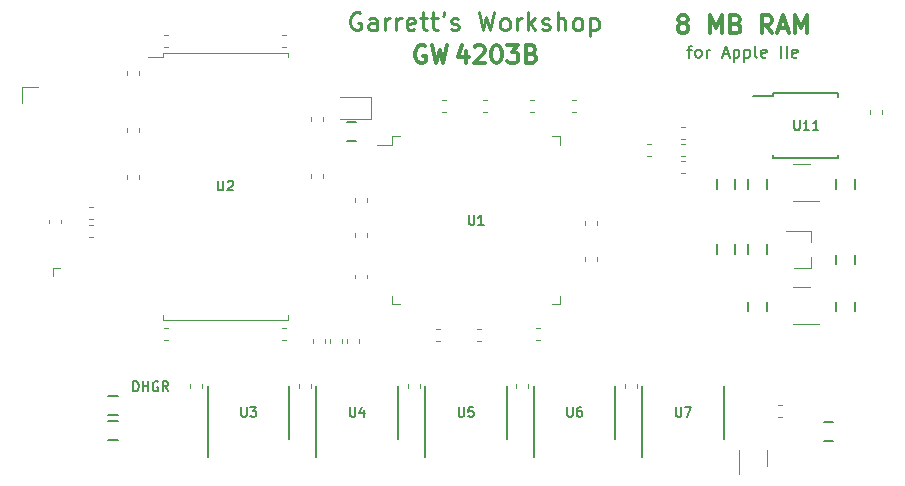
<source format=gto>
G04 #@! TF.GenerationSoftware,KiCad,Pcbnew,(5.1.10-1-10_14)*
G04 #@! TF.CreationDate,2021-06-01T04:23:09-04:00*
G04 #@! TF.ProjectId,RAM2E,52414d32-452e-46b6-9963-61645f706362,2.0*
G04 #@! TF.SameCoordinates,Original*
G04 #@! TF.FileFunction,Legend,Top*
G04 #@! TF.FilePolarity,Positive*
%FSLAX46Y46*%
G04 Gerber Fmt 4.6, Leading zero omitted, Abs format (unit mm)*
G04 Created by KiCad (PCBNEW (5.1.10-1-10_14)) date 2021-06-01 04:23:09*
%MOMM*%
%LPD*%
G01*
G04 APERTURE LIST*
%ADD10C,0.225000*%
%ADD11C,0.203200*%
%ADD12C,0.300000*%
%ADD13C,0.120000*%
%ADD14C,0.150000*%
%ADD15C,0.152400*%
%ADD16C,0.076200*%
%ADD17C,0.100000*%
%ADD18O,1.800000X1.800000*%
%ADD19C,1.090600*%
%ADD20C,0.887400*%
%ADD21C,2.474900*%
%ADD22C,2.000000*%
%ADD23C,2.100000*%
%ADD24C,1.448000*%
G04 APERTURE END LIST*
D10*
X230251000Y-90805000D02*
X230105857Y-90732428D01*
X229888142Y-90732428D01*
X229670428Y-90805000D01*
X229525285Y-90950142D01*
X229452714Y-91095285D01*
X229380142Y-91385571D01*
X229380142Y-91603285D01*
X229452714Y-91893571D01*
X229525285Y-92038714D01*
X229670428Y-92183857D01*
X229888142Y-92256428D01*
X230033285Y-92256428D01*
X230251000Y-92183857D01*
X230323571Y-92111285D01*
X230323571Y-91603285D01*
X230033285Y-91603285D01*
X231629857Y-92256428D02*
X231629857Y-91458142D01*
X231557285Y-91313000D01*
X231412142Y-91240428D01*
X231121857Y-91240428D01*
X230976714Y-91313000D01*
X231629857Y-92183857D02*
X231484714Y-92256428D01*
X231121857Y-92256428D01*
X230976714Y-92183857D01*
X230904142Y-92038714D01*
X230904142Y-91893571D01*
X230976714Y-91748428D01*
X231121857Y-91675857D01*
X231484714Y-91675857D01*
X231629857Y-91603285D01*
X232355571Y-92256428D02*
X232355571Y-91240428D01*
X232355571Y-91530714D02*
X232428142Y-91385571D01*
X232500714Y-91313000D01*
X232645857Y-91240428D01*
X232791000Y-91240428D01*
X233299000Y-92256428D02*
X233299000Y-91240428D01*
X233299000Y-91530714D02*
X233371571Y-91385571D01*
X233444142Y-91313000D01*
X233589285Y-91240428D01*
X233734428Y-91240428D01*
X234823000Y-92183857D02*
X234677857Y-92256428D01*
X234387571Y-92256428D01*
X234242428Y-92183857D01*
X234169857Y-92038714D01*
X234169857Y-91458142D01*
X234242428Y-91313000D01*
X234387571Y-91240428D01*
X234677857Y-91240428D01*
X234823000Y-91313000D01*
X234895571Y-91458142D01*
X234895571Y-91603285D01*
X234169857Y-91748428D01*
X235331000Y-91240428D02*
X235911571Y-91240428D01*
X235548714Y-90732428D02*
X235548714Y-92038714D01*
X235621285Y-92183857D01*
X235766428Y-92256428D01*
X235911571Y-92256428D01*
X236201857Y-91240428D02*
X236782428Y-91240428D01*
X236419571Y-90732428D02*
X236419571Y-92038714D01*
X236492142Y-92183857D01*
X236637285Y-92256428D01*
X236782428Y-92256428D01*
X237363000Y-90732428D02*
X237363000Y-90805000D01*
X237290428Y-90950142D01*
X237217857Y-91022714D01*
X237943571Y-92183857D02*
X238088714Y-92256428D01*
X238379000Y-92256428D01*
X238524142Y-92183857D01*
X238596714Y-92038714D01*
X238596714Y-91966142D01*
X238524142Y-91821000D01*
X238379000Y-91748428D01*
X238161285Y-91748428D01*
X238016142Y-91675857D01*
X237943571Y-91530714D01*
X237943571Y-91458142D01*
X238016142Y-91313000D01*
X238161285Y-91240428D01*
X238379000Y-91240428D01*
X238524142Y-91313000D01*
X240265857Y-90732428D02*
X240628714Y-92256428D01*
X240919000Y-91167857D01*
X241209285Y-92256428D01*
X241572142Y-90732428D01*
X242370428Y-92256428D02*
X242225285Y-92183857D01*
X242152714Y-92111285D01*
X242080142Y-91966142D01*
X242080142Y-91530714D01*
X242152714Y-91385571D01*
X242225285Y-91313000D01*
X242370428Y-91240428D01*
X242588142Y-91240428D01*
X242733285Y-91313000D01*
X242805857Y-91385571D01*
X242878428Y-91530714D01*
X242878428Y-91966142D01*
X242805857Y-92111285D01*
X242733285Y-92183857D01*
X242588142Y-92256428D01*
X242370428Y-92256428D01*
X243531571Y-92256428D02*
X243531571Y-91240428D01*
X243531571Y-91530714D02*
X243604142Y-91385571D01*
X243676714Y-91313000D01*
X243821857Y-91240428D01*
X243967000Y-91240428D01*
X244475000Y-92256428D02*
X244475000Y-90732428D01*
X244620142Y-91675857D02*
X245055571Y-92256428D01*
X245055571Y-91240428D02*
X244475000Y-91821000D01*
X245636142Y-92183857D02*
X245781285Y-92256428D01*
X246071571Y-92256428D01*
X246216714Y-92183857D01*
X246289285Y-92038714D01*
X246289285Y-91966142D01*
X246216714Y-91821000D01*
X246071571Y-91748428D01*
X245853857Y-91748428D01*
X245708714Y-91675857D01*
X245636142Y-91530714D01*
X245636142Y-91458142D01*
X245708714Y-91313000D01*
X245853857Y-91240428D01*
X246071571Y-91240428D01*
X246216714Y-91313000D01*
X246942428Y-92256428D02*
X246942428Y-90732428D01*
X247595571Y-92256428D02*
X247595571Y-91458142D01*
X247523000Y-91313000D01*
X247377857Y-91240428D01*
X247160142Y-91240428D01*
X247015000Y-91313000D01*
X246942428Y-91385571D01*
X248539000Y-92256428D02*
X248393857Y-92183857D01*
X248321285Y-92111285D01*
X248248714Y-91966142D01*
X248248714Y-91530714D01*
X248321285Y-91385571D01*
X248393857Y-91313000D01*
X248539000Y-91240428D01*
X248756714Y-91240428D01*
X248901857Y-91313000D01*
X248974428Y-91385571D01*
X249047000Y-91530714D01*
X249047000Y-91966142D01*
X248974428Y-92111285D01*
X248901857Y-92183857D01*
X248756714Y-92256428D01*
X248539000Y-92256428D01*
X249700142Y-91240428D02*
X249700142Y-92764428D01*
X249700142Y-91313000D02*
X249845285Y-91240428D01*
X250135571Y-91240428D01*
X250280714Y-91313000D01*
X250353285Y-91385571D01*
X250425857Y-91530714D01*
X250425857Y-91966142D01*
X250353285Y-92111285D01*
X250280714Y-92183857D01*
X250135571Y-92256428D01*
X249845285Y-92256428D01*
X249700142Y-92183857D01*
D11*
X211019571Y-122795695D02*
X211019571Y-121982895D01*
X211213095Y-121982895D01*
X211329209Y-122021600D01*
X211406619Y-122099009D01*
X211445323Y-122176419D01*
X211484028Y-122331238D01*
X211484028Y-122447352D01*
X211445323Y-122602171D01*
X211406619Y-122679580D01*
X211329209Y-122756990D01*
X211213095Y-122795695D01*
X211019571Y-122795695D01*
X211832371Y-122795695D02*
X211832371Y-121982895D01*
X211832371Y-122369942D02*
X212296828Y-122369942D01*
X212296828Y-122795695D02*
X212296828Y-121982895D01*
X213109628Y-122021600D02*
X213032219Y-121982895D01*
X212916104Y-121982895D01*
X212799990Y-122021600D01*
X212722580Y-122099009D01*
X212683876Y-122176419D01*
X212645171Y-122331238D01*
X212645171Y-122447352D01*
X212683876Y-122602171D01*
X212722580Y-122679580D01*
X212799990Y-122756990D01*
X212916104Y-122795695D01*
X212993514Y-122795695D01*
X213109628Y-122756990D01*
X213148333Y-122718285D01*
X213148333Y-122447352D01*
X212993514Y-122447352D01*
X213961133Y-122795695D02*
X213690200Y-122408647D01*
X213496676Y-122795695D02*
X213496676Y-121982895D01*
X213806314Y-121982895D01*
X213883723Y-122021600D01*
X213922428Y-122060304D01*
X213961133Y-122137714D01*
X213961133Y-122253828D01*
X213922428Y-122331238D01*
X213883723Y-122369942D01*
X213806314Y-122408647D01*
X213496676Y-122408647D01*
D12*
X239193000Y-94039571D02*
X239193000Y-95039571D01*
X238835857Y-93468142D02*
X238478714Y-94539571D01*
X239407285Y-94539571D01*
X239907285Y-93682428D02*
X239978714Y-93611000D01*
X240121571Y-93539571D01*
X240478714Y-93539571D01*
X240621571Y-93611000D01*
X240693000Y-93682428D01*
X240764428Y-93825285D01*
X240764428Y-93968142D01*
X240693000Y-94182428D01*
X239835857Y-95039571D01*
X240764428Y-95039571D01*
X241693000Y-93539571D02*
X241835857Y-93539571D01*
X241978714Y-93611000D01*
X242050142Y-93682428D01*
X242121571Y-93825285D01*
X242193000Y-94111000D01*
X242193000Y-94468142D01*
X242121571Y-94753857D01*
X242050142Y-94896714D01*
X241978714Y-94968142D01*
X241835857Y-95039571D01*
X241693000Y-95039571D01*
X241550142Y-94968142D01*
X241478714Y-94896714D01*
X241407285Y-94753857D01*
X241335857Y-94468142D01*
X241335857Y-94111000D01*
X241407285Y-93825285D01*
X241478714Y-93682428D01*
X241550142Y-93611000D01*
X241693000Y-93539571D01*
X242693000Y-93539571D02*
X243621571Y-93539571D01*
X243121571Y-94111000D01*
X243335857Y-94111000D01*
X243478714Y-94182428D01*
X243550142Y-94253857D01*
X243621571Y-94396714D01*
X243621571Y-94753857D01*
X243550142Y-94896714D01*
X243478714Y-94968142D01*
X243335857Y-95039571D01*
X242907285Y-95039571D01*
X242764428Y-94968142D01*
X242693000Y-94896714D01*
X244764428Y-94253857D02*
X244978714Y-94325285D01*
X245050142Y-94396714D01*
X245121571Y-94539571D01*
X245121571Y-94753857D01*
X245050142Y-94896714D01*
X244978714Y-94968142D01*
X244835857Y-95039571D01*
X244264428Y-95039571D01*
X244264428Y-93539571D01*
X244764428Y-93539571D01*
X244907285Y-93611000D01*
X244978714Y-93682428D01*
X245050142Y-93825285D01*
X245050142Y-93968142D01*
X244978714Y-94111000D01*
X244907285Y-94182428D01*
X244764428Y-94253857D01*
X244264428Y-94253857D01*
X257410857Y-91639571D02*
X257265714Y-91567000D01*
X257193142Y-91494428D01*
X257120571Y-91349285D01*
X257120571Y-91276714D01*
X257193142Y-91131571D01*
X257265714Y-91059000D01*
X257410857Y-90986428D01*
X257701142Y-90986428D01*
X257846285Y-91059000D01*
X257918857Y-91131571D01*
X257991428Y-91276714D01*
X257991428Y-91349285D01*
X257918857Y-91494428D01*
X257846285Y-91567000D01*
X257701142Y-91639571D01*
X257410857Y-91639571D01*
X257265714Y-91712142D01*
X257193142Y-91784714D01*
X257120571Y-91929857D01*
X257120571Y-92220142D01*
X257193142Y-92365285D01*
X257265714Y-92437857D01*
X257410857Y-92510428D01*
X257701142Y-92510428D01*
X257846285Y-92437857D01*
X257918857Y-92365285D01*
X257991428Y-92220142D01*
X257991428Y-91929857D01*
X257918857Y-91784714D01*
X257846285Y-91712142D01*
X257701142Y-91639571D01*
X259805714Y-92510428D02*
X259805714Y-90986428D01*
X260313714Y-92075000D01*
X260821714Y-90986428D01*
X260821714Y-92510428D01*
X262055428Y-91712142D02*
X262273142Y-91784714D01*
X262345714Y-91857285D01*
X262418285Y-92002428D01*
X262418285Y-92220142D01*
X262345714Y-92365285D01*
X262273142Y-92437857D01*
X262128000Y-92510428D01*
X261547428Y-92510428D01*
X261547428Y-90986428D01*
X262055428Y-90986428D01*
X262200571Y-91059000D01*
X262273142Y-91131571D01*
X262345714Y-91276714D01*
X262345714Y-91421857D01*
X262273142Y-91567000D01*
X262200571Y-91639571D01*
X262055428Y-91712142D01*
X261547428Y-91712142D01*
X265103428Y-92510428D02*
X264595428Y-91784714D01*
X264232571Y-92510428D02*
X264232571Y-90986428D01*
X264813142Y-90986428D01*
X264958285Y-91059000D01*
X265030857Y-91131571D01*
X265103428Y-91276714D01*
X265103428Y-91494428D01*
X265030857Y-91639571D01*
X264958285Y-91712142D01*
X264813142Y-91784714D01*
X264232571Y-91784714D01*
X265684000Y-92075000D02*
X266409714Y-92075000D01*
X265538857Y-92510428D02*
X266046857Y-90986428D01*
X266554857Y-92510428D01*
X267062857Y-92510428D02*
X267062857Y-90986428D01*
X267570857Y-92075000D01*
X268078857Y-90986428D01*
X268078857Y-92510428D01*
X235731571Y-93611000D02*
X235588714Y-93539571D01*
X235374428Y-93539571D01*
X235160142Y-93611000D01*
X235017285Y-93753857D01*
X234945857Y-93896714D01*
X234874428Y-94182428D01*
X234874428Y-94396714D01*
X234945857Y-94682428D01*
X235017285Y-94825285D01*
X235160142Y-94968142D01*
X235374428Y-95039571D01*
X235517285Y-95039571D01*
X235731571Y-94968142D01*
X235803000Y-94896714D01*
X235803000Y-94396714D01*
X235517285Y-94396714D01*
X236303000Y-93539571D02*
X236660142Y-95039571D01*
X236945857Y-93968142D01*
X237231571Y-95039571D01*
X237588714Y-93539571D01*
D11*
X257918857Y-93889285D02*
X258305904Y-93889285D01*
X258064000Y-94566619D02*
X258064000Y-93695761D01*
X258112380Y-93599000D01*
X258209142Y-93550619D01*
X258305904Y-93550619D01*
X258789714Y-94566619D02*
X258692952Y-94518238D01*
X258644571Y-94469857D01*
X258596190Y-94373095D01*
X258596190Y-94082809D01*
X258644571Y-93986047D01*
X258692952Y-93937666D01*
X258789714Y-93889285D01*
X258934857Y-93889285D01*
X259031619Y-93937666D01*
X259080000Y-93986047D01*
X259128380Y-94082809D01*
X259128380Y-94373095D01*
X259080000Y-94469857D01*
X259031619Y-94518238D01*
X258934857Y-94566619D01*
X258789714Y-94566619D01*
X259563809Y-94566619D02*
X259563809Y-93889285D01*
X259563809Y-94082809D02*
X259612190Y-93986047D01*
X259660571Y-93937666D01*
X259757333Y-93889285D01*
X259854095Y-93889285D01*
X260918476Y-94276333D02*
X261402285Y-94276333D01*
X260821714Y-94566619D02*
X261160380Y-93550619D01*
X261499047Y-94566619D01*
X261837714Y-93889285D02*
X261837714Y-94905285D01*
X261837714Y-93937666D02*
X261934476Y-93889285D01*
X262128000Y-93889285D01*
X262224761Y-93937666D01*
X262273142Y-93986047D01*
X262321523Y-94082809D01*
X262321523Y-94373095D01*
X262273142Y-94469857D01*
X262224761Y-94518238D01*
X262128000Y-94566619D01*
X261934476Y-94566619D01*
X261837714Y-94518238D01*
X262756952Y-93889285D02*
X262756952Y-94905285D01*
X262756952Y-93937666D02*
X262853714Y-93889285D01*
X263047238Y-93889285D01*
X263144000Y-93937666D01*
X263192380Y-93986047D01*
X263240761Y-94082809D01*
X263240761Y-94373095D01*
X263192380Y-94469857D01*
X263144000Y-94518238D01*
X263047238Y-94566619D01*
X262853714Y-94566619D01*
X262756952Y-94518238D01*
X263821333Y-94566619D02*
X263724571Y-94518238D01*
X263676190Y-94421476D01*
X263676190Y-93550619D01*
X264595428Y-94518238D02*
X264498666Y-94566619D01*
X264305142Y-94566619D01*
X264208380Y-94518238D01*
X264160000Y-94421476D01*
X264160000Y-94034428D01*
X264208380Y-93937666D01*
X264305142Y-93889285D01*
X264498666Y-93889285D01*
X264595428Y-93937666D01*
X264643809Y-94034428D01*
X264643809Y-94131190D01*
X264160000Y-94227952D01*
X265853333Y-94566619D02*
X265853333Y-93550619D01*
X266337142Y-94566619D02*
X266337142Y-93550619D01*
X267208000Y-94518238D02*
X267111238Y-94566619D01*
X266917714Y-94566619D01*
X266820952Y-94518238D01*
X266772571Y-94421476D01*
X266772571Y-94034428D01*
X266820952Y-93937666D01*
X266917714Y-93889285D01*
X267111238Y-93889285D01*
X267208000Y-93937666D01*
X267256380Y-94034428D01*
X267256380Y-94131190D01*
X266772571Y-94227952D01*
D13*
X257712779Y-101460000D02*
X257387221Y-101460000D01*
X257712779Y-100440000D02*
X257387221Y-100440000D01*
X229140000Y-118387221D02*
X229140000Y-118712779D01*
X230160000Y-118387221D02*
X230160000Y-118712779D01*
X228710000Y-118387221D02*
X228710000Y-118712779D01*
X227690000Y-118387221D02*
X227690000Y-118712779D01*
X213500000Y-116350000D02*
X213500000Y-116750000D01*
X224100000Y-116350000D02*
X224100000Y-116750000D01*
X224100000Y-94150000D02*
X224100000Y-94550000D01*
X213500000Y-116750000D02*
X224100000Y-116750000D01*
X213500000Y-94150000D02*
X224100000Y-94150000D01*
X213500000Y-94550000D02*
X213500000Y-94150000D01*
X212300000Y-94550000D02*
X213500000Y-94550000D01*
X246460000Y-115460000D02*
X247160000Y-115460000D01*
X247160000Y-115460000D02*
X247160000Y-114760000D01*
X233640000Y-115460000D02*
X232940000Y-115460000D01*
X232940000Y-115460000D02*
X232940000Y-114760000D01*
X246460000Y-101240000D02*
X247160000Y-101240000D01*
X247160000Y-101240000D02*
X247160000Y-101940000D01*
X233640000Y-101240000D02*
X232940000Y-101240000D01*
X232940000Y-101240000D02*
X232940000Y-101940000D01*
X232940000Y-101940000D02*
X231650000Y-101940000D01*
D14*
X265220000Y-97575000D02*
X265220000Y-97780000D01*
X270720000Y-97575000D02*
X270720000Y-97875000D01*
X270720000Y-103085000D02*
X270720000Y-102785000D01*
X265220000Y-103085000D02*
X265220000Y-102785000D01*
X265220000Y-97575000D02*
X270720000Y-97575000D01*
X265220000Y-103085000D02*
X270720000Y-103085000D01*
X265220000Y-97780000D02*
X263470000Y-97780000D01*
D13*
X201616000Y-98425000D02*
X201616000Y-97095000D01*
X201616000Y-97095000D02*
X202946000Y-97095000D01*
X274449000Y-99024221D02*
X274449000Y-99349779D01*
X273429000Y-99024221D02*
X273429000Y-99349779D01*
X204216000Y-113030000D02*
X204216000Y-112395000D01*
X204216000Y-112395000D02*
X204851000Y-112395000D01*
X235260000Y-122237221D02*
X235260000Y-122562779D01*
X234240000Y-122237221D02*
X234240000Y-122562779D01*
X266890000Y-103570000D02*
X268350000Y-103570000D01*
X266890000Y-106730000D02*
X269050000Y-106730000D01*
X265587221Y-123990000D02*
X265912779Y-123990000D01*
X265587221Y-125010000D02*
X265912779Y-125010000D01*
X226240000Y-118387221D02*
X226240000Y-118712779D01*
X227260000Y-118387221D02*
X227260000Y-118712779D01*
X223637221Y-118460000D02*
X223962779Y-118460000D01*
X223637221Y-117440000D02*
X223962779Y-117440000D01*
X213637221Y-92640000D02*
X213962779Y-92640000D01*
X213637221Y-93660000D02*
X213962779Y-93660000D01*
X268410000Y-112380000D02*
X266950000Y-112380000D01*
X268410000Y-109220000D02*
X266250000Y-109220000D01*
X268410000Y-109220000D02*
X268410000Y-110150000D01*
X268410000Y-112380000D02*
X268410000Y-111450000D01*
D14*
X233425000Y-126825000D02*
X233425000Y-122375000D01*
X226525000Y-128350000D02*
X226525000Y-122375000D01*
X224225000Y-126825000D02*
X224225000Y-122375000D01*
X217325000Y-128350000D02*
X217325000Y-122375000D01*
X261025000Y-126825000D02*
X261025000Y-122375000D01*
X254125000Y-128350000D02*
X254125000Y-122375000D01*
X251825000Y-126825000D02*
X251825000Y-122375000D01*
X244925000Y-128350000D02*
X244925000Y-122375000D01*
X242625000Y-126825000D02*
X242625000Y-122375000D01*
X235725000Y-128350000D02*
X235725000Y-122375000D01*
D15*
X208889600Y-123215500D02*
X209702400Y-123215500D01*
X208889600Y-124815500D02*
X209702400Y-124815500D01*
X208889600Y-125374500D02*
X209702400Y-125374500D01*
X208889600Y-126974500D02*
X209702400Y-126974500D01*
X270281400Y-127038000D02*
X269468600Y-127038000D01*
X270281400Y-125438000D02*
X269468600Y-125438000D01*
X272150000Y-111243600D02*
X272150000Y-112056400D01*
X270550000Y-111243600D02*
X270550000Y-112056400D01*
D13*
X253660000Y-122237221D02*
X253660000Y-122562779D01*
X252640000Y-122237221D02*
X252640000Y-122562779D01*
X216860000Y-122237221D02*
X216860000Y-122562779D01*
X215840000Y-122237221D02*
X215840000Y-122562779D01*
X223637221Y-92640000D02*
X223962779Y-92640000D01*
X223637221Y-93660000D02*
X223962779Y-93660000D01*
X226060000Y-122237221D02*
X226060000Y-122562779D01*
X225040000Y-122237221D02*
X225040000Y-122562779D01*
X244460000Y-122237221D02*
X244460000Y-122562779D01*
X243440000Y-122237221D02*
X243440000Y-122562779D01*
X227110000Y-99637221D02*
X227110000Y-99962779D01*
X226090000Y-99637221D02*
X226090000Y-99962779D01*
X210490000Y-104862779D02*
X210490000Y-104537221D01*
X211510000Y-104862779D02*
X211510000Y-104537221D01*
X210490000Y-96062779D02*
X210490000Y-95737221D01*
X211510000Y-96062779D02*
X211510000Y-95737221D01*
X210490000Y-100862779D02*
X210490000Y-100537221D01*
X211510000Y-100862779D02*
X211510000Y-100537221D01*
X227110000Y-104437221D02*
X227110000Y-104762779D01*
X226090000Y-104437221D02*
X226090000Y-104762779D01*
X213637221Y-117440000D02*
X213962779Y-117440000D01*
X213637221Y-118460000D02*
X213962779Y-118460000D01*
D15*
X262000000Y-111206400D02*
X262000000Y-110393600D01*
X260400000Y-111206400D02*
X260400000Y-110393600D01*
X264700000Y-111206400D02*
X264700000Y-110393600D01*
X263100000Y-111206400D02*
X263100000Y-110393600D01*
X263100000Y-105656400D02*
X263100000Y-104843600D01*
X264700000Y-105656400D02*
X264700000Y-104843600D01*
X262000000Y-105656400D02*
X262000000Y-104843600D01*
X260400000Y-105656400D02*
X260400000Y-104843600D01*
X272150000Y-105656400D02*
X272150000Y-104843600D01*
X270550000Y-105656400D02*
X270550000Y-104843600D01*
X270550000Y-116056400D02*
X270550000Y-115243600D01*
X272150000Y-116056400D02*
X272150000Y-115243600D01*
X264700000Y-116056400D02*
X264700000Y-115243600D01*
X263100000Y-116056400D02*
X263100000Y-115243600D01*
D13*
X266890000Y-117130000D02*
X269050000Y-117130000D01*
X266890000Y-113970000D02*
X268350000Y-113970000D01*
X230810000Y-109437221D02*
X230810000Y-109762779D01*
X229790000Y-109437221D02*
X229790000Y-109762779D01*
X229790000Y-112937221D02*
X229790000Y-113262779D01*
X230810000Y-112937221D02*
X230810000Y-113262779D01*
X236637221Y-117540000D02*
X236962779Y-117540000D01*
X236637221Y-118560000D02*
X236962779Y-118560000D01*
X240137221Y-117540000D02*
X240462779Y-117540000D01*
X240137221Y-118560000D02*
X240462779Y-118560000D01*
X244962779Y-98140000D02*
X244637221Y-98140000D01*
X244962779Y-99160000D02*
X244637221Y-99160000D01*
X245462779Y-117490000D02*
X245137221Y-117490000D01*
X245462779Y-118510000D02*
X245137221Y-118510000D01*
X249240000Y-111437221D02*
X249240000Y-111762779D01*
X250260000Y-111437221D02*
X250260000Y-111762779D01*
X250260000Y-108762779D02*
X250260000Y-108437221D01*
X249240000Y-108762779D02*
X249240000Y-108437221D01*
X237462779Y-98140000D02*
X237137221Y-98140000D01*
X237462779Y-99160000D02*
X237137221Y-99160000D01*
X240637221Y-98140000D02*
X240962779Y-98140000D01*
X240637221Y-99160000D02*
X240962779Y-99160000D01*
X230810000Y-106762779D02*
X230810000Y-106437221D01*
X229790000Y-106762779D02*
X229790000Y-106437221D01*
X248512779Y-98140000D02*
X248187221Y-98140000D01*
X248512779Y-99160000D02*
X248187221Y-99160000D01*
X257712779Y-101890000D02*
X257387221Y-101890000D01*
X257712779Y-102910000D02*
X257387221Y-102910000D01*
X254862779Y-102910000D02*
X254537221Y-102910000D01*
X254862779Y-101890000D02*
X254537221Y-101890000D01*
X207591779Y-107186000D02*
X207266221Y-107186000D01*
X207591779Y-108206000D02*
X207266221Y-108206000D01*
X207591779Y-109730000D02*
X207266221Y-109730000D01*
X207591779Y-108710000D02*
X207266221Y-108710000D01*
X257387221Y-104360000D02*
X257712779Y-104360000D01*
X257387221Y-103340000D02*
X257712779Y-103340000D01*
X203840000Y-108287221D02*
X203840000Y-108612779D01*
X204860000Y-108287221D02*
X204860000Y-108612779D01*
X231185000Y-97890000D02*
X228500000Y-97890000D01*
X231185000Y-99810000D02*
X231185000Y-97890000D01*
X228500000Y-99810000D02*
X231185000Y-99810000D01*
D15*
X229093600Y-101600000D02*
X229906400Y-101600000D01*
X229093600Y-100000000D02*
X229906400Y-100000000D01*
D13*
X264660000Y-129180000D02*
X264660000Y-127770000D01*
X262340000Y-127770000D02*
X262340000Y-129800000D01*
D11*
X218180723Y-105004895D02*
X218180723Y-105662876D01*
X218219428Y-105740285D01*
X218258133Y-105778990D01*
X218335542Y-105817695D01*
X218490361Y-105817695D01*
X218567771Y-105778990D01*
X218606476Y-105740285D01*
X218645180Y-105662876D01*
X218645180Y-105004895D01*
X218993523Y-105082304D02*
X219032228Y-105043600D01*
X219109638Y-105004895D01*
X219303161Y-105004895D01*
X219380571Y-105043600D01*
X219419276Y-105082304D01*
X219457980Y-105159714D01*
X219457980Y-105237123D01*
X219419276Y-105353238D01*
X218954819Y-105817695D01*
X219457980Y-105817695D01*
X239430723Y-107904895D02*
X239430723Y-108562876D01*
X239469428Y-108640285D01*
X239508133Y-108678990D01*
X239585542Y-108717695D01*
X239740361Y-108717695D01*
X239817771Y-108678990D01*
X239856476Y-108640285D01*
X239895180Y-108562876D01*
X239895180Y-107904895D01*
X240707980Y-108717695D02*
X240243523Y-108717695D01*
X240475752Y-108717695D02*
X240475752Y-107904895D01*
X240398342Y-108021009D01*
X240320933Y-108098419D01*
X240243523Y-108137123D01*
X266963676Y-99884895D02*
X266963676Y-100542876D01*
X267002380Y-100620285D01*
X267041085Y-100658990D01*
X267118495Y-100697695D01*
X267273314Y-100697695D01*
X267350723Y-100658990D01*
X267389428Y-100620285D01*
X267428133Y-100542876D01*
X267428133Y-99884895D01*
X268240933Y-100697695D02*
X267776476Y-100697695D01*
X268008704Y-100697695D02*
X268008704Y-99884895D01*
X267931295Y-100001009D01*
X267853885Y-100078419D01*
X267776476Y-100117123D01*
X269015028Y-100697695D02*
X268550571Y-100697695D01*
X268782800Y-100697695D02*
X268782800Y-99884895D01*
X268705390Y-100001009D01*
X268627980Y-100078419D01*
X268550571Y-100117123D01*
X229355723Y-124154895D02*
X229355723Y-124812876D01*
X229394428Y-124890285D01*
X229433133Y-124928990D01*
X229510542Y-124967695D01*
X229665361Y-124967695D01*
X229742771Y-124928990D01*
X229781476Y-124890285D01*
X229820180Y-124812876D01*
X229820180Y-124154895D01*
X230555571Y-124425828D02*
X230555571Y-124967695D01*
X230362047Y-124116190D02*
X230168523Y-124696761D01*
X230671685Y-124696761D01*
X220155723Y-124154895D02*
X220155723Y-124812876D01*
X220194428Y-124890285D01*
X220233133Y-124928990D01*
X220310542Y-124967695D01*
X220465361Y-124967695D01*
X220542771Y-124928990D01*
X220581476Y-124890285D01*
X220620180Y-124812876D01*
X220620180Y-124154895D01*
X220929819Y-124154895D02*
X221432980Y-124154895D01*
X221162047Y-124464533D01*
X221278161Y-124464533D01*
X221355571Y-124503238D01*
X221394276Y-124541942D01*
X221432980Y-124619352D01*
X221432980Y-124812876D01*
X221394276Y-124890285D01*
X221355571Y-124928990D01*
X221278161Y-124967695D01*
X221045933Y-124967695D01*
X220968523Y-124928990D01*
X220929819Y-124890285D01*
X256955723Y-124154895D02*
X256955723Y-124812876D01*
X256994428Y-124890285D01*
X257033133Y-124928990D01*
X257110542Y-124967695D01*
X257265361Y-124967695D01*
X257342771Y-124928990D01*
X257381476Y-124890285D01*
X257420180Y-124812876D01*
X257420180Y-124154895D01*
X257729819Y-124154895D02*
X258271685Y-124154895D01*
X257923342Y-124967695D01*
X247755723Y-124154895D02*
X247755723Y-124812876D01*
X247794428Y-124890285D01*
X247833133Y-124928990D01*
X247910542Y-124967695D01*
X248065361Y-124967695D01*
X248142771Y-124928990D01*
X248181476Y-124890285D01*
X248220180Y-124812876D01*
X248220180Y-124154895D01*
X248955571Y-124154895D02*
X248800752Y-124154895D01*
X248723342Y-124193600D01*
X248684638Y-124232304D01*
X248607228Y-124348419D01*
X248568523Y-124503238D01*
X248568523Y-124812876D01*
X248607228Y-124890285D01*
X248645933Y-124928990D01*
X248723342Y-124967695D01*
X248878161Y-124967695D01*
X248955571Y-124928990D01*
X248994276Y-124890285D01*
X249032980Y-124812876D01*
X249032980Y-124619352D01*
X248994276Y-124541942D01*
X248955571Y-124503238D01*
X248878161Y-124464533D01*
X248723342Y-124464533D01*
X248645933Y-124503238D01*
X248607228Y-124541942D01*
X248568523Y-124619352D01*
X238555723Y-124154895D02*
X238555723Y-124812876D01*
X238594428Y-124890285D01*
X238633133Y-124928990D01*
X238710542Y-124967695D01*
X238865361Y-124967695D01*
X238942771Y-124928990D01*
X238981476Y-124890285D01*
X239020180Y-124812876D01*
X239020180Y-124154895D01*
X239794276Y-124154895D02*
X239407228Y-124154895D01*
X239368523Y-124541942D01*
X239407228Y-124503238D01*
X239484638Y-124464533D01*
X239678161Y-124464533D01*
X239755571Y-124503238D01*
X239794276Y-124541942D01*
X239832980Y-124619352D01*
X239832980Y-124812876D01*
X239794276Y-124890285D01*
X239755571Y-124928990D01*
X239678161Y-124967695D01*
X239484638Y-124967695D01*
X239407228Y-124928990D01*
X239368523Y-124890285D01*
%LPC*%
D16*
G36*
X213360000Y-124460000D02*
G01*
X211582000Y-124460000D01*
X211582000Y-123571000D01*
X213360000Y-123571000D01*
X213360000Y-124460000D01*
G37*
X213360000Y-124460000D02*
X211582000Y-124460000D01*
X211582000Y-123571000D01*
X213360000Y-123571000D01*
X213360000Y-124460000D01*
D17*
G36*
X276860000Y-139446000D02*
G01*
X276352000Y-139954000D01*
X198628000Y-139954000D01*
X198120000Y-139446000D01*
X198120000Y-132080000D01*
X276860000Y-132080000D01*
X276860000Y-139446000D01*
G37*
G36*
G01*
X257150000Y-100625000D02*
X257150000Y-101275000D01*
G75*
G02*
X256950000Y-101475000I-200000J0D01*
G01*
X256550000Y-101475000D01*
G75*
G02*
X256350000Y-101275000I0J200000D01*
G01*
X256350000Y-100625000D01*
G75*
G02*
X256550000Y-100425000I200000J0D01*
G01*
X256950000Y-100425000D01*
G75*
G02*
X257150000Y-100625000I0J-200000D01*
G01*
G37*
G36*
G01*
X258750000Y-100625000D02*
X258750000Y-101275000D01*
G75*
G02*
X258550000Y-101475000I-200000J0D01*
G01*
X258150000Y-101475000D01*
G75*
G02*
X257950000Y-101275000I0J200000D01*
G01*
X257950000Y-100625000D01*
G75*
G02*
X258150000Y-100425000I200000J0D01*
G01*
X258550000Y-100425000D01*
G75*
G02*
X258750000Y-100625000I0J-200000D01*
G01*
G37*
G36*
G01*
X229325000Y-117350000D02*
X229975000Y-117350000D01*
G75*
G02*
X230175000Y-117550000I0J-200000D01*
G01*
X230175000Y-117950000D01*
G75*
G02*
X229975000Y-118150000I-200000J0D01*
G01*
X229325000Y-118150000D01*
G75*
G02*
X229125000Y-117950000I0J200000D01*
G01*
X229125000Y-117550000D01*
G75*
G02*
X229325000Y-117350000I200000J0D01*
G01*
G37*
G36*
G01*
X229325000Y-118950000D02*
X229975000Y-118950000D01*
G75*
G02*
X230175000Y-119150000I0J-200000D01*
G01*
X230175000Y-119550000D01*
G75*
G02*
X229975000Y-119750000I-200000J0D01*
G01*
X229325000Y-119750000D01*
G75*
G02*
X229125000Y-119550000I0J200000D01*
G01*
X229125000Y-119150000D01*
G75*
G02*
X229325000Y-118950000I200000J0D01*
G01*
G37*
G36*
G01*
X227875000Y-118950000D02*
X228525000Y-118950000D01*
G75*
G02*
X228725000Y-119150000I0J-200000D01*
G01*
X228725000Y-119550000D01*
G75*
G02*
X228525000Y-119750000I-200000J0D01*
G01*
X227875000Y-119750000D01*
G75*
G02*
X227675000Y-119550000I0J200000D01*
G01*
X227675000Y-119150000D01*
G75*
G02*
X227875000Y-118950000I200000J0D01*
G01*
G37*
G36*
G01*
X227875000Y-117350000D02*
X228525000Y-117350000D01*
G75*
G02*
X228725000Y-117550000I0J-200000D01*
G01*
X228725000Y-117950000D01*
G75*
G02*
X228525000Y-118150000I-200000J0D01*
G01*
X227875000Y-118150000D01*
G75*
G02*
X227675000Y-117950000I0J200000D01*
G01*
X227675000Y-117550000D01*
G75*
G02*
X227875000Y-117350000I200000J0D01*
G01*
G37*
G36*
G01*
X223745000Y-95189500D02*
X223745000Y-94910500D01*
G75*
G02*
X223884500Y-94771000I139500J0D01*
G01*
X225215500Y-94771000D01*
G75*
G02*
X225355000Y-94910500I0J-139500D01*
G01*
X225355000Y-95189500D01*
G75*
G02*
X225215500Y-95329000I-139500J0D01*
G01*
X223884500Y-95329000D01*
G75*
G02*
X223745000Y-95189500I0J139500D01*
G01*
G37*
G36*
G01*
X223745000Y-95989500D02*
X223745000Y-95710500D01*
G75*
G02*
X223884500Y-95571000I139500J0D01*
G01*
X225215500Y-95571000D01*
G75*
G02*
X225355000Y-95710500I0J-139500D01*
G01*
X225355000Y-95989500D01*
G75*
G02*
X225215500Y-96129000I-139500J0D01*
G01*
X223884500Y-96129000D01*
G75*
G02*
X223745000Y-95989500I0J139500D01*
G01*
G37*
G36*
G01*
X223745000Y-96789500D02*
X223745000Y-96510500D01*
G75*
G02*
X223884500Y-96371000I139500J0D01*
G01*
X225215500Y-96371000D01*
G75*
G02*
X225355000Y-96510500I0J-139500D01*
G01*
X225355000Y-96789500D01*
G75*
G02*
X225215500Y-96929000I-139500J0D01*
G01*
X223884500Y-96929000D01*
G75*
G02*
X223745000Y-96789500I0J139500D01*
G01*
G37*
G36*
G01*
X223745000Y-97589500D02*
X223745000Y-97310500D01*
G75*
G02*
X223884500Y-97171000I139500J0D01*
G01*
X225215500Y-97171000D01*
G75*
G02*
X225355000Y-97310500I0J-139500D01*
G01*
X225355000Y-97589500D01*
G75*
G02*
X225215500Y-97729000I-139500J0D01*
G01*
X223884500Y-97729000D01*
G75*
G02*
X223745000Y-97589500I0J139500D01*
G01*
G37*
G36*
G01*
X223745000Y-98389500D02*
X223745000Y-98110500D01*
G75*
G02*
X223884500Y-97971000I139500J0D01*
G01*
X225215500Y-97971000D01*
G75*
G02*
X225355000Y-98110500I0J-139500D01*
G01*
X225355000Y-98389500D01*
G75*
G02*
X225215500Y-98529000I-139500J0D01*
G01*
X223884500Y-98529000D01*
G75*
G02*
X223745000Y-98389500I0J139500D01*
G01*
G37*
G36*
G01*
X223745000Y-99189500D02*
X223745000Y-98910500D01*
G75*
G02*
X223884500Y-98771000I139500J0D01*
G01*
X225215500Y-98771000D01*
G75*
G02*
X225355000Y-98910500I0J-139500D01*
G01*
X225355000Y-99189500D01*
G75*
G02*
X225215500Y-99329000I-139500J0D01*
G01*
X223884500Y-99329000D01*
G75*
G02*
X223745000Y-99189500I0J139500D01*
G01*
G37*
G36*
G01*
X223745000Y-99989500D02*
X223745000Y-99710500D01*
G75*
G02*
X223884500Y-99571000I139500J0D01*
G01*
X225215500Y-99571000D01*
G75*
G02*
X225355000Y-99710500I0J-139500D01*
G01*
X225355000Y-99989500D01*
G75*
G02*
X225215500Y-100129000I-139500J0D01*
G01*
X223884500Y-100129000D01*
G75*
G02*
X223745000Y-99989500I0J139500D01*
G01*
G37*
G36*
G01*
X223745000Y-100789500D02*
X223745000Y-100510500D01*
G75*
G02*
X223884500Y-100371000I139500J0D01*
G01*
X225215500Y-100371000D01*
G75*
G02*
X225355000Y-100510500I0J-139500D01*
G01*
X225355000Y-100789500D01*
G75*
G02*
X225215500Y-100929000I-139500J0D01*
G01*
X223884500Y-100929000D01*
G75*
G02*
X223745000Y-100789500I0J139500D01*
G01*
G37*
G36*
G01*
X223745000Y-101589500D02*
X223745000Y-101310500D01*
G75*
G02*
X223884500Y-101171000I139500J0D01*
G01*
X225215500Y-101171000D01*
G75*
G02*
X225355000Y-101310500I0J-139500D01*
G01*
X225355000Y-101589500D01*
G75*
G02*
X225215500Y-101729000I-139500J0D01*
G01*
X223884500Y-101729000D01*
G75*
G02*
X223745000Y-101589500I0J139500D01*
G01*
G37*
G36*
G01*
X223745000Y-102389500D02*
X223745000Y-102110500D01*
G75*
G02*
X223884500Y-101971000I139500J0D01*
G01*
X225215500Y-101971000D01*
G75*
G02*
X225355000Y-102110500I0J-139500D01*
G01*
X225355000Y-102389500D01*
G75*
G02*
X225215500Y-102529000I-139500J0D01*
G01*
X223884500Y-102529000D01*
G75*
G02*
X223745000Y-102389500I0J139500D01*
G01*
G37*
G36*
G01*
X223745000Y-103189500D02*
X223745000Y-102910500D01*
G75*
G02*
X223884500Y-102771000I139500J0D01*
G01*
X225215500Y-102771000D01*
G75*
G02*
X225355000Y-102910500I0J-139500D01*
G01*
X225355000Y-103189500D01*
G75*
G02*
X225215500Y-103329000I-139500J0D01*
G01*
X223884500Y-103329000D01*
G75*
G02*
X223745000Y-103189500I0J139500D01*
G01*
G37*
G36*
G01*
X223745000Y-103989500D02*
X223745000Y-103710500D01*
G75*
G02*
X223884500Y-103571000I139500J0D01*
G01*
X225215500Y-103571000D01*
G75*
G02*
X225355000Y-103710500I0J-139500D01*
G01*
X225355000Y-103989500D01*
G75*
G02*
X225215500Y-104129000I-139500J0D01*
G01*
X223884500Y-104129000D01*
G75*
G02*
X223745000Y-103989500I0J139500D01*
G01*
G37*
G36*
G01*
X223745000Y-104789500D02*
X223745000Y-104510500D01*
G75*
G02*
X223884500Y-104371000I139500J0D01*
G01*
X225215500Y-104371000D01*
G75*
G02*
X225355000Y-104510500I0J-139500D01*
G01*
X225355000Y-104789500D01*
G75*
G02*
X225215500Y-104929000I-139500J0D01*
G01*
X223884500Y-104929000D01*
G75*
G02*
X223745000Y-104789500I0J139500D01*
G01*
G37*
G36*
G01*
X223745000Y-105589500D02*
X223745000Y-105310500D01*
G75*
G02*
X223884500Y-105171000I139500J0D01*
G01*
X225215500Y-105171000D01*
G75*
G02*
X225355000Y-105310500I0J-139500D01*
G01*
X225355000Y-105589500D01*
G75*
G02*
X225215500Y-105729000I-139500J0D01*
G01*
X223884500Y-105729000D01*
G75*
G02*
X223745000Y-105589500I0J139500D01*
G01*
G37*
G36*
G01*
X223745000Y-106389500D02*
X223745000Y-106110500D01*
G75*
G02*
X223884500Y-105971000I139500J0D01*
G01*
X225215500Y-105971000D01*
G75*
G02*
X225355000Y-106110500I0J-139500D01*
G01*
X225355000Y-106389500D01*
G75*
G02*
X225215500Y-106529000I-139500J0D01*
G01*
X223884500Y-106529000D01*
G75*
G02*
X223745000Y-106389500I0J139500D01*
G01*
G37*
G36*
G01*
X223745000Y-107189500D02*
X223745000Y-106910500D01*
G75*
G02*
X223884500Y-106771000I139500J0D01*
G01*
X225215500Y-106771000D01*
G75*
G02*
X225355000Y-106910500I0J-139500D01*
G01*
X225355000Y-107189500D01*
G75*
G02*
X225215500Y-107329000I-139500J0D01*
G01*
X223884500Y-107329000D01*
G75*
G02*
X223745000Y-107189500I0J139500D01*
G01*
G37*
G36*
G01*
X223745000Y-107989500D02*
X223745000Y-107710500D01*
G75*
G02*
X223884500Y-107571000I139500J0D01*
G01*
X225215500Y-107571000D01*
G75*
G02*
X225355000Y-107710500I0J-139500D01*
G01*
X225355000Y-107989500D01*
G75*
G02*
X225215500Y-108129000I-139500J0D01*
G01*
X223884500Y-108129000D01*
G75*
G02*
X223745000Y-107989500I0J139500D01*
G01*
G37*
G36*
G01*
X223745000Y-108789500D02*
X223745000Y-108510500D01*
G75*
G02*
X223884500Y-108371000I139500J0D01*
G01*
X225215500Y-108371000D01*
G75*
G02*
X225355000Y-108510500I0J-139500D01*
G01*
X225355000Y-108789500D01*
G75*
G02*
X225215500Y-108929000I-139500J0D01*
G01*
X223884500Y-108929000D01*
G75*
G02*
X223745000Y-108789500I0J139500D01*
G01*
G37*
G36*
G01*
X223745000Y-109589500D02*
X223745000Y-109310500D01*
G75*
G02*
X223884500Y-109171000I139500J0D01*
G01*
X225215500Y-109171000D01*
G75*
G02*
X225355000Y-109310500I0J-139500D01*
G01*
X225355000Y-109589500D01*
G75*
G02*
X225215500Y-109729000I-139500J0D01*
G01*
X223884500Y-109729000D01*
G75*
G02*
X223745000Y-109589500I0J139500D01*
G01*
G37*
G36*
G01*
X223745000Y-110389500D02*
X223745000Y-110110500D01*
G75*
G02*
X223884500Y-109971000I139500J0D01*
G01*
X225215500Y-109971000D01*
G75*
G02*
X225355000Y-110110500I0J-139500D01*
G01*
X225355000Y-110389500D01*
G75*
G02*
X225215500Y-110529000I-139500J0D01*
G01*
X223884500Y-110529000D01*
G75*
G02*
X223745000Y-110389500I0J139500D01*
G01*
G37*
G36*
G01*
X223745000Y-111189500D02*
X223745000Y-110910500D01*
G75*
G02*
X223884500Y-110771000I139500J0D01*
G01*
X225215500Y-110771000D01*
G75*
G02*
X225355000Y-110910500I0J-139500D01*
G01*
X225355000Y-111189500D01*
G75*
G02*
X225215500Y-111329000I-139500J0D01*
G01*
X223884500Y-111329000D01*
G75*
G02*
X223745000Y-111189500I0J139500D01*
G01*
G37*
G36*
G01*
X223745000Y-111989500D02*
X223745000Y-111710500D01*
G75*
G02*
X223884500Y-111571000I139500J0D01*
G01*
X225215500Y-111571000D01*
G75*
G02*
X225355000Y-111710500I0J-139500D01*
G01*
X225355000Y-111989500D01*
G75*
G02*
X225215500Y-112129000I-139500J0D01*
G01*
X223884500Y-112129000D01*
G75*
G02*
X223745000Y-111989500I0J139500D01*
G01*
G37*
G36*
G01*
X223745000Y-112789500D02*
X223745000Y-112510500D01*
G75*
G02*
X223884500Y-112371000I139500J0D01*
G01*
X225215500Y-112371000D01*
G75*
G02*
X225355000Y-112510500I0J-139500D01*
G01*
X225355000Y-112789500D01*
G75*
G02*
X225215500Y-112929000I-139500J0D01*
G01*
X223884500Y-112929000D01*
G75*
G02*
X223745000Y-112789500I0J139500D01*
G01*
G37*
G36*
G01*
X223745000Y-113589500D02*
X223745000Y-113310500D01*
G75*
G02*
X223884500Y-113171000I139500J0D01*
G01*
X225215500Y-113171000D01*
G75*
G02*
X225355000Y-113310500I0J-139500D01*
G01*
X225355000Y-113589500D01*
G75*
G02*
X225215500Y-113729000I-139500J0D01*
G01*
X223884500Y-113729000D01*
G75*
G02*
X223745000Y-113589500I0J139500D01*
G01*
G37*
G36*
G01*
X223745000Y-114389500D02*
X223745000Y-114110500D01*
G75*
G02*
X223884500Y-113971000I139500J0D01*
G01*
X225215500Y-113971000D01*
G75*
G02*
X225355000Y-114110500I0J-139500D01*
G01*
X225355000Y-114389500D01*
G75*
G02*
X225215500Y-114529000I-139500J0D01*
G01*
X223884500Y-114529000D01*
G75*
G02*
X223745000Y-114389500I0J139500D01*
G01*
G37*
G36*
G01*
X223745000Y-115189500D02*
X223745000Y-114910500D01*
G75*
G02*
X223884500Y-114771000I139500J0D01*
G01*
X225215500Y-114771000D01*
G75*
G02*
X225355000Y-114910500I0J-139500D01*
G01*
X225355000Y-115189500D01*
G75*
G02*
X225215500Y-115329000I-139500J0D01*
G01*
X223884500Y-115329000D01*
G75*
G02*
X223745000Y-115189500I0J139500D01*
G01*
G37*
G36*
G01*
X223745000Y-115989500D02*
X223745000Y-115710500D01*
G75*
G02*
X223884500Y-115571000I139500J0D01*
G01*
X225215500Y-115571000D01*
G75*
G02*
X225355000Y-115710500I0J-139500D01*
G01*
X225355000Y-115989500D01*
G75*
G02*
X225215500Y-116129000I-139500J0D01*
G01*
X223884500Y-116129000D01*
G75*
G02*
X223745000Y-115989500I0J139500D01*
G01*
G37*
G36*
G01*
X212245000Y-115989500D02*
X212245000Y-115710500D01*
G75*
G02*
X212384500Y-115571000I139500J0D01*
G01*
X213715500Y-115571000D01*
G75*
G02*
X213855000Y-115710500I0J-139500D01*
G01*
X213855000Y-115989500D01*
G75*
G02*
X213715500Y-116129000I-139500J0D01*
G01*
X212384500Y-116129000D01*
G75*
G02*
X212245000Y-115989500I0J139500D01*
G01*
G37*
G36*
G01*
X212245000Y-115189500D02*
X212245000Y-114910500D01*
G75*
G02*
X212384500Y-114771000I139500J0D01*
G01*
X213715500Y-114771000D01*
G75*
G02*
X213855000Y-114910500I0J-139500D01*
G01*
X213855000Y-115189500D01*
G75*
G02*
X213715500Y-115329000I-139500J0D01*
G01*
X212384500Y-115329000D01*
G75*
G02*
X212245000Y-115189500I0J139500D01*
G01*
G37*
G36*
G01*
X212245000Y-114389500D02*
X212245000Y-114110500D01*
G75*
G02*
X212384500Y-113971000I139500J0D01*
G01*
X213715500Y-113971000D01*
G75*
G02*
X213855000Y-114110500I0J-139500D01*
G01*
X213855000Y-114389500D01*
G75*
G02*
X213715500Y-114529000I-139500J0D01*
G01*
X212384500Y-114529000D01*
G75*
G02*
X212245000Y-114389500I0J139500D01*
G01*
G37*
G36*
G01*
X212245000Y-113589500D02*
X212245000Y-113310500D01*
G75*
G02*
X212384500Y-113171000I139500J0D01*
G01*
X213715500Y-113171000D01*
G75*
G02*
X213855000Y-113310500I0J-139500D01*
G01*
X213855000Y-113589500D01*
G75*
G02*
X213715500Y-113729000I-139500J0D01*
G01*
X212384500Y-113729000D01*
G75*
G02*
X212245000Y-113589500I0J139500D01*
G01*
G37*
G36*
G01*
X212245000Y-112789500D02*
X212245000Y-112510500D01*
G75*
G02*
X212384500Y-112371000I139500J0D01*
G01*
X213715500Y-112371000D01*
G75*
G02*
X213855000Y-112510500I0J-139500D01*
G01*
X213855000Y-112789500D01*
G75*
G02*
X213715500Y-112929000I-139500J0D01*
G01*
X212384500Y-112929000D01*
G75*
G02*
X212245000Y-112789500I0J139500D01*
G01*
G37*
G36*
G01*
X212245000Y-111989500D02*
X212245000Y-111710500D01*
G75*
G02*
X212384500Y-111571000I139500J0D01*
G01*
X213715500Y-111571000D01*
G75*
G02*
X213855000Y-111710500I0J-139500D01*
G01*
X213855000Y-111989500D01*
G75*
G02*
X213715500Y-112129000I-139500J0D01*
G01*
X212384500Y-112129000D01*
G75*
G02*
X212245000Y-111989500I0J139500D01*
G01*
G37*
G36*
G01*
X212245000Y-111189500D02*
X212245000Y-110910500D01*
G75*
G02*
X212384500Y-110771000I139500J0D01*
G01*
X213715500Y-110771000D01*
G75*
G02*
X213855000Y-110910500I0J-139500D01*
G01*
X213855000Y-111189500D01*
G75*
G02*
X213715500Y-111329000I-139500J0D01*
G01*
X212384500Y-111329000D01*
G75*
G02*
X212245000Y-111189500I0J139500D01*
G01*
G37*
G36*
G01*
X212245000Y-110389500D02*
X212245000Y-110110500D01*
G75*
G02*
X212384500Y-109971000I139500J0D01*
G01*
X213715500Y-109971000D01*
G75*
G02*
X213855000Y-110110500I0J-139500D01*
G01*
X213855000Y-110389500D01*
G75*
G02*
X213715500Y-110529000I-139500J0D01*
G01*
X212384500Y-110529000D01*
G75*
G02*
X212245000Y-110389500I0J139500D01*
G01*
G37*
G36*
G01*
X212245000Y-109589500D02*
X212245000Y-109310500D01*
G75*
G02*
X212384500Y-109171000I139500J0D01*
G01*
X213715500Y-109171000D01*
G75*
G02*
X213855000Y-109310500I0J-139500D01*
G01*
X213855000Y-109589500D01*
G75*
G02*
X213715500Y-109729000I-139500J0D01*
G01*
X212384500Y-109729000D01*
G75*
G02*
X212245000Y-109589500I0J139500D01*
G01*
G37*
G36*
G01*
X212245000Y-108789500D02*
X212245000Y-108510500D01*
G75*
G02*
X212384500Y-108371000I139500J0D01*
G01*
X213715500Y-108371000D01*
G75*
G02*
X213855000Y-108510500I0J-139500D01*
G01*
X213855000Y-108789500D01*
G75*
G02*
X213715500Y-108929000I-139500J0D01*
G01*
X212384500Y-108929000D01*
G75*
G02*
X212245000Y-108789500I0J139500D01*
G01*
G37*
G36*
G01*
X212245000Y-107989500D02*
X212245000Y-107710500D01*
G75*
G02*
X212384500Y-107571000I139500J0D01*
G01*
X213715500Y-107571000D01*
G75*
G02*
X213855000Y-107710500I0J-139500D01*
G01*
X213855000Y-107989500D01*
G75*
G02*
X213715500Y-108129000I-139500J0D01*
G01*
X212384500Y-108129000D01*
G75*
G02*
X212245000Y-107989500I0J139500D01*
G01*
G37*
G36*
G01*
X212245000Y-107189500D02*
X212245000Y-106910500D01*
G75*
G02*
X212384500Y-106771000I139500J0D01*
G01*
X213715500Y-106771000D01*
G75*
G02*
X213855000Y-106910500I0J-139500D01*
G01*
X213855000Y-107189500D01*
G75*
G02*
X213715500Y-107329000I-139500J0D01*
G01*
X212384500Y-107329000D01*
G75*
G02*
X212245000Y-107189500I0J139500D01*
G01*
G37*
G36*
G01*
X212245000Y-106389500D02*
X212245000Y-106110500D01*
G75*
G02*
X212384500Y-105971000I139500J0D01*
G01*
X213715500Y-105971000D01*
G75*
G02*
X213855000Y-106110500I0J-139500D01*
G01*
X213855000Y-106389500D01*
G75*
G02*
X213715500Y-106529000I-139500J0D01*
G01*
X212384500Y-106529000D01*
G75*
G02*
X212245000Y-106389500I0J139500D01*
G01*
G37*
G36*
G01*
X212245000Y-105589500D02*
X212245000Y-105310500D01*
G75*
G02*
X212384500Y-105171000I139500J0D01*
G01*
X213715500Y-105171000D01*
G75*
G02*
X213855000Y-105310500I0J-139500D01*
G01*
X213855000Y-105589500D01*
G75*
G02*
X213715500Y-105729000I-139500J0D01*
G01*
X212384500Y-105729000D01*
G75*
G02*
X212245000Y-105589500I0J139500D01*
G01*
G37*
G36*
G01*
X212245000Y-104789500D02*
X212245000Y-104510500D01*
G75*
G02*
X212384500Y-104371000I139500J0D01*
G01*
X213715500Y-104371000D01*
G75*
G02*
X213855000Y-104510500I0J-139500D01*
G01*
X213855000Y-104789500D01*
G75*
G02*
X213715500Y-104929000I-139500J0D01*
G01*
X212384500Y-104929000D01*
G75*
G02*
X212245000Y-104789500I0J139500D01*
G01*
G37*
G36*
G01*
X212245000Y-103989500D02*
X212245000Y-103710500D01*
G75*
G02*
X212384500Y-103571000I139500J0D01*
G01*
X213715500Y-103571000D01*
G75*
G02*
X213855000Y-103710500I0J-139500D01*
G01*
X213855000Y-103989500D01*
G75*
G02*
X213715500Y-104129000I-139500J0D01*
G01*
X212384500Y-104129000D01*
G75*
G02*
X212245000Y-103989500I0J139500D01*
G01*
G37*
G36*
G01*
X212245000Y-103189500D02*
X212245000Y-102910500D01*
G75*
G02*
X212384500Y-102771000I139500J0D01*
G01*
X213715500Y-102771000D01*
G75*
G02*
X213855000Y-102910500I0J-139500D01*
G01*
X213855000Y-103189500D01*
G75*
G02*
X213715500Y-103329000I-139500J0D01*
G01*
X212384500Y-103329000D01*
G75*
G02*
X212245000Y-103189500I0J139500D01*
G01*
G37*
G36*
G01*
X212245000Y-102389500D02*
X212245000Y-102110500D01*
G75*
G02*
X212384500Y-101971000I139500J0D01*
G01*
X213715500Y-101971000D01*
G75*
G02*
X213855000Y-102110500I0J-139500D01*
G01*
X213855000Y-102389500D01*
G75*
G02*
X213715500Y-102529000I-139500J0D01*
G01*
X212384500Y-102529000D01*
G75*
G02*
X212245000Y-102389500I0J139500D01*
G01*
G37*
G36*
G01*
X212245000Y-101589500D02*
X212245000Y-101310500D01*
G75*
G02*
X212384500Y-101171000I139500J0D01*
G01*
X213715500Y-101171000D01*
G75*
G02*
X213855000Y-101310500I0J-139500D01*
G01*
X213855000Y-101589500D01*
G75*
G02*
X213715500Y-101729000I-139500J0D01*
G01*
X212384500Y-101729000D01*
G75*
G02*
X212245000Y-101589500I0J139500D01*
G01*
G37*
G36*
G01*
X212245000Y-100789500D02*
X212245000Y-100510500D01*
G75*
G02*
X212384500Y-100371000I139500J0D01*
G01*
X213715500Y-100371000D01*
G75*
G02*
X213855000Y-100510500I0J-139500D01*
G01*
X213855000Y-100789500D01*
G75*
G02*
X213715500Y-100929000I-139500J0D01*
G01*
X212384500Y-100929000D01*
G75*
G02*
X212245000Y-100789500I0J139500D01*
G01*
G37*
G36*
G01*
X212245000Y-99989500D02*
X212245000Y-99710500D01*
G75*
G02*
X212384500Y-99571000I139500J0D01*
G01*
X213715500Y-99571000D01*
G75*
G02*
X213855000Y-99710500I0J-139500D01*
G01*
X213855000Y-99989500D01*
G75*
G02*
X213715500Y-100129000I-139500J0D01*
G01*
X212384500Y-100129000D01*
G75*
G02*
X212245000Y-99989500I0J139500D01*
G01*
G37*
G36*
G01*
X212245000Y-99189500D02*
X212245000Y-98910500D01*
G75*
G02*
X212384500Y-98771000I139500J0D01*
G01*
X213715500Y-98771000D01*
G75*
G02*
X213855000Y-98910500I0J-139500D01*
G01*
X213855000Y-99189500D01*
G75*
G02*
X213715500Y-99329000I-139500J0D01*
G01*
X212384500Y-99329000D01*
G75*
G02*
X212245000Y-99189500I0J139500D01*
G01*
G37*
G36*
G01*
X212245000Y-98389500D02*
X212245000Y-98110500D01*
G75*
G02*
X212384500Y-97971000I139500J0D01*
G01*
X213715500Y-97971000D01*
G75*
G02*
X213855000Y-98110500I0J-139500D01*
G01*
X213855000Y-98389500D01*
G75*
G02*
X213715500Y-98529000I-139500J0D01*
G01*
X212384500Y-98529000D01*
G75*
G02*
X212245000Y-98389500I0J139500D01*
G01*
G37*
G36*
G01*
X212245000Y-97589500D02*
X212245000Y-97310500D01*
G75*
G02*
X212384500Y-97171000I139500J0D01*
G01*
X213715500Y-97171000D01*
G75*
G02*
X213855000Y-97310500I0J-139500D01*
G01*
X213855000Y-97589500D01*
G75*
G02*
X213715500Y-97729000I-139500J0D01*
G01*
X212384500Y-97729000D01*
G75*
G02*
X212245000Y-97589500I0J139500D01*
G01*
G37*
G36*
G01*
X212245000Y-96789500D02*
X212245000Y-96510500D01*
G75*
G02*
X212384500Y-96371000I139500J0D01*
G01*
X213715500Y-96371000D01*
G75*
G02*
X213855000Y-96510500I0J-139500D01*
G01*
X213855000Y-96789500D01*
G75*
G02*
X213715500Y-96929000I-139500J0D01*
G01*
X212384500Y-96929000D01*
G75*
G02*
X212245000Y-96789500I0J139500D01*
G01*
G37*
G36*
G01*
X212245000Y-95989500D02*
X212245000Y-95710500D01*
G75*
G02*
X212384500Y-95571000I139500J0D01*
G01*
X213715500Y-95571000D01*
G75*
G02*
X213855000Y-95710500I0J-139500D01*
G01*
X213855000Y-95989500D01*
G75*
G02*
X213715500Y-96129000I-139500J0D01*
G01*
X212384500Y-96129000D01*
G75*
G02*
X212245000Y-95989500I0J139500D01*
G01*
G37*
G36*
G01*
X212245000Y-95189500D02*
X212245000Y-94910500D01*
G75*
G02*
X212384500Y-94771000I139500J0D01*
G01*
X213715500Y-94771000D01*
G75*
G02*
X213855000Y-94910500I0J-139500D01*
G01*
X213855000Y-95189500D01*
G75*
G02*
X213715500Y-95329000I-139500J0D01*
G01*
X212384500Y-95329000D01*
G75*
G02*
X212245000Y-95189500I0J139500D01*
G01*
G37*
G36*
G01*
X233876000Y-101362000D02*
X233876000Y-100013000D01*
G75*
G02*
X233963000Y-99926000I87000J0D01*
G01*
X234137000Y-99926000D01*
G75*
G02*
X234224000Y-100013000I0J-87000D01*
G01*
X234224000Y-101362000D01*
G75*
G02*
X234137000Y-101449000I-87000J0D01*
G01*
X233963000Y-101449000D01*
G75*
G02*
X233876000Y-101362000I0J87000D01*
G01*
G37*
G36*
G01*
X234376000Y-101362000D02*
X234376000Y-100013000D01*
G75*
G02*
X234463000Y-99926000I87000J0D01*
G01*
X234637000Y-99926000D01*
G75*
G02*
X234724000Y-100013000I0J-87000D01*
G01*
X234724000Y-101362000D01*
G75*
G02*
X234637000Y-101449000I-87000J0D01*
G01*
X234463000Y-101449000D01*
G75*
G02*
X234376000Y-101362000I0J87000D01*
G01*
G37*
G36*
G01*
X234876000Y-101362000D02*
X234876000Y-100013000D01*
G75*
G02*
X234963000Y-99926000I87000J0D01*
G01*
X235137000Y-99926000D01*
G75*
G02*
X235224000Y-100013000I0J-87000D01*
G01*
X235224000Y-101362000D01*
G75*
G02*
X235137000Y-101449000I-87000J0D01*
G01*
X234963000Y-101449000D01*
G75*
G02*
X234876000Y-101362000I0J87000D01*
G01*
G37*
G36*
G01*
X235376000Y-101362000D02*
X235376000Y-100013000D01*
G75*
G02*
X235463000Y-99926000I87000J0D01*
G01*
X235637000Y-99926000D01*
G75*
G02*
X235724000Y-100013000I0J-87000D01*
G01*
X235724000Y-101362000D01*
G75*
G02*
X235637000Y-101449000I-87000J0D01*
G01*
X235463000Y-101449000D01*
G75*
G02*
X235376000Y-101362000I0J87000D01*
G01*
G37*
G36*
G01*
X235876000Y-101362000D02*
X235876000Y-100013000D01*
G75*
G02*
X235963000Y-99926000I87000J0D01*
G01*
X236137000Y-99926000D01*
G75*
G02*
X236224000Y-100013000I0J-87000D01*
G01*
X236224000Y-101362000D01*
G75*
G02*
X236137000Y-101449000I-87000J0D01*
G01*
X235963000Y-101449000D01*
G75*
G02*
X235876000Y-101362000I0J87000D01*
G01*
G37*
G36*
G01*
X236376000Y-101362000D02*
X236376000Y-100013000D01*
G75*
G02*
X236463000Y-99926000I87000J0D01*
G01*
X236637000Y-99926000D01*
G75*
G02*
X236724000Y-100013000I0J-87000D01*
G01*
X236724000Y-101362000D01*
G75*
G02*
X236637000Y-101449000I-87000J0D01*
G01*
X236463000Y-101449000D01*
G75*
G02*
X236376000Y-101362000I0J87000D01*
G01*
G37*
G36*
G01*
X236876000Y-101362000D02*
X236876000Y-100013000D01*
G75*
G02*
X236963000Y-99926000I87000J0D01*
G01*
X237137000Y-99926000D01*
G75*
G02*
X237224000Y-100013000I0J-87000D01*
G01*
X237224000Y-101362000D01*
G75*
G02*
X237137000Y-101449000I-87000J0D01*
G01*
X236963000Y-101449000D01*
G75*
G02*
X236876000Y-101362000I0J87000D01*
G01*
G37*
G36*
G01*
X237376000Y-101362000D02*
X237376000Y-100013000D01*
G75*
G02*
X237463000Y-99926000I87000J0D01*
G01*
X237637000Y-99926000D01*
G75*
G02*
X237724000Y-100013000I0J-87000D01*
G01*
X237724000Y-101362000D01*
G75*
G02*
X237637000Y-101449000I-87000J0D01*
G01*
X237463000Y-101449000D01*
G75*
G02*
X237376000Y-101362000I0J87000D01*
G01*
G37*
G36*
G01*
X237876000Y-101362000D02*
X237876000Y-100013000D01*
G75*
G02*
X237963000Y-99926000I87000J0D01*
G01*
X238137000Y-99926000D01*
G75*
G02*
X238224000Y-100013000I0J-87000D01*
G01*
X238224000Y-101362000D01*
G75*
G02*
X238137000Y-101449000I-87000J0D01*
G01*
X237963000Y-101449000D01*
G75*
G02*
X237876000Y-101362000I0J87000D01*
G01*
G37*
G36*
G01*
X238376000Y-101362000D02*
X238376000Y-100013000D01*
G75*
G02*
X238463000Y-99926000I87000J0D01*
G01*
X238637000Y-99926000D01*
G75*
G02*
X238724000Y-100013000I0J-87000D01*
G01*
X238724000Y-101362000D01*
G75*
G02*
X238637000Y-101449000I-87000J0D01*
G01*
X238463000Y-101449000D01*
G75*
G02*
X238376000Y-101362000I0J87000D01*
G01*
G37*
G36*
G01*
X238876000Y-101362000D02*
X238876000Y-100013000D01*
G75*
G02*
X238963000Y-99926000I87000J0D01*
G01*
X239137000Y-99926000D01*
G75*
G02*
X239224000Y-100013000I0J-87000D01*
G01*
X239224000Y-101362000D01*
G75*
G02*
X239137000Y-101449000I-87000J0D01*
G01*
X238963000Y-101449000D01*
G75*
G02*
X238876000Y-101362000I0J87000D01*
G01*
G37*
G36*
G01*
X239376000Y-101362000D02*
X239376000Y-100013000D01*
G75*
G02*
X239463000Y-99926000I87000J0D01*
G01*
X239637000Y-99926000D01*
G75*
G02*
X239724000Y-100013000I0J-87000D01*
G01*
X239724000Y-101362000D01*
G75*
G02*
X239637000Y-101449000I-87000J0D01*
G01*
X239463000Y-101449000D01*
G75*
G02*
X239376000Y-101362000I0J87000D01*
G01*
G37*
G36*
G01*
X239876000Y-101362000D02*
X239876000Y-100013000D01*
G75*
G02*
X239963000Y-99926000I87000J0D01*
G01*
X240137000Y-99926000D01*
G75*
G02*
X240224000Y-100013000I0J-87000D01*
G01*
X240224000Y-101362000D01*
G75*
G02*
X240137000Y-101449000I-87000J0D01*
G01*
X239963000Y-101449000D01*
G75*
G02*
X239876000Y-101362000I0J87000D01*
G01*
G37*
G36*
G01*
X240376000Y-101362000D02*
X240376000Y-100013000D01*
G75*
G02*
X240463000Y-99926000I87000J0D01*
G01*
X240637000Y-99926000D01*
G75*
G02*
X240724000Y-100013000I0J-87000D01*
G01*
X240724000Y-101362000D01*
G75*
G02*
X240637000Y-101449000I-87000J0D01*
G01*
X240463000Y-101449000D01*
G75*
G02*
X240376000Y-101362000I0J87000D01*
G01*
G37*
G36*
G01*
X240876000Y-101362000D02*
X240876000Y-100013000D01*
G75*
G02*
X240963000Y-99926000I87000J0D01*
G01*
X241137000Y-99926000D01*
G75*
G02*
X241224000Y-100013000I0J-87000D01*
G01*
X241224000Y-101362000D01*
G75*
G02*
X241137000Y-101449000I-87000J0D01*
G01*
X240963000Y-101449000D01*
G75*
G02*
X240876000Y-101362000I0J87000D01*
G01*
G37*
G36*
G01*
X241376000Y-101362000D02*
X241376000Y-100013000D01*
G75*
G02*
X241463000Y-99926000I87000J0D01*
G01*
X241637000Y-99926000D01*
G75*
G02*
X241724000Y-100013000I0J-87000D01*
G01*
X241724000Y-101362000D01*
G75*
G02*
X241637000Y-101449000I-87000J0D01*
G01*
X241463000Y-101449000D01*
G75*
G02*
X241376000Y-101362000I0J87000D01*
G01*
G37*
G36*
G01*
X241876000Y-101362000D02*
X241876000Y-100013000D01*
G75*
G02*
X241963000Y-99926000I87000J0D01*
G01*
X242137000Y-99926000D01*
G75*
G02*
X242224000Y-100013000I0J-87000D01*
G01*
X242224000Y-101362000D01*
G75*
G02*
X242137000Y-101449000I-87000J0D01*
G01*
X241963000Y-101449000D01*
G75*
G02*
X241876000Y-101362000I0J87000D01*
G01*
G37*
G36*
G01*
X242376000Y-101362000D02*
X242376000Y-100013000D01*
G75*
G02*
X242463000Y-99926000I87000J0D01*
G01*
X242637000Y-99926000D01*
G75*
G02*
X242724000Y-100013000I0J-87000D01*
G01*
X242724000Y-101362000D01*
G75*
G02*
X242637000Y-101449000I-87000J0D01*
G01*
X242463000Y-101449000D01*
G75*
G02*
X242376000Y-101362000I0J87000D01*
G01*
G37*
G36*
G01*
X242876000Y-101362000D02*
X242876000Y-100013000D01*
G75*
G02*
X242963000Y-99926000I87000J0D01*
G01*
X243137000Y-99926000D01*
G75*
G02*
X243224000Y-100013000I0J-87000D01*
G01*
X243224000Y-101362000D01*
G75*
G02*
X243137000Y-101449000I-87000J0D01*
G01*
X242963000Y-101449000D01*
G75*
G02*
X242876000Y-101362000I0J87000D01*
G01*
G37*
G36*
G01*
X243376000Y-101362000D02*
X243376000Y-100013000D01*
G75*
G02*
X243463000Y-99926000I87000J0D01*
G01*
X243637000Y-99926000D01*
G75*
G02*
X243724000Y-100013000I0J-87000D01*
G01*
X243724000Y-101362000D01*
G75*
G02*
X243637000Y-101449000I-87000J0D01*
G01*
X243463000Y-101449000D01*
G75*
G02*
X243376000Y-101362000I0J87000D01*
G01*
G37*
G36*
G01*
X243876000Y-101362000D02*
X243876000Y-100013000D01*
G75*
G02*
X243963000Y-99926000I87000J0D01*
G01*
X244137000Y-99926000D01*
G75*
G02*
X244224000Y-100013000I0J-87000D01*
G01*
X244224000Y-101362000D01*
G75*
G02*
X244137000Y-101449000I-87000J0D01*
G01*
X243963000Y-101449000D01*
G75*
G02*
X243876000Y-101362000I0J87000D01*
G01*
G37*
G36*
G01*
X244376000Y-101362000D02*
X244376000Y-100013000D01*
G75*
G02*
X244463000Y-99926000I87000J0D01*
G01*
X244637000Y-99926000D01*
G75*
G02*
X244724000Y-100013000I0J-87000D01*
G01*
X244724000Y-101362000D01*
G75*
G02*
X244637000Y-101449000I-87000J0D01*
G01*
X244463000Y-101449000D01*
G75*
G02*
X244376000Y-101362000I0J87000D01*
G01*
G37*
G36*
G01*
X244876000Y-101362000D02*
X244876000Y-100013000D01*
G75*
G02*
X244963000Y-99926000I87000J0D01*
G01*
X245137000Y-99926000D01*
G75*
G02*
X245224000Y-100013000I0J-87000D01*
G01*
X245224000Y-101362000D01*
G75*
G02*
X245137000Y-101449000I-87000J0D01*
G01*
X244963000Y-101449000D01*
G75*
G02*
X244876000Y-101362000I0J87000D01*
G01*
G37*
G36*
G01*
X245376000Y-101362000D02*
X245376000Y-100013000D01*
G75*
G02*
X245463000Y-99926000I87000J0D01*
G01*
X245637000Y-99926000D01*
G75*
G02*
X245724000Y-100013000I0J-87000D01*
G01*
X245724000Y-101362000D01*
G75*
G02*
X245637000Y-101449000I-87000J0D01*
G01*
X245463000Y-101449000D01*
G75*
G02*
X245376000Y-101362000I0J87000D01*
G01*
G37*
G36*
G01*
X245876000Y-101362000D02*
X245876000Y-100013000D01*
G75*
G02*
X245963000Y-99926000I87000J0D01*
G01*
X246137000Y-99926000D01*
G75*
G02*
X246224000Y-100013000I0J-87000D01*
G01*
X246224000Y-101362000D01*
G75*
G02*
X246137000Y-101449000I-87000J0D01*
G01*
X245963000Y-101449000D01*
G75*
G02*
X245876000Y-101362000I0J87000D01*
G01*
G37*
G36*
G01*
X246951000Y-102437000D02*
X246951000Y-102263000D01*
G75*
G02*
X247038000Y-102176000I87000J0D01*
G01*
X248387000Y-102176000D01*
G75*
G02*
X248474000Y-102263000I0J-87000D01*
G01*
X248474000Y-102437000D01*
G75*
G02*
X248387000Y-102524000I-87000J0D01*
G01*
X247038000Y-102524000D01*
G75*
G02*
X246951000Y-102437000I0J87000D01*
G01*
G37*
G36*
G01*
X246951000Y-102937000D02*
X246951000Y-102763000D01*
G75*
G02*
X247038000Y-102676000I87000J0D01*
G01*
X248387000Y-102676000D01*
G75*
G02*
X248474000Y-102763000I0J-87000D01*
G01*
X248474000Y-102937000D01*
G75*
G02*
X248387000Y-103024000I-87000J0D01*
G01*
X247038000Y-103024000D01*
G75*
G02*
X246951000Y-102937000I0J87000D01*
G01*
G37*
G36*
G01*
X246951000Y-103437000D02*
X246951000Y-103263000D01*
G75*
G02*
X247038000Y-103176000I87000J0D01*
G01*
X248387000Y-103176000D01*
G75*
G02*
X248474000Y-103263000I0J-87000D01*
G01*
X248474000Y-103437000D01*
G75*
G02*
X248387000Y-103524000I-87000J0D01*
G01*
X247038000Y-103524000D01*
G75*
G02*
X246951000Y-103437000I0J87000D01*
G01*
G37*
G36*
G01*
X246951000Y-103937000D02*
X246951000Y-103763000D01*
G75*
G02*
X247038000Y-103676000I87000J0D01*
G01*
X248387000Y-103676000D01*
G75*
G02*
X248474000Y-103763000I0J-87000D01*
G01*
X248474000Y-103937000D01*
G75*
G02*
X248387000Y-104024000I-87000J0D01*
G01*
X247038000Y-104024000D01*
G75*
G02*
X246951000Y-103937000I0J87000D01*
G01*
G37*
G36*
G01*
X246951000Y-104437000D02*
X246951000Y-104263000D01*
G75*
G02*
X247038000Y-104176000I87000J0D01*
G01*
X248387000Y-104176000D01*
G75*
G02*
X248474000Y-104263000I0J-87000D01*
G01*
X248474000Y-104437000D01*
G75*
G02*
X248387000Y-104524000I-87000J0D01*
G01*
X247038000Y-104524000D01*
G75*
G02*
X246951000Y-104437000I0J87000D01*
G01*
G37*
G36*
G01*
X246951000Y-104937000D02*
X246951000Y-104763000D01*
G75*
G02*
X247038000Y-104676000I87000J0D01*
G01*
X248387000Y-104676000D01*
G75*
G02*
X248474000Y-104763000I0J-87000D01*
G01*
X248474000Y-104937000D01*
G75*
G02*
X248387000Y-105024000I-87000J0D01*
G01*
X247038000Y-105024000D01*
G75*
G02*
X246951000Y-104937000I0J87000D01*
G01*
G37*
G36*
G01*
X246951000Y-105437000D02*
X246951000Y-105263000D01*
G75*
G02*
X247038000Y-105176000I87000J0D01*
G01*
X248387000Y-105176000D01*
G75*
G02*
X248474000Y-105263000I0J-87000D01*
G01*
X248474000Y-105437000D01*
G75*
G02*
X248387000Y-105524000I-87000J0D01*
G01*
X247038000Y-105524000D01*
G75*
G02*
X246951000Y-105437000I0J87000D01*
G01*
G37*
G36*
G01*
X246951000Y-105937000D02*
X246951000Y-105763000D01*
G75*
G02*
X247038000Y-105676000I87000J0D01*
G01*
X248387000Y-105676000D01*
G75*
G02*
X248474000Y-105763000I0J-87000D01*
G01*
X248474000Y-105937000D01*
G75*
G02*
X248387000Y-106024000I-87000J0D01*
G01*
X247038000Y-106024000D01*
G75*
G02*
X246951000Y-105937000I0J87000D01*
G01*
G37*
G36*
G01*
X246951000Y-106437000D02*
X246951000Y-106263000D01*
G75*
G02*
X247038000Y-106176000I87000J0D01*
G01*
X248387000Y-106176000D01*
G75*
G02*
X248474000Y-106263000I0J-87000D01*
G01*
X248474000Y-106437000D01*
G75*
G02*
X248387000Y-106524000I-87000J0D01*
G01*
X247038000Y-106524000D01*
G75*
G02*
X246951000Y-106437000I0J87000D01*
G01*
G37*
G36*
G01*
X246951000Y-106937000D02*
X246951000Y-106763000D01*
G75*
G02*
X247038000Y-106676000I87000J0D01*
G01*
X248387000Y-106676000D01*
G75*
G02*
X248474000Y-106763000I0J-87000D01*
G01*
X248474000Y-106937000D01*
G75*
G02*
X248387000Y-107024000I-87000J0D01*
G01*
X247038000Y-107024000D01*
G75*
G02*
X246951000Y-106937000I0J87000D01*
G01*
G37*
G36*
G01*
X246951000Y-107437000D02*
X246951000Y-107263000D01*
G75*
G02*
X247038000Y-107176000I87000J0D01*
G01*
X248387000Y-107176000D01*
G75*
G02*
X248474000Y-107263000I0J-87000D01*
G01*
X248474000Y-107437000D01*
G75*
G02*
X248387000Y-107524000I-87000J0D01*
G01*
X247038000Y-107524000D01*
G75*
G02*
X246951000Y-107437000I0J87000D01*
G01*
G37*
G36*
G01*
X246951000Y-107937000D02*
X246951000Y-107763000D01*
G75*
G02*
X247038000Y-107676000I87000J0D01*
G01*
X248387000Y-107676000D01*
G75*
G02*
X248474000Y-107763000I0J-87000D01*
G01*
X248474000Y-107937000D01*
G75*
G02*
X248387000Y-108024000I-87000J0D01*
G01*
X247038000Y-108024000D01*
G75*
G02*
X246951000Y-107937000I0J87000D01*
G01*
G37*
G36*
G01*
X246951000Y-108437000D02*
X246951000Y-108263000D01*
G75*
G02*
X247038000Y-108176000I87000J0D01*
G01*
X248387000Y-108176000D01*
G75*
G02*
X248474000Y-108263000I0J-87000D01*
G01*
X248474000Y-108437000D01*
G75*
G02*
X248387000Y-108524000I-87000J0D01*
G01*
X247038000Y-108524000D01*
G75*
G02*
X246951000Y-108437000I0J87000D01*
G01*
G37*
G36*
G01*
X246951000Y-108937000D02*
X246951000Y-108763000D01*
G75*
G02*
X247038000Y-108676000I87000J0D01*
G01*
X248387000Y-108676000D01*
G75*
G02*
X248474000Y-108763000I0J-87000D01*
G01*
X248474000Y-108937000D01*
G75*
G02*
X248387000Y-109024000I-87000J0D01*
G01*
X247038000Y-109024000D01*
G75*
G02*
X246951000Y-108937000I0J87000D01*
G01*
G37*
G36*
G01*
X246951000Y-109437000D02*
X246951000Y-109263000D01*
G75*
G02*
X247038000Y-109176000I87000J0D01*
G01*
X248387000Y-109176000D01*
G75*
G02*
X248474000Y-109263000I0J-87000D01*
G01*
X248474000Y-109437000D01*
G75*
G02*
X248387000Y-109524000I-87000J0D01*
G01*
X247038000Y-109524000D01*
G75*
G02*
X246951000Y-109437000I0J87000D01*
G01*
G37*
G36*
G01*
X246951000Y-109937000D02*
X246951000Y-109763000D01*
G75*
G02*
X247038000Y-109676000I87000J0D01*
G01*
X248387000Y-109676000D01*
G75*
G02*
X248474000Y-109763000I0J-87000D01*
G01*
X248474000Y-109937000D01*
G75*
G02*
X248387000Y-110024000I-87000J0D01*
G01*
X247038000Y-110024000D01*
G75*
G02*
X246951000Y-109937000I0J87000D01*
G01*
G37*
G36*
G01*
X246951000Y-110437000D02*
X246951000Y-110263000D01*
G75*
G02*
X247038000Y-110176000I87000J0D01*
G01*
X248387000Y-110176000D01*
G75*
G02*
X248474000Y-110263000I0J-87000D01*
G01*
X248474000Y-110437000D01*
G75*
G02*
X248387000Y-110524000I-87000J0D01*
G01*
X247038000Y-110524000D01*
G75*
G02*
X246951000Y-110437000I0J87000D01*
G01*
G37*
G36*
G01*
X246951000Y-110937000D02*
X246951000Y-110763000D01*
G75*
G02*
X247038000Y-110676000I87000J0D01*
G01*
X248387000Y-110676000D01*
G75*
G02*
X248474000Y-110763000I0J-87000D01*
G01*
X248474000Y-110937000D01*
G75*
G02*
X248387000Y-111024000I-87000J0D01*
G01*
X247038000Y-111024000D01*
G75*
G02*
X246951000Y-110937000I0J87000D01*
G01*
G37*
G36*
G01*
X246951000Y-111437000D02*
X246951000Y-111263000D01*
G75*
G02*
X247038000Y-111176000I87000J0D01*
G01*
X248387000Y-111176000D01*
G75*
G02*
X248474000Y-111263000I0J-87000D01*
G01*
X248474000Y-111437000D01*
G75*
G02*
X248387000Y-111524000I-87000J0D01*
G01*
X247038000Y-111524000D01*
G75*
G02*
X246951000Y-111437000I0J87000D01*
G01*
G37*
G36*
G01*
X246951000Y-111937000D02*
X246951000Y-111763000D01*
G75*
G02*
X247038000Y-111676000I87000J0D01*
G01*
X248387000Y-111676000D01*
G75*
G02*
X248474000Y-111763000I0J-87000D01*
G01*
X248474000Y-111937000D01*
G75*
G02*
X248387000Y-112024000I-87000J0D01*
G01*
X247038000Y-112024000D01*
G75*
G02*
X246951000Y-111937000I0J87000D01*
G01*
G37*
G36*
G01*
X246951000Y-112437000D02*
X246951000Y-112263000D01*
G75*
G02*
X247038000Y-112176000I87000J0D01*
G01*
X248387000Y-112176000D01*
G75*
G02*
X248474000Y-112263000I0J-87000D01*
G01*
X248474000Y-112437000D01*
G75*
G02*
X248387000Y-112524000I-87000J0D01*
G01*
X247038000Y-112524000D01*
G75*
G02*
X246951000Y-112437000I0J87000D01*
G01*
G37*
G36*
G01*
X246951000Y-112937000D02*
X246951000Y-112763000D01*
G75*
G02*
X247038000Y-112676000I87000J0D01*
G01*
X248387000Y-112676000D01*
G75*
G02*
X248474000Y-112763000I0J-87000D01*
G01*
X248474000Y-112937000D01*
G75*
G02*
X248387000Y-113024000I-87000J0D01*
G01*
X247038000Y-113024000D01*
G75*
G02*
X246951000Y-112937000I0J87000D01*
G01*
G37*
G36*
G01*
X246951000Y-113437000D02*
X246951000Y-113263000D01*
G75*
G02*
X247038000Y-113176000I87000J0D01*
G01*
X248387000Y-113176000D01*
G75*
G02*
X248474000Y-113263000I0J-87000D01*
G01*
X248474000Y-113437000D01*
G75*
G02*
X248387000Y-113524000I-87000J0D01*
G01*
X247038000Y-113524000D01*
G75*
G02*
X246951000Y-113437000I0J87000D01*
G01*
G37*
G36*
G01*
X246951000Y-113937000D02*
X246951000Y-113763000D01*
G75*
G02*
X247038000Y-113676000I87000J0D01*
G01*
X248387000Y-113676000D01*
G75*
G02*
X248474000Y-113763000I0J-87000D01*
G01*
X248474000Y-113937000D01*
G75*
G02*
X248387000Y-114024000I-87000J0D01*
G01*
X247038000Y-114024000D01*
G75*
G02*
X246951000Y-113937000I0J87000D01*
G01*
G37*
G36*
G01*
X246951000Y-114437000D02*
X246951000Y-114263000D01*
G75*
G02*
X247038000Y-114176000I87000J0D01*
G01*
X248387000Y-114176000D01*
G75*
G02*
X248474000Y-114263000I0J-87000D01*
G01*
X248474000Y-114437000D01*
G75*
G02*
X248387000Y-114524000I-87000J0D01*
G01*
X247038000Y-114524000D01*
G75*
G02*
X246951000Y-114437000I0J87000D01*
G01*
G37*
G36*
G01*
X245876000Y-116687000D02*
X245876000Y-115338000D01*
G75*
G02*
X245963000Y-115251000I87000J0D01*
G01*
X246137000Y-115251000D01*
G75*
G02*
X246224000Y-115338000I0J-87000D01*
G01*
X246224000Y-116687000D01*
G75*
G02*
X246137000Y-116774000I-87000J0D01*
G01*
X245963000Y-116774000D01*
G75*
G02*
X245876000Y-116687000I0J87000D01*
G01*
G37*
G36*
G01*
X245376000Y-116687000D02*
X245376000Y-115338000D01*
G75*
G02*
X245463000Y-115251000I87000J0D01*
G01*
X245637000Y-115251000D01*
G75*
G02*
X245724000Y-115338000I0J-87000D01*
G01*
X245724000Y-116687000D01*
G75*
G02*
X245637000Y-116774000I-87000J0D01*
G01*
X245463000Y-116774000D01*
G75*
G02*
X245376000Y-116687000I0J87000D01*
G01*
G37*
G36*
G01*
X244876000Y-116687000D02*
X244876000Y-115338000D01*
G75*
G02*
X244963000Y-115251000I87000J0D01*
G01*
X245137000Y-115251000D01*
G75*
G02*
X245224000Y-115338000I0J-87000D01*
G01*
X245224000Y-116687000D01*
G75*
G02*
X245137000Y-116774000I-87000J0D01*
G01*
X244963000Y-116774000D01*
G75*
G02*
X244876000Y-116687000I0J87000D01*
G01*
G37*
G36*
G01*
X244376000Y-116687000D02*
X244376000Y-115338000D01*
G75*
G02*
X244463000Y-115251000I87000J0D01*
G01*
X244637000Y-115251000D01*
G75*
G02*
X244724000Y-115338000I0J-87000D01*
G01*
X244724000Y-116687000D01*
G75*
G02*
X244637000Y-116774000I-87000J0D01*
G01*
X244463000Y-116774000D01*
G75*
G02*
X244376000Y-116687000I0J87000D01*
G01*
G37*
G36*
G01*
X243876000Y-116687000D02*
X243876000Y-115338000D01*
G75*
G02*
X243963000Y-115251000I87000J0D01*
G01*
X244137000Y-115251000D01*
G75*
G02*
X244224000Y-115338000I0J-87000D01*
G01*
X244224000Y-116687000D01*
G75*
G02*
X244137000Y-116774000I-87000J0D01*
G01*
X243963000Y-116774000D01*
G75*
G02*
X243876000Y-116687000I0J87000D01*
G01*
G37*
G36*
G01*
X243376000Y-116687000D02*
X243376000Y-115338000D01*
G75*
G02*
X243463000Y-115251000I87000J0D01*
G01*
X243637000Y-115251000D01*
G75*
G02*
X243724000Y-115338000I0J-87000D01*
G01*
X243724000Y-116687000D01*
G75*
G02*
X243637000Y-116774000I-87000J0D01*
G01*
X243463000Y-116774000D01*
G75*
G02*
X243376000Y-116687000I0J87000D01*
G01*
G37*
G36*
G01*
X242876000Y-116687000D02*
X242876000Y-115338000D01*
G75*
G02*
X242963000Y-115251000I87000J0D01*
G01*
X243137000Y-115251000D01*
G75*
G02*
X243224000Y-115338000I0J-87000D01*
G01*
X243224000Y-116687000D01*
G75*
G02*
X243137000Y-116774000I-87000J0D01*
G01*
X242963000Y-116774000D01*
G75*
G02*
X242876000Y-116687000I0J87000D01*
G01*
G37*
G36*
G01*
X242376000Y-116687000D02*
X242376000Y-115338000D01*
G75*
G02*
X242463000Y-115251000I87000J0D01*
G01*
X242637000Y-115251000D01*
G75*
G02*
X242724000Y-115338000I0J-87000D01*
G01*
X242724000Y-116687000D01*
G75*
G02*
X242637000Y-116774000I-87000J0D01*
G01*
X242463000Y-116774000D01*
G75*
G02*
X242376000Y-116687000I0J87000D01*
G01*
G37*
G36*
G01*
X241876000Y-116687000D02*
X241876000Y-115338000D01*
G75*
G02*
X241963000Y-115251000I87000J0D01*
G01*
X242137000Y-115251000D01*
G75*
G02*
X242224000Y-115338000I0J-87000D01*
G01*
X242224000Y-116687000D01*
G75*
G02*
X242137000Y-116774000I-87000J0D01*
G01*
X241963000Y-116774000D01*
G75*
G02*
X241876000Y-116687000I0J87000D01*
G01*
G37*
G36*
G01*
X241376000Y-116687000D02*
X241376000Y-115338000D01*
G75*
G02*
X241463000Y-115251000I87000J0D01*
G01*
X241637000Y-115251000D01*
G75*
G02*
X241724000Y-115338000I0J-87000D01*
G01*
X241724000Y-116687000D01*
G75*
G02*
X241637000Y-116774000I-87000J0D01*
G01*
X241463000Y-116774000D01*
G75*
G02*
X241376000Y-116687000I0J87000D01*
G01*
G37*
G36*
G01*
X240876000Y-116687000D02*
X240876000Y-115338000D01*
G75*
G02*
X240963000Y-115251000I87000J0D01*
G01*
X241137000Y-115251000D01*
G75*
G02*
X241224000Y-115338000I0J-87000D01*
G01*
X241224000Y-116687000D01*
G75*
G02*
X241137000Y-116774000I-87000J0D01*
G01*
X240963000Y-116774000D01*
G75*
G02*
X240876000Y-116687000I0J87000D01*
G01*
G37*
G36*
G01*
X240376000Y-116687000D02*
X240376000Y-115338000D01*
G75*
G02*
X240463000Y-115251000I87000J0D01*
G01*
X240637000Y-115251000D01*
G75*
G02*
X240724000Y-115338000I0J-87000D01*
G01*
X240724000Y-116687000D01*
G75*
G02*
X240637000Y-116774000I-87000J0D01*
G01*
X240463000Y-116774000D01*
G75*
G02*
X240376000Y-116687000I0J87000D01*
G01*
G37*
G36*
G01*
X239876000Y-116687000D02*
X239876000Y-115338000D01*
G75*
G02*
X239963000Y-115251000I87000J0D01*
G01*
X240137000Y-115251000D01*
G75*
G02*
X240224000Y-115338000I0J-87000D01*
G01*
X240224000Y-116687000D01*
G75*
G02*
X240137000Y-116774000I-87000J0D01*
G01*
X239963000Y-116774000D01*
G75*
G02*
X239876000Y-116687000I0J87000D01*
G01*
G37*
G36*
G01*
X239376000Y-116687000D02*
X239376000Y-115338000D01*
G75*
G02*
X239463000Y-115251000I87000J0D01*
G01*
X239637000Y-115251000D01*
G75*
G02*
X239724000Y-115338000I0J-87000D01*
G01*
X239724000Y-116687000D01*
G75*
G02*
X239637000Y-116774000I-87000J0D01*
G01*
X239463000Y-116774000D01*
G75*
G02*
X239376000Y-116687000I0J87000D01*
G01*
G37*
G36*
G01*
X238876000Y-116687000D02*
X238876000Y-115338000D01*
G75*
G02*
X238963000Y-115251000I87000J0D01*
G01*
X239137000Y-115251000D01*
G75*
G02*
X239224000Y-115338000I0J-87000D01*
G01*
X239224000Y-116687000D01*
G75*
G02*
X239137000Y-116774000I-87000J0D01*
G01*
X238963000Y-116774000D01*
G75*
G02*
X238876000Y-116687000I0J87000D01*
G01*
G37*
G36*
G01*
X238376000Y-116687000D02*
X238376000Y-115338000D01*
G75*
G02*
X238463000Y-115251000I87000J0D01*
G01*
X238637000Y-115251000D01*
G75*
G02*
X238724000Y-115338000I0J-87000D01*
G01*
X238724000Y-116687000D01*
G75*
G02*
X238637000Y-116774000I-87000J0D01*
G01*
X238463000Y-116774000D01*
G75*
G02*
X238376000Y-116687000I0J87000D01*
G01*
G37*
G36*
G01*
X237876000Y-116687000D02*
X237876000Y-115338000D01*
G75*
G02*
X237963000Y-115251000I87000J0D01*
G01*
X238137000Y-115251000D01*
G75*
G02*
X238224000Y-115338000I0J-87000D01*
G01*
X238224000Y-116687000D01*
G75*
G02*
X238137000Y-116774000I-87000J0D01*
G01*
X237963000Y-116774000D01*
G75*
G02*
X237876000Y-116687000I0J87000D01*
G01*
G37*
G36*
G01*
X237376000Y-116687000D02*
X237376000Y-115338000D01*
G75*
G02*
X237463000Y-115251000I87000J0D01*
G01*
X237637000Y-115251000D01*
G75*
G02*
X237724000Y-115338000I0J-87000D01*
G01*
X237724000Y-116687000D01*
G75*
G02*
X237637000Y-116774000I-87000J0D01*
G01*
X237463000Y-116774000D01*
G75*
G02*
X237376000Y-116687000I0J87000D01*
G01*
G37*
G36*
G01*
X236876000Y-116687000D02*
X236876000Y-115338000D01*
G75*
G02*
X236963000Y-115251000I87000J0D01*
G01*
X237137000Y-115251000D01*
G75*
G02*
X237224000Y-115338000I0J-87000D01*
G01*
X237224000Y-116687000D01*
G75*
G02*
X237137000Y-116774000I-87000J0D01*
G01*
X236963000Y-116774000D01*
G75*
G02*
X236876000Y-116687000I0J87000D01*
G01*
G37*
G36*
G01*
X236376000Y-116687000D02*
X236376000Y-115338000D01*
G75*
G02*
X236463000Y-115251000I87000J0D01*
G01*
X236637000Y-115251000D01*
G75*
G02*
X236724000Y-115338000I0J-87000D01*
G01*
X236724000Y-116687000D01*
G75*
G02*
X236637000Y-116774000I-87000J0D01*
G01*
X236463000Y-116774000D01*
G75*
G02*
X236376000Y-116687000I0J87000D01*
G01*
G37*
G36*
G01*
X235876000Y-116687000D02*
X235876000Y-115338000D01*
G75*
G02*
X235963000Y-115251000I87000J0D01*
G01*
X236137000Y-115251000D01*
G75*
G02*
X236224000Y-115338000I0J-87000D01*
G01*
X236224000Y-116687000D01*
G75*
G02*
X236137000Y-116774000I-87000J0D01*
G01*
X235963000Y-116774000D01*
G75*
G02*
X235876000Y-116687000I0J87000D01*
G01*
G37*
G36*
G01*
X235376000Y-116687000D02*
X235376000Y-115338000D01*
G75*
G02*
X235463000Y-115251000I87000J0D01*
G01*
X235637000Y-115251000D01*
G75*
G02*
X235724000Y-115338000I0J-87000D01*
G01*
X235724000Y-116687000D01*
G75*
G02*
X235637000Y-116774000I-87000J0D01*
G01*
X235463000Y-116774000D01*
G75*
G02*
X235376000Y-116687000I0J87000D01*
G01*
G37*
G36*
G01*
X234876000Y-116687000D02*
X234876000Y-115338000D01*
G75*
G02*
X234963000Y-115251000I87000J0D01*
G01*
X235137000Y-115251000D01*
G75*
G02*
X235224000Y-115338000I0J-87000D01*
G01*
X235224000Y-116687000D01*
G75*
G02*
X235137000Y-116774000I-87000J0D01*
G01*
X234963000Y-116774000D01*
G75*
G02*
X234876000Y-116687000I0J87000D01*
G01*
G37*
G36*
G01*
X234376000Y-116687000D02*
X234376000Y-115338000D01*
G75*
G02*
X234463000Y-115251000I87000J0D01*
G01*
X234637000Y-115251000D01*
G75*
G02*
X234724000Y-115338000I0J-87000D01*
G01*
X234724000Y-116687000D01*
G75*
G02*
X234637000Y-116774000I-87000J0D01*
G01*
X234463000Y-116774000D01*
G75*
G02*
X234376000Y-116687000I0J87000D01*
G01*
G37*
G36*
G01*
X233876000Y-116687000D02*
X233876000Y-115338000D01*
G75*
G02*
X233963000Y-115251000I87000J0D01*
G01*
X234137000Y-115251000D01*
G75*
G02*
X234224000Y-115338000I0J-87000D01*
G01*
X234224000Y-116687000D01*
G75*
G02*
X234137000Y-116774000I-87000J0D01*
G01*
X233963000Y-116774000D01*
G75*
G02*
X233876000Y-116687000I0J87000D01*
G01*
G37*
G36*
G01*
X231626000Y-114437000D02*
X231626000Y-114263000D01*
G75*
G02*
X231713000Y-114176000I87000J0D01*
G01*
X233062000Y-114176000D01*
G75*
G02*
X233149000Y-114263000I0J-87000D01*
G01*
X233149000Y-114437000D01*
G75*
G02*
X233062000Y-114524000I-87000J0D01*
G01*
X231713000Y-114524000D01*
G75*
G02*
X231626000Y-114437000I0J87000D01*
G01*
G37*
G36*
G01*
X231626000Y-113937000D02*
X231626000Y-113763000D01*
G75*
G02*
X231713000Y-113676000I87000J0D01*
G01*
X233062000Y-113676000D01*
G75*
G02*
X233149000Y-113763000I0J-87000D01*
G01*
X233149000Y-113937000D01*
G75*
G02*
X233062000Y-114024000I-87000J0D01*
G01*
X231713000Y-114024000D01*
G75*
G02*
X231626000Y-113937000I0J87000D01*
G01*
G37*
G36*
G01*
X231626000Y-113437000D02*
X231626000Y-113263000D01*
G75*
G02*
X231713000Y-113176000I87000J0D01*
G01*
X233062000Y-113176000D01*
G75*
G02*
X233149000Y-113263000I0J-87000D01*
G01*
X233149000Y-113437000D01*
G75*
G02*
X233062000Y-113524000I-87000J0D01*
G01*
X231713000Y-113524000D01*
G75*
G02*
X231626000Y-113437000I0J87000D01*
G01*
G37*
G36*
G01*
X231626000Y-112937000D02*
X231626000Y-112763000D01*
G75*
G02*
X231713000Y-112676000I87000J0D01*
G01*
X233062000Y-112676000D01*
G75*
G02*
X233149000Y-112763000I0J-87000D01*
G01*
X233149000Y-112937000D01*
G75*
G02*
X233062000Y-113024000I-87000J0D01*
G01*
X231713000Y-113024000D01*
G75*
G02*
X231626000Y-112937000I0J87000D01*
G01*
G37*
G36*
G01*
X231626000Y-112437000D02*
X231626000Y-112263000D01*
G75*
G02*
X231713000Y-112176000I87000J0D01*
G01*
X233062000Y-112176000D01*
G75*
G02*
X233149000Y-112263000I0J-87000D01*
G01*
X233149000Y-112437000D01*
G75*
G02*
X233062000Y-112524000I-87000J0D01*
G01*
X231713000Y-112524000D01*
G75*
G02*
X231626000Y-112437000I0J87000D01*
G01*
G37*
G36*
G01*
X231626000Y-111937000D02*
X231626000Y-111763000D01*
G75*
G02*
X231713000Y-111676000I87000J0D01*
G01*
X233062000Y-111676000D01*
G75*
G02*
X233149000Y-111763000I0J-87000D01*
G01*
X233149000Y-111937000D01*
G75*
G02*
X233062000Y-112024000I-87000J0D01*
G01*
X231713000Y-112024000D01*
G75*
G02*
X231626000Y-111937000I0J87000D01*
G01*
G37*
G36*
G01*
X231626000Y-111437000D02*
X231626000Y-111263000D01*
G75*
G02*
X231713000Y-111176000I87000J0D01*
G01*
X233062000Y-111176000D01*
G75*
G02*
X233149000Y-111263000I0J-87000D01*
G01*
X233149000Y-111437000D01*
G75*
G02*
X233062000Y-111524000I-87000J0D01*
G01*
X231713000Y-111524000D01*
G75*
G02*
X231626000Y-111437000I0J87000D01*
G01*
G37*
G36*
G01*
X231626000Y-110937000D02*
X231626000Y-110763000D01*
G75*
G02*
X231713000Y-110676000I87000J0D01*
G01*
X233062000Y-110676000D01*
G75*
G02*
X233149000Y-110763000I0J-87000D01*
G01*
X233149000Y-110937000D01*
G75*
G02*
X233062000Y-111024000I-87000J0D01*
G01*
X231713000Y-111024000D01*
G75*
G02*
X231626000Y-110937000I0J87000D01*
G01*
G37*
G36*
G01*
X231626000Y-110437000D02*
X231626000Y-110263000D01*
G75*
G02*
X231713000Y-110176000I87000J0D01*
G01*
X233062000Y-110176000D01*
G75*
G02*
X233149000Y-110263000I0J-87000D01*
G01*
X233149000Y-110437000D01*
G75*
G02*
X233062000Y-110524000I-87000J0D01*
G01*
X231713000Y-110524000D01*
G75*
G02*
X231626000Y-110437000I0J87000D01*
G01*
G37*
G36*
G01*
X231626000Y-109937000D02*
X231626000Y-109763000D01*
G75*
G02*
X231713000Y-109676000I87000J0D01*
G01*
X233062000Y-109676000D01*
G75*
G02*
X233149000Y-109763000I0J-87000D01*
G01*
X233149000Y-109937000D01*
G75*
G02*
X233062000Y-110024000I-87000J0D01*
G01*
X231713000Y-110024000D01*
G75*
G02*
X231626000Y-109937000I0J87000D01*
G01*
G37*
G36*
G01*
X231626000Y-109437000D02*
X231626000Y-109263000D01*
G75*
G02*
X231713000Y-109176000I87000J0D01*
G01*
X233062000Y-109176000D01*
G75*
G02*
X233149000Y-109263000I0J-87000D01*
G01*
X233149000Y-109437000D01*
G75*
G02*
X233062000Y-109524000I-87000J0D01*
G01*
X231713000Y-109524000D01*
G75*
G02*
X231626000Y-109437000I0J87000D01*
G01*
G37*
G36*
G01*
X231626000Y-108937000D02*
X231626000Y-108763000D01*
G75*
G02*
X231713000Y-108676000I87000J0D01*
G01*
X233062000Y-108676000D01*
G75*
G02*
X233149000Y-108763000I0J-87000D01*
G01*
X233149000Y-108937000D01*
G75*
G02*
X233062000Y-109024000I-87000J0D01*
G01*
X231713000Y-109024000D01*
G75*
G02*
X231626000Y-108937000I0J87000D01*
G01*
G37*
G36*
G01*
X231626000Y-108437000D02*
X231626000Y-108263000D01*
G75*
G02*
X231713000Y-108176000I87000J0D01*
G01*
X233062000Y-108176000D01*
G75*
G02*
X233149000Y-108263000I0J-87000D01*
G01*
X233149000Y-108437000D01*
G75*
G02*
X233062000Y-108524000I-87000J0D01*
G01*
X231713000Y-108524000D01*
G75*
G02*
X231626000Y-108437000I0J87000D01*
G01*
G37*
G36*
G01*
X231626000Y-107937000D02*
X231626000Y-107763000D01*
G75*
G02*
X231713000Y-107676000I87000J0D01*
G01*
X233062000Y-107676000D01*
G75*
G02*
X233149000Y-107763000I0J-87000D01*
G01*
X233149000Y-107937000D01*
G75*
G02*
X233062000Y-108024000I-87000J0D01*
G01*
X231713000Y-108024000D01*
G75*
G02*
X231626000Y-107937000I0J87000D01*
G01*
G37*
G36*
G01*
X231626000Y-107437000D02*
X231626000Y-107263000D01*
G75*
G02*
X231713000Y-107176000I87000J0D01*
G01*
X233062000Y-107176000D01*
G75*
G02*
X233149000Y-107263000I0J-87000D01*
G01*
X233149000Y-107437000D01*
G75*
G02*
X233062000Y-107524000I-87000J0D01*
G01*
X231713000Y-107524000D01*
G75*
G02*
X231626000Y-107437000I0J87000D01*
G01*
G37*
G36*
G01*
X231626000Y-106937000D02*
X231626000Y-106763000D01*
G75*
G02*
X231713000Y-106676000I87000J0D01*
G01*
X233062000Y-106676000D01*
G75*
G02*
X233149000Y-106763000I0J-87000D01*
G01*
X233149000Y-106937000D01*
G75*
G02*
X233062000Y-107024000I-87000J0D01*
G01*
X231713000Y-107024000D01*
G75*
G02*
X231626000Y-106937000I0J87000D01*
G01*
G37*
G36*
G01*
X231626000Y-106437000D02*
X231626000Y-106263000D01*
G75*
G02*
X231713000Y-106176000I87000J0D01*
G01*
X233062000Y-106176000D01*
G75*
G02*
X233149000Y-106263000I0J-87000D01*
G01*
X233149000Y-106437000D01*
G75*
G02*
X233062000Y-106524000I-87000J0D01*
G01*
X231713000Y-106524000D01*
G75*
G02*
X231626000Y-106437000I0J87000D01*
G01*
G37*
G36*
G01*
X231626000Y-105937000D02*
X231626000Y-105763000D01*
G75*
G02*
X231713000Y-105676000I87000J0D01*
G01*
X233062000Y-105676000D01*
G75*
G02*
X233149000Y-105763000I0J-87000D01*
G01*
X233149000Y-105937000D01*
G75*
G02*
X233062000Y-106024000I-87000J0D01*
G01*
X231713000Y-106024000D01*
G75*
G02*
X231626000Y-105937000I0J87000D01*
G01*
G37*
G36*
G01*
X231626000Y-105437000D02*
X231626000Y-105263000D01*
G75*
G02*
X231713000Y-105176000I87000J0D01*
G01*
X233062000Y-105176000D01*
G75*
G02*
X233149000Y-105263000I0J-87000D01*
G01*
X233149000Y-105437000D01*
G75*
G02*
X233062000Y-105524000I-87000J0D01*
G01*
X231713000Y-105524000D01*
G75*
G02*
X231626000Y-105437000I0J87000D01*
G01*
G37*
G36*
G01*
X231626000Y-104937000D02*
X231626000Y-104763000D01*
G75*
G02*
X231713000Y-104676000I87000J0D01*
G01*
X233062000Y-104676000D01*
G75*
G02*
X233149000Y-104763000I0J-87000D01*
G01*
X233149000Y-104937000D01*
G75*
G02*
X233062000Y-105024000I-87000J0D01*
G01*
X231713000Y-105024000D01*
G75*
G02*
X231626000Y-104937000I0J87000D01*
G01*
G37*
G36*
G01*
X231626000Y-104437000D02*
X231626000Y-104263000D01*
G75*
G02*
X231713000Y-104176000I87000J0D01*
G01*
X233062000Y-104176000D01*
G75*
G02*
X233149000Y-104263000I0J-87000D01*
G01*
X233149000Y-104437000D01*
G75*
G02*
X233062000Y-104524000I-87000J0D01*
G01*
X231713000Y-104524000D01*
G75*
G02*
X231626000Y-104437000I0J87000D01*
G01*
G37*
G36*
G01*
X231626000Y-103937000D02*
X231626000Y-103763000D01*
G75*
G02*
X231713000Y-103676000I87000J0D01*
G01*
X233062000Y-103676000D01*
G75*
G02*
X233149000Y-103763000I0J-87000D01*
G01*
X233149000Y-103937000D01*
G75*
G02*
X233062000Y-104024000I-87000J0D01*
G01*
X231713000Y-104024000D01*
G75*
G02*
X231626000Y-103937000I0J87000D01*
G01*
G37*
G36*
G01*
X231626000Y-103437000D02*
X231626000Y-103263000D01*
G75*
G02*
X231713000Y-103176000I87000J0D01*
G01*
X233062000Y-103176000D01*
G75*
G02*
X233149000Y-103263000I0J-87000D01*
G01*
X233149000Y-103437000D01*
G75*
G02*
X233062000Y-103524000I-87000J0D01*
G01*
X231713000Y-103524000D01*
G75*
G02*
X231626000Y-103437000I0J87000D01*
G01*
G37*
G36*
G01*
X231626000Y-102937000D02*
X231626000Y-102763000D01*
G75*
G02*
X231713000Y-102676000I87000J0D01*
G01*
X233062000Y-102676000D01*
G75*
G02*
X233149000Y-102763000I0J-87000D01*
G01*
X233149000Y-102937000D01*
G75*
G02*
X233062000Y-103024000I-87000J0D01*
G01*
X231713000Y-103024000D01*
G75*
G02*
X231626000Y-102937000I0J87000D01*
G01*
G37*
G36*
G01*
X231626000Y-102437000D02*
X231626000Y-102263000D01*
G75*
G02*
X231713000Y-102176000I87000J0D01*
G01*
X233062000Y-102176000D01*
G75*
G02*
X233149000Y-102263000I0J-87000D01*
G01*
X233149000Y-102437000D01*
G75*
G02*
X233062000Y-102524000I-87000J0D01*
G01*
X231713000Y-102524000D01*
G75*
G02*
X231626000Y-102437000I0J87000D01*
G01*
G37*
G36*
G01*
X270720000Y-98625000D02*
X270720000Y-98225000D01*
G75*
G02*
X270920000Y-98025000I200000J0D01*
G01*
X272320000Y-98025000D01*
G75*
G02*
X272520000Y-98225000I0J-200000D01*
G01*
X272520000Y-98625000D01*
G75*
G02*
X272320000Y-98825000I-200000J0D01*
G01*
X270920000Y-98825000D01*
G75*
G02*
X270720000Y-98625000I0J200000D01*
G01*
G37*
G36*
G01*
X270720000Y-99895000D02*
X270720000Y-99495000D01*
G75*
G02*
X270920000Y-99295000I200000J0D01*
G01*
X272320000Y-99295000D01*
G75*
G02*
X272520000Y-99495000I0J-200000D01*
G01*
X272520000Y-99895000D01*
G75*
G02*
X272320000Y-100095000I-200000J0D01*
G01*
X270920000Y-100095000D01*
G75*
G02*
X270720000Y-99895000I0J200000D01*
G01*
G37*
G36*
G01*
X270720000Y-101165000D02*
X270720000Y-100765000D01*
G75*
G02*
X270920000Y-100565000I200000J0D01*
G01*
X272320000Y-100565000D01*
G75*
G02*
X272520000Y-100765000I0J-200000D01*
G01*
X272520000Y-101165000D01*
G75*
G02*
X272320000Y-101365000I-200000J0D01*
G01*
X270920000Y-101365000D01*
G75*
G02*
X270720000Y-101165000I0J200000D01*
G01*
G37*
G36*
G01*
X270720000Y-102435000D02*
X270720000Y-102035000D01*
G75*
G02*
X270920000Y-101835000I200000J0D01*
G01*
X272320000Y-101835000D01*
G75*
G02*
X272520000Y-102035000I0J-200000D01*
G01*
X272520000Y-102435000D01*
G75*
G02*
X272320000Y-102635000I-200000J0D01*
G01*
X270920000Y-102635000D01*
G75*
G02*
X270720000Y-102435000I0J200000D01*
G01*
G37*
G36*
G01*
X263420000Y-102435000D02*
X263420000Y-102035000D01*
G75*
G02*
X263620000Y-101835000I200000J0D01*
G01*
X265020000Y-101835000D01*
G75*
G02*
X265220000Y-102035000I0J-200000D01*
G01*
X265220000Y-102435000D01*
G75*
G02*
X265020000Y-102635000I-200000J0D01*
G01*
X263620000Y-102635000D01*
G75*
G02*
X263420000Y-102435000I0J200000D01*
G01*
G37*
G36*
G01*
X263420000Y-101165000D02*
X263420000Y-100765000D01*
G75*
G02*
X263620000Y-100565000I200000J0D01*
G01*
X265020000Y-100565000D01*
G75*
G02*
X265220000Y-100765000I0J-200000D01*
G01*
X265220000Y-101165000D01*
G75*
G02*
X265020000Y-101365000I-200000J0D01*
G01*
X263620000Y-101365000D01*
G75*
G02*
X263420000Y-101165000I0J200000D01*
G01*
G37*
G36*
G01*
X263420000Y-99895000D02*
X263420000Y-99495000D01*
G75*
G02*
X263620000Y-99295000I200000J0D01*
G01*
X265020000Y-99295000D01*
G75*
G02*
X265220000Y-99495000I0J-200000D01*
G01*
X265220000Y-99895000D01*
G75*
G02*
X265020000Y-100095000I-200000J0D01*
G01*
X263620000Y-100095000D01*
G75*
G02*
X263420000Y-99895000I0J200000D01*
G01*
G37*
G36*
G01*
X263420000Y-98625000D02*
X263420000Y-98225000D01*
G75*
G02*
X263620000Y-98025000I200000J0D01*
G01*
X265020000Y-98025000D01*
G75*
G02*
X265220000Y-98225000I0J-200000D01*
G01*
X265220000Y-98625000D01*
G75*
G02*
X265020000Y-98825000I-200000J0D01*
G01*
X263620000Y-98825000D01*
G75*
G02*
X263420000Y-98625000I0J200000D01*
G01*
G37*
D18*
X202946000Y-100965000D03*
G36*
G01*
X202046000Y-99275000D02*
X202046000Y-97575000D01*
G75*
G02*
X202096000Y-97525000I50000J0D01*
G01*
X203796000Y-97525000D01*
G75*
G02*
X203846000Y-97575000I0J-50000D01*
G01*
X203846000Y-99275000D01*
G75*
G02*
X203796000Y-99325000I-50000J0D01*
G01*
X202096000Y-99325000D01*
G75*
G02*
X202046000Y-99275000I0J50000D01*
G01*
G37*
G36*
G01*
X273651500Y-99462000D02*
X274226500Y-99462000D01*
G75*
G02*
X274464000Y-99699500I0J-237500D01*
G01*
X274464000Y-100174500D01*
G75*
G02*
X274226500Y-100412000I-237500J0D01*
G01*
X273651500Y-100412000D01*
G75*
G02*
X273414000Y-100174500I0J237500D01*
G01*
X273414000Y-99699500D01*
G75*
G02*
X273651500Y-99462000I237500J0D01*
G01*
G37*
G36*
G01*
X273651500Y-97962000D02*
X274226500Y-97962000D01*
G75*
G02*
X274464000Y-98199500I0J-237500D01*
G01*
X274464000Y-98674500D01*
G75*
G02*
X274226500Y-98912000I-237500J0D01*
G01*
X273651500Y-98912000D01*
G75*
G02*
X273414000Y-98674500I0J237500D01*
G01*
X273414000Y-98199500D01*
G75*
G02*
X273651500Y-97962000I237500J0D01*
G01*
G37*
D19*
X206502000Y-119380000D03*
X204470000Y-119380000D03*
X205486000Y-111760000D03*
D20*
X204851000Y-113030000D03*
X204851000Y-114300000D03*
X204851000Y-115570000D03*
X204851000Y-116840000D03*
X204851000Y-118110000D03*
X206121000Y-118110000D03*
X206121000Y-116840000D03*
X206121000Y-115570000D03*
X206121000Y-114300000D03*
X206121000Y-113030000D03*
D21*
X208026000Y-111760000D03*
X202946000Y-111760000D03*
X202946000Y-117475000D03*
X208026000Y-117475000D03*
G36*
G01*
X234462500Y-122675000D02*
X235037500Y-122675000D01*
G75*
G02*
X235275000Y-122912500I0J-237500D01*
G01*
X235275000Y-123387500D01*
G75*
G02*
X235037500Y-123625000I-237500J0D01*
G01*
X234462500Y-123625000D01*
G75*
G02*
X234225000Y-123387500I0J237500D01*
G01*
X234225000Y-122912500D01*
G75*
G02*
X234462500Y-122675000I237500J0D01*
G01*
G37*
G36*
G01*
X234462500Y-121175000D02*
X235037500Y-121175000D01*
G75*
G02*
X235275000Y-121412500I0J-237500D01*
G01*
X235275000Y-121887500D01*
G75*
G02*
X235037500Y-122125000I-237500J0D01*
G01*
X234462500Y-122125000D01*
G75*
G02*
X234225000Y-121887500I0J237500D01*
G01*
X234225000Y-121412500D01*
G75*
G02*
X234462500Y-121175000I237500J0D01*
G01*
G37*
G36*
G01*
X269425000Y-105912500D02*
X269425000Y-106287500D01*
G75*
G02*
X269237500Y-106475000I-187500J0D01*
G01*
X268162500Y-106475000D01*
G75*
G02*
X267975000Y-106287500I0J187500D01*
G01*
X267975000Y-105912500D01*
G75*
G02*
X268162500Y-105725000I187500J0D01*
G01*
X269237500Y-105725000D01*
G75*
G02*
X269425000Y-105912500I0J-187500D01*
G01*
G37*
G36*
G01*
X269425000Y-104012500D02*
X269425000Y-104387500D01*
G75*
G02*
X269237500Y-104575000I-187500J0D01*
G01*
X268162500Y-104575000D01*
G75*
G02*
X267975000Y-104387500I0J187500D01*
G01*
X267975000Y-104012500D01*
G75*
G02*
X268162500Y-103825000I187500J0D01*
G01*
X269237500Y-103825000D01*
G75*
G02*
X269425000Y-104012500I0J-187500D01*
G01*
G37*
G36*
G01*
X269425000Y-104962500D02*
X269425000Y-105337500D01*
G75*
G02*
X269237500Y-105525000I-187500J0D01*
G01*
X268162500Y-105525000D01*
G75*
G02*
X267975000Y-105337500I0J187500D01*
G01*
X267975000Y-104962500D01*
G75*
G02*
X268162500Y-104775000I187500J0D01*
G01*
X269237500Y-104775000D01*
G75*
G02*
X269425000Y-104962500I0J-187500D01*
G01*
G37*
G36*
G01*
X267325000Y-105912500D02*
X267325000Y-106287500D01*
G75*
G02*
X267137500Y-106475000I-187500J0D01*
G01*
X266062500Y-106475000D01*
G75*
G02*
X265875000Y-106287500I0J187500D01*
G01*
X265875000Y-105912500D01*
G75*
G02*
X266062500Y-105725000I187500J0D01*
G01*
X267137500Y-105725000D01*
G75*
G02*
X267325000Y-105912500I0J-187500D01*
G01*
G37*
G36*
G01*
X267325000Y-104012500D02*
X267325000Y-104387500D01*
G75*
G02*
X267137500Y-104575000I-187500J0D01*
G01*
X266062500Y-104575000D01*
G75*
G02*
X265875000Y-104387500I0J187500D01*
G01*
X265875000Y-104012500D01*
G75*
G02*
X266062500Y-103825000I187500J0D01*
G01*
X267137500Y-103825000D01*
G75*
G02*
X267325000Y-104012500I0J-187500D01*
G01*
G37*
G36*
G01*
X266150000Y-124825000D02*
X266150000Y-124175000D01*
G75*
G02*
X266350000Y-123975000I200000J0D01*
G01*
X266750000Y-123975000D01*
G75*
G02*
X266950000Y-124175000I0J-200000D01*
G01*
X266950000Y-124825000D01*
G75*
G02*
X266750000Y-125025000I-200000J0D01*
G01*
X266350000Y-125025000D01*
G75*
G02*
X266150000Y-124825000I0J200000D01*
G01*
G37*
G36*
G01*
X264550000Y-124825000D02*
X264550000Y-124175000D01*
G75*
G02*
X264750000Y-123975000I200000J0D01*
G01*
X265150000Y-123975000D01*
G75*
G02*
X265350000Y-124175000I0J-200000D01*
G01*
X265350000Y-124825000D01*
G75*
G02*
X265150000Y-125025000I-200000J0D01*
G01*
X264750000Y-125025000D01*
G75*
G02*
X264550000Y-124825000I0J200000D01*
G01*
G37*
G36*
G01*
X226425000Y-117350000D02*
X227075000Y-117350000D01*
G75*
G02*
X227275000Y-117550000I0J-200000D01*
G01*
X227275000Y-117950000D01*
G75*
G02*
X227075000Y-118150000I-200000J0D01*
G01*
X226425000Y-118150000D01*
G75*
G02*
X226225000Y-117950000I0J200000D01*
G01*
X226225000Y-117550000D01*
G75*
G02*
X226425000Y-117350000I200000J0D01*
G01*
G37*
G36*
G01*
X226425000Y-118950000D02*
X227075000Y-118950000D01*
G75*
G02*
X227275000Y-119150000I0J-200000D01*
G01*
X227275000Y-119550000D01*
G75*
G02*
X227075000Y-119750000I-200000J0D01*
G01*
X226425000Y-119750000D01*
G75*
G02*
X226225000Y-119550000I0J200000D01*
G01*
X226225000Y-119150000D01*
G75*
G02*
X226425000Y-118950000I200000J0D01*
G01*
G37*
G36*
G01*
X222575000Y-118237500D02*
X222575000Y-117662500D01*
G75*
G02*
X222812500Y-117425000I237500J0D01*
G01*
X223287500Y-117425000D01*
G75*
G02*
X223525000Y-117662500I0J-237500D01*
G01*
X223525000Y-118237500D01*
G75*
G02*
X223287500Y-118475000I-237500J0D01*
G01*
X222812500Y-118475000D01*
G75*
G02*
X222575000Y-118237500I0J237500D01*
G01*
G37*
G36*
G01*
X224075000Y-118237500D02*
X224075000Y-117662500D01*
G75*
G02*
X224312500Y-117425000I237500J0D01*
G01*
X224787500Y-117425000D01*
G75*
G02*
X225025000Y-117662500I0J-237500D01*
G01*
X225025000Y-118237500D01*
G75*
G02*
X224787500Y-118475000I-237500J0D01*
G01*
X224312500Y-118475000D01*
G75*
G02*
X224075000Y-118237500I0J237500D01*
G01*
G37*
G36*
G01*
X214075000Y-93437500D02*
X214075000Y-92862500D01*
G75*
G02*
X214312500Y-92625000I237500J0D01*
G01*
X214787500Y-92625000D01*
G75*
G02*
X215025000Y-92862500I0J-237500D01*
G01*
X215025000Y-93437500D01*
G75*
G02*
X214787500Y-93675000I-237500J0D01*
G01*
X214312500Y-93675000D01*
G75*
G02*
X214075000Y-93437500I0J237500D01*
G01*
G37*
G36*
G01*
X212575000Y-93437500D02*
X212575000Y-92862500D01*
G75*
G02*
X212812500Y-92625000I237500J0D01*
G01*
X213287500Y-92625000D01*
G75*
G02*
X213525000Y-92862500I0J-237500D01*
G01*
X213525000Y-93437500D01*
G75*
G02*
X213287500Y-93675000I-237500J0D01*
G01*
X212812500Y-93675000D01*
G75*
G02*
X212575000Y-93437500I0J237500D01*
G01*
G37*
G36*
G01*
X265875000Y-110075000D02*
X265875000Y-109625000D01*
G75*
G02*
X266100000Y-109400000I225000J0D01*
G01*
X267100000Y-109400000D01*
G75*
G02*
X267325000Y-109625000I0J-225000D01*
G01*
X267325000Y-110075000D01*
G75*
G02*
X267100000Y-110300000I-225000J0D01*
G01*
X266100000Y-110300000D01*
G75*
G02*
X265875000Y-110075000I0J225000D01*
G01*
G37*
G36*
G01*
X265875000Y-111975000D02*
X265875000Y-111525000D01*
G75*
G02*
X266100000Y-111300000I225000J0D01*
G01*
X267100000Y-111300000D01*
G75*
G02*
X267325000Y-111525000I0J-225000D01*
G01*
X267325000Y-111975000D01*
G75*
G02*
X267100000Y-112200000I-225000J0D01*
G01*
X266100000Y-112200000D01*
G75*
G02*
X265875000Y-111975000I0J225000D01*
G01*
G37*
G36*
G01*
X267975000Y-111025000D02*
X267975000Y-110575000D01*
G75*
G02*
X268200000Y-110350000I225000J0D01*
G01*
X269200000Y-110350000D01*
G75*
G02*
X269425000Y-110575000I0J-225000D01*
G01*
X269425000Y-111025000D01*
G75*
G02*
X269200000Y-111250000I-225000J0D01*
G01*
X268200000Y-111250000D01*
G75*
G02*
X267975000Y-111025000I0J225000D01*
G01*
G37*
G36*
G01*
X227174500Y-122399000D02*
X226925500Y-122399000D01*
G75*
G02*
X226801000Y-122274500I0J124500D01*
G01*
X226801000Y-121025500D01*
G75*
G02*
X226925500Y-120901000I124500J0D01*
G01*
X227174500Y-120901000D01*
G75*
G02*
X227299000Y-121025500I0J-124500D01*
G01*
X227299000Y-122274500D01*
G75*
G02*
X227174500Y-122399000I-124500J0D01*
G01*
G37*
G36*
G01*
X227824500Y-122399000D02*
X227575500Y-122399000D01*
G75*
G02*
X227451000Y-122274500I0J124500D01*
G01*
X227451000Y-121025500D01*
G75*
G02*
X227575500Y-120901000I124500J0D01*
G01*
X227824500Y-120901000D01*
G75*
G02*
X227949000Y-121025500I0J-124500D01*
G01*
X227949000Y-122274500D01*
G75*
G02*
X227824500Y-122399000I-124500J0D01*
G01*
G37*
G36*
G01*
X228474500Y-122399000D02*
X228225500Y-122399000D01*
G75*
G02*
X228101000Y-122274500I0J124500D01*
G01*
X228101000Y-121025500D01*
G75*
G02*
X228225500Y-120901000I124500J0D01*
G01*
X228474500Y-120901000D01*
G75*
G02*
X228599000Y-121025500I0J-124500D01*
G01*
X228599000Y-122274500D01*
G75*
G02*
X228474500Y-122399000I-124500J0D01*
G01*
G37*
G36*
G01*
X229124500Y-122399000D02*
X228875500Y-122399000D01*
G75*
G02*
X228751000Y-122274500I0J124500D01*
G01*
X228751000Y-121025500D01*
G75*
G02*
X228875500Y-120901000I124500J0D01*
G01*
X229124500Y-120901000D01*
G75*
G02*
X229249000Y-121025500I0J-124500D01*
G01*
X229249000Y-122274500D01*
G75*
G02*
X229124500Y-122399000I-124500J0D01*
G01*
G37*
G36*
G01*
X229774500Y-122399000D02*
X229525500Y-122399000D01*
G75*
G02*
X229401000Y-122274500I0J124500D01*
G01*
X229401000Y-121025500D01*
G75*
G02*
X229525500Y-120901000I124500J0D01*
G01*
X229774500Y-120901000D01*
G75*
G02*
X229899000Y-121025500I0J-124500D01*
G01*
X229899000Y-122274500D01*
G75*
G02*
X229774500Y-122399000I-124500J0D01*
G01*
G37*
G36*
G01*
X230424500Y-122399000D02*
X230175500Y-122399000D01*
G75*
G02*
X230051000Y-122274500I0J124500D01*
G01*
X230051000Y-121025500D01*
G75*
G02*
X230175500Y-120901000I124500J0D01*
G01*
X230424500Y-120901000D01*
G75*
G02*
X230549000Y-121025500I0J-124500D01*
G01*
X230549000Y-122274500D01*
G75*
G02*
X230424500Y-122399000I-124500J0D01*
G01*
G37*
G36*
G01*
X231074500Y-122399000D02*
X230825500Y-122399000D01*
G75*
G02*
X230701000Y-122274500I0J124500D01*
G01*
X230701000Y-121025500D01*
G75*
G02*
X230825500Y-120901000I124500J0D01*
G01*
X231074500Y-120901000D01*
G75*
G02*
X231199000Y-121025500I0J-124500D01*
G01*
X231199000Y-122274500D01*
G75*
G02*
X231074500Y-122399000I-124500J0D01*
G01*
G37*
G36*
G01*
X231724500Y-122399000D02*
X231475500Y-122399000D01*
G75*
G02*
X231351000Y-122274500I0J124500D01*
G01*
X231351000Y-121025500D01*
G75*
G02*
X231475500Y-120901000I124500J0D01*
G01*
X231724500Y-120901000D01*
G75*
G02*
X231849000Y-121025500I0J-124500D01*
G01*
X231849000Y-122274500D01*
G75*
G02*
X231724500Y-122399000I-124500J0D01*
G01*
G37*
G36*
G01*
X232374500Y-122399000D02*
X232125500Y-122399000D01*
G75*
G02*
X232001000Y-122274500I0J124500D01*
G01*
X232001000Y-121025500D01*
G75*
G02*
X232125500Y-120901000I124500J0D01*
G01*
X232374500Y-120901000D01*
G75*
G02*
X232499000Y-121025500I0J-124500D01*
G01*
X232499000Y-122274500D01*
G75*
G02*
X232374500Y-122399000I-124500J0D01*
G01*
G37*
G36*
G01*
X233024500Y-122399000D02*
X232775500Y-122399000D01*
G75*
G02*
X232651000Y-122274500I0J124500D01*
G01*
X232651000Y-121025500D01*
G75*
G02*
X232775500Y-120901000I124500J0D01*
G01*
X233024500Y-120901000D01*
G75*
G02*
X233149000Y-121025500I0J-124500D01*
G01*
X233149000Y-122274500D01*
G75*
G02*
X233024500Y-122399000I-124500J0D01*
G01*
G37*
G36*
G01*
X233024500Y-128299000D02*
X232775500Y-128299000D01*
G75*
G02*
X232651000Y-128174500I0J124500D01*
G01*
X232651000Y-126925500D01*
G75*
G02*
X232775500Y-126801000I124500J0D01*
G01*
X233024500Y-126801000D01*
G75*
G02*
X233149000Y-126925500I0J-124500D01*
G01*
X233149000Y-128174500D01*
G75*
G02*
X233024500Y-128299000I-124500J0D01*
G01*
G37*
G36*
G01*
X232374500Y-128299000D02*
X232125500Y-128299000D01*
G75*
G02*
X232001000Y-128174500I0J124500D01*
G01*
X232001000Y-126925500D01*
G75*
G02*
X232125500Y-126801000I124500J0D01*
G01*
X232374500Y-126801000D01*
G75*
G02*
X232499000Y-126925500I0J-124500D01*
G01*
X232499000Y-128174500D01*
G75*
G02*
X232374500Y-128299000I-124500J0D01*
G01*
G37*
G36*
G01*
X231724500Y-128299000D02*
X231475500Y-128299000D01*
G75*
G02*
X231351000Y-128174500I0J124500D01*
G01*
X231351000Y-126925500D01*
G75*
G02*
X231475500Y-126801000I124500J0D01*
G01*
X231724500Y-126801000D01*
G75*
G02*
X231849000Y-126925500I0J-124500D01*
G01*
X231849000Y-128174500D01*
G75*
G02*
X231724500Y-128299000I-124500J0D01*
G01*
G37*
G36*
G01*
X231074500Y-128299000D02*
X230825500Y-128299000D01*
G75*
G02*
X230701000Y-128174500I0J124500D01*
G01*
X230701000Y-126925500D01*
G75*
G02*
X230825500Y-126801000I124500J0D01*
G01*
X231074500Y-126801000D01*
G75*
G02*
X231199000Y-126925500I0J-124500D01*
G01*
X231199000Y-128174500D01*
G75*
G02*
X231074500Y-128299000I-124500J0D01*
G01*
G37*
G36*
G01*
X230424500Y-128299000D02*
X230175500Y-128299000D01*
G75*
G02*
X230051000Y-128174500I0J124500D01*
G01*
X230051000Y-126925500D01*
G75*
G02*
X230175500Y-126801000I124500J0D01*
G01*
X230424500Y-126801000D01*
G75*
G02*
X230549000Y-126925500I0J-124500D01*
G01*
X230549000Y-128174500D01*
G75*
G02*
X230424500Y-128299000I-124500J0D01*
G01*
G37*
G36*
G01*
X229774500Y-128299000D02*
X229525500Y-128299000D01*
G75*
G02*
X229401000Y-128174500I0J124500D01*
G01*
X229401000Y-126925500D01*
G75*
G02*
X229525500Y-126801000I124500J0D01*
G01*
X229774500Y-126801000D01*
G75*
G02*
X229899000Y-126925500I0J-124500D01*
G01*
X229899000Y-128174500D01*
G75*
G02*
X229774500Y-128299000I-124500J0D01*
G01*
G37*
G36*
G01*
X229124500Y-128299000D02*
X228875500Y-128299000D01*
G75*
G02*
X228751000Y-128174500I0J124500D01*
G01*
X228751000Y-126925500D01*
G75*
G02*
X228875500Y-126801000I124500J0D01*
G01*
X229124500Y-126801000D01*
G75*
G02*
X229249000Y-126925500I0J-124500D01*
G01*
X229249000Y-128174500D01*
G75*
G02*
X229124500Y-128299000I-124500J0D01*
G01*
G37*
G36*
G01*
X228474500Y-128299000D02*
X228225500Y-128299000D01*
G75*
G02*
X228101000Y-128174500I0J124500D01*
G01*
X228101000Y-126925500D01*
G75*
G02*
X228225500Y-126801000I124500J0D01*
G01*
X228474500Y-126801000D01*
G75*
G02*
X228599000Y-126925500I0J-124500D01*
G01*
X228599000Y-128174500D01*
G75*
G02*
X228474500Y-128299000I-124500J0D01*
G01*
G37*
G36*
G01*
X227824500Y-128299000D02*
X227575500Y-128299000D01*
G75*
G02*
X227451000Y-128174500I0J124500D01*
G01*
X227451000Y-126925500D01*
G75*
G02*
X227575500Y-126801000I124500J0D01*
G01*
X227824500Y-126801000D01*
G75*
G02*
X227949000Y-126925500I0J-124500D01*
G01*
X227949000Y-128174500D01*
G75*
G02*
X227824500Y-128299000I-124500J0D01*
G01*
G37*
G36*
G01*
X227174500Y-128299000D02*
X226925500Y-128299000D01*
G75*
G02*
X226801000Y-128174500I0J124500D01*
G01*
X226801000Y-126925500D01*
G75*
G02*
X226925500Y-126801000I124500J0D01*
G01*
X227174500Y-126801000D01*
G75*
G02*
X227299000Y-126925500I0J-124500D01*
G01*
X227299000Y-128174500D01*
G75*
G02*
X227174500Y-128299000I-124500J0D01*
G01*
G37*
G36*
G01*
X217974500Y-122399000D02*
X217725500Y-122399000D01*
G75*
G02*
X217601000Y-122274500I0J124500D01*
G01*
X217601000Y-121025500D01*
G75*
G02*
X217725500Y-120901000I124500J0D01*
G01*
X217974500Y-120901000D01*
G75*
G02*
X218099000Y-121025500I0J-124500D01*
G01*
X218099000Y-122274500D01*
G75*
G02*
X217974500Y-122399000I-124500J0D01*
G01*
G37*
G36*
G01*
X218624500Y-122399000D02*
X218375500Y-122399000D01*
G75*
G02*
X218251000Y-122274500I0J124500D01*
G01*
X218251000Y-121025500D01*
G75*
G02*
X218375500Y-120901000I124500J0D01*
G01*
X218624500Y-120901000D01*
G75*
G02*
X218749000Y-121025500I0J-124500D01*
G01*
X218749000Y-122274500D01*
G75*
G02*
X218624500Y-122399000I-124500J0D01*
G01*
G37*
G36*
G01*
X219274500Y-122399000D02*
X219025500Y-122399000D01*
G75*
G02*
X218901000Y-122274500I0J124500D01*
G01*
X218901000Y-121025500D01*
G75*
G02*
X219025500Y-120901000I124500J0D01*
G01*
X219274500Y-120901000D01*
G75*
G02*
X219399000Y-121025500I0J-124500D01*
G01*
X219399000Y-122274500D01*
G75*
G02*
X219274500Y-122399000I-124500J0D01*
G01*
G37*
G36*
G01*
X219924500Y-122399000D02*
X219675500Y-122399000D01*
G75*
G02*
X219551000Y-122274500I0J124500D01*
G01*
X219551000Y-121025500D01*
G75*
G02*
X219675500Y-120901000I124500J0D01*
G01*
X219924500Y-120901000D01*
G75*
G02*
X220049000Y-121025500I0J-124500D01*
G01*
X220049000Y-122274500D01*
G75*
G02*
X219924500Y-122399000I-124500J0D01*
G01*
G37*
G36*
G01*
X220574500Y-122399000D02*
X220325500Y-122399000D01*
G75*
G02*
X220201000Y-122274500I0J124500D01*
G01*
X220201000Y-121025500D01*
G75*
G02*
X220325500Y-120901000I124500J0D01*
G01*
X220574500Y-120901000D01*
G75*
G02*
X220699000Y-121025500I0J-124500D01*
G01*
X220699000Y-122274500D01*
G75*
G02*
X220574500Y-122399000I-124500J0D01*
G01*
G37*
G36*
G01*
X221224500Y-122399000D02*
X220975500Y-122399000D01*
G75*
G02*
X220851000Y-122274500I0J124500D01*
G01*
X220851000Y-121025500D01*
G75*
G02*
X220975500Y-120901000I124500J0D01*
G01*
X221224500Y-120901000D01*
G75*
G02*
X221349000Y-121025500I0J-124500D01*
G01*
X221349000Y-122274500D01*
G75*
G02*
X221224500Y-122399000I-124500J0D01*
G01*
G37*
G36*
G01*
X221874500Y-122399000D02*
X221625500Y-122399000D01*
G75*
G02*
X221501000Y-122274500I0J124500D01*
G01*
X221501000Y-121025500D01*
G75*
G02*
X221625500Y-120901000I124500J0D01*
G01*
X221874500Y-120901000D01*
G75*
G02*
X221999000Y-121025500I0J-124500D01*
G01*
X221999000Y-122274500D01*
G75*
G02*
X221874500Y-122399000I-124500J0D01*
G01*
G37*
G36*
G01*
X222524500Y-122399000D02*
X222275500Y-122399000D01*
G75*
G02*
X222151000Y-122274500I0J124500D01*
G01*
X222151000Y-121025500D01*
G75*
G02*
X222275500Y-120901000I124500J0D01*
G01*
X222524500Y-120901000D01*
G75*
G02*
X222649000Y-121025500I0J-124500D01*
G01*
X222649000Y-122274500D01*
G75*
G02*
X222524500Y-122399000I-124500J0D01*
G01*
G37*
G36*
G01*
X223174500Y-122399000D02*
X222925500Y-122399000D01*
G75*
G02*
X222801000Y-122274500I0J124500D01*
G01*
X222801000Y-121025500D01*
G75*
G02*
X222925500Y-120901000I124500J0D01*
G01*
X223174500Y-120901000D01*
G75*
G02*
X223299000Y-121025500I0J-124500D01*
G01*
X223299000Y-122274500D01*
G75*
G02*
X223174500Y-122399000I-124500J0D01*
G01*
G37*
G36*
G01*
X223824500Y-122399000D02*
X223575500Y-122399000D01*
G75*
G02*
X223451000Y-122274500I0J124500D01*
G01*
X223451000Y-121025500D01*
G75*
G02*
X223575500Y-120901000I124500J0D01*
G01*
X223824500Y-120901000D01*
G75*
G02*
X223949000Y-121025500I0J-124500D01*
G01*
X223949000Y-122274500D01*
G75*
G02*
X223824500Y-122399000I-124500J0D01*
G01*
G37*
G36*
G01*
X223824500Y-128299000D02*
X223575500Y-128299000D01*
G75*
G02*
X223451000Y-128174500I0J124500D01*
G01*
X223451000Y-126925500D01*
G75*
G02*
X223575500Y-126801000I124500J0D01*
G01*
X223824500Y-126801000D01*
G75*
G02*
X223949000Y-126925500I0J-124500D01*
G01*
X223949000Y-128174500D01*
G75*
G02*
X223824500Y-128299000I-124500J0D01*
G01*
G37*
G36*
G01*
X223174500Y-128299000D02*
X222925500Y-128299000D01*
G75*
G02*
X222801000Y-128174500I0J124500D01*
G01*
X222801000Y-126925500D01*
G75*
G02*
X222925500Y-126801000I124500J0D01*
G01*
X223174500Y-126801000D01*
G75*
G02*
X223299000Y-126925500I0J-124500D01*
G01*
X223299000Y-128174500D01*
G75*
G02*
X223174500Y-128299000I-124500J0D01*
G01*
G37*
G36*
G01*
X222524500Y-128299000D02*
X222275500Y-128299000D01*
G75*
G02*
X222151000Y-128174500I0J124500D01*
G01*
X222151000Y-126925500D01*
G75*
G02*
X222275500Y-126801000I124500J0D01*
G01*
X222524500Y-126801000D01*
G75*
G02*
X222649000Y-126925500I0J-124500D01*
G01*
X222649000Y-128174500D01*
G75*
G02*
X222524500Y-128299000I-124500J0D01*
G01*
G37*
G36*
G01*
X221874500Y-128299000D02*
X221625500Y-128299000D01*
G75*
G02*
X221501000Y-128174500I0J124500D01*
G01*
X221501000Y-126925500D01*
G75*
G02*
X221625500Y-126801000I124500J0D01*
G01*
X221874500Y-126801000D01*
G75*
G02*
X221999000Y-126925500I0J-124500D01*
G01*
X221999000Y-128174500D01*
G75*
G02*
X221874500Y-128299000I-124500J0D01*
G01*
G37*
G36*
G01*
X221224500Y-128299000D02*
X220975500Y-128299000D01*
G75*
G02*
X220851000Y-128174500I0J124500D01*
G01*
X220851000Y-126925500D01*
G75*
G02*
X220975500Y-126801000I124500J0D01*
G01*
X221224500Y-126801000D01*
G75*
G02*
X221349000Y-126925500I0J-124500D01*
G01*
X221349000Y-128174500D01*
G75*
G02*
X221224500Y-128299000I-124500J0D01*
G01*
G37*
G36*
G01*
X220574500Y-128299000D02*
X220325500Y-128299000D01*
G75*
G02*
X220201000Y-128174500I0J124500D01*
G01*
X220201000Y-126925500D01*
G75*
G02*
X220325500Y-126801000I124500J0D01*
G01*
X220574500Y-126801000D01*
G75*
G02*
X220699000Y-126925500I0J-124500D01*
G01*
X220699000Y-128174500D01*
G75*
G02*
X220574500Y-128299000I-124500J0D01*
G01*
G37*
G36*
G01*
X219924500Y-128299000D02*
X219675500Y-128299000D01*
G75*
G02*
X219551000Y-128174500I0J124500D01*
G01*
X219551000Y-126925500D01*
G75*
G02*
X219675500Y-126801000I124500J0D01*
G01*
X219924500Y-126801000D01*
G75*
G02*
X220049000Y-126925500I0J-124500D01*
G01*
X220049000Y-128174500D01*
G75*
G02*
X219924500Y-128299000I-124500J0D01*
G01*
G37*
G36*
G01*
X219274500Y-128299000D02*
X219025500Y-128299000D01*
G75*
G02*
X218901000Y-128174500I0J124500D01*
G01*
X218901000Y-126925500D01*
G75*
G02*
X219025500Y-126801000I124500J0D01*
G01*
X219274500Y-126801000D01*
G75*
G02*
X219399000Y-126925500I0J-124500D01*
G01*
X219399000Y-128174500D01*
G75*
G02*
X219274500Y-128299000I-124500J0D01*
G01*
G37*
G36*
G01*
X218624500Y-128299000D02*
X218375500Y-128299000D01*
G75*
G02*
X218251000Y-128174500I0J124500D01*
G01*
X218251000Y-126925500D01*
G75*
G02*
X218375500Y-126801000I124500J0D01*
G01*
X218624500Y-126801000D01*
G75*
G02*
X218749000Y-126925500I0J-124500D01*
G01*
X218749000Y-128174500D01*
G75*
G02*
X218624500Y-128299000I-124500J0D01*
G01*
G37*
G36*
G01*
X217974500Y-128299000D02*
X217725500Y-128299000D01*
G75*
G02*
X217601000Y-128174500I0J124500D01*
G01*
X217601000Y-126925500D01*
G75*
G02*
X217725500Y-126801000I124500J0D01*
G01*
X217974500Y-126801000D01*
G75*
G02*
X218099000Y-126925500I0J-124500D01*
G01*
X218099000Y-128174500D01*
G75*
G02*
X217974500Y-128299000I-124500J0D01*
G01*
G37*
G36*
G01*
X254774500Y-122399000D02*
X254525500Y-122399000D01*
G75*
G02*
X254401000Y-122274500I0J124500D01*
G01*
X254401000Y-121025500D01*
G75*
G02*
X254525500Y-120901000I124500J0D01*
G01*
X254774500Y-120901000D01*
G75*
G02*
X254899000Y-121025500I0J-124500D01*
G01*
X254899000Y-122274500D01*
G75*
G02*
X254774500Y-122399000I-124500J0D01*
G01*
G37*
G36*
G01*
X255424500Y-122399000D02*
X255175500Y-122399000D01*
G75*
G02*
X255051000Y-122274500I0J124500D01*
G01*
X255051000Y-121025500D01*
G75*
G02*
X255175500Y-120901000I124500J0D01*
G01*
X255424500Y-120901000D01*
G75*
G02*
X255549000Y-121025500I0J-124500D01*
G01*
X255549000Y-122274500D01*
G75*
G02*
X255424500Y-122399000I-124500J0D01*
G01*
G37*
G36*
G01*
X256074500Y-122399000D02*
X255825500Y-122399000D01*
G75*
G02*
X255701000Y-122274500I0J124500D01*
G01*
X255701000Y-121025500D01*
G75*
G02*
X255825500Y-120901000I124500J0D01*
G01*
X256074500Y-120901000D01*
G75*
G02*
X256199000Y-121025500I0J-124500D01*
G01*
X256199000Y-122274500D01*
G75*
G02*
X256074500Y-122399000I-124500J0D01*
G01*
G37*
G36*
G01*
X256724500Y-122399000D02*
X256475500Y-122399000D01*
G75*
G02*
X256351000Y-122274500I0J124500D01*
G01*
X256351000Y-121025500D01*
G75*
G02*
X256475500Y-120901000I124500J0D01*
G01*
X256724500Y-120901000D01*
G75*
G02*
X256849000Y-121025500I0J-124500D01*
G01*
X256849000Y-122274500D01*
G75*
G02*
X256724500Y-122399000I-124500J0D01*
G01*
G37*
G36*
G01*
X257374500Y-122399000D02*
X257125500Y-122399000D01*
G75*
G02*
X257001000Y-122274500I0J124500D01*
G01*
X257001000Y-121025500D01*
G75*
G02*
X257125500Y-120901000I124500J0D01*
G01*
X257374500Y-120901000D01*
G75*
G02*
X257499000Y-121025500I0J-124500D01*
G01*
X257499000Y-122274500D01*
G75*
G02*
X257374500Y-122399000I-124500J0D01*
G01*
G37*
G36*
G01*
X258024500Y-122399000D02*
X257775500Y-122399000D01*
G75*
G02*
X257651000Y-122274500I0J124500D01*
G01*
X257651000Y-121025500D01*
G75*
G02*
X257775500Y-120901000I124500J0D01*
G01*
X258024500Y-120901000D01*
G75*
G02*
X258149000Y-121025500I0J-124500D01*
G01*
X258149000Y-122274500D01*
G75*
G02*
X258024500Y-122399000I-124500J0D01*
G01*
G37*
G36*
G01*
X258674500Y-122399000D02*
X258425500Y-122399000D01*
G75*
G02*
X258301000Y-122274500I0J124500D01*
G01*
X258301000Y-121025500D01*
G75*
G02*
X258425500Y-120901000I124500J0D01*
G01*
X258674500Y-120901000D01*
G75*
G02*
X258799000Y-121025500I0J-124500D01*
G01*
X258799000Y-122274500D01*
G75*
G02*
X258674500Y-122399000I-124500J0D01*
G01*
G37*
G36*
G01*
X259324500Y-122399000D02*
X259075500Y-122399000D01*
G75*
G02*
X258951000Y-122274500I0J124500D01*
G01*
X258951000Y-121025500D01*
G75*
G02*
X259075500Y-120901000I124500J0D01*
G01*
X259324500Y-120901000D01*
G75*
G02*
X259449000Y-121025500I0J-124500D01*
G01*
X259449000Y-122274500D01*
G75*
G02*
X259324500Y-122399000I-124500J0D01*
G01*
G37*
G36*
G01*
X259974500Y-122399000D02*
X259725500Y-122399000D01*
G75*
G02*
X259601000Y-122274500I0J124500D01*
G01*
X259601000Y-121025500D01*
G75*
G02*
X259725500Y-120901000I124500J0D01*
G01*
X259974500Y-120901000D01*
G75*
G02*
X260099000Y-121025500I0J-124500D01*
G01*
X260099000Y-122274500D01*
G75*
G02*
X259974500Y-122399000I-124500J0D01*
G01*
G37*
G36*
G01*
X260624500Y-122399000D02*
X260375500Y-122399000D01*
G75*
G02*
X260251000Y-122274500I0J124500D01*
G01*
X260251000Y-121025500D01*
G75*
G02*
X260375500Y-120901000I124500J0D01*
G01*
X260624500Y-120901000D01*
G75*
G02*
X260749000Y-121025500I0J-124500D01*
G01*
X260749000Y-122274500D01*
G75*
G02*
X260624500Y-122399000I-124500J0D01*
G01*
G37*
G36*
G01*
X260624500Y-128299000D02*
X260375500Y-128299000D01*
G75*
G02*
X260251000Y-128174500I0J124500D01*
G01*
X260251000Y-126925500D01*
G75*
G02*
X260375500Y-126801000I124500J0D01*
G01*
X260624500Y-126801000D01*
G75*
G02*
X260749000Y-126925500I0J-124500D01*
G01*
X260749000Y-128174500D01*
G75*
G02*
X260624500Y-128299000I-124500J0D01*
G01*
G37*
G36*
G01*
X259974500Y-128299000D02*
X259725500Y-128299000D01*
G75*
G02*
X259601000Y-128174500I0J124500D01*
G01*
X259601000Y-126925500D01*
G75*
G02*
X259725500Y-126801000I124500J0D01*
G01*
X259974500Y-126801000D01*
G75*
G02*
X260099000Y-126925500I0J-124500D01*
G01*
X260099000Y-128174500D01*
G75*
G02*
X259974500Y-128299000I-124500J0D01*
G01*
G37*
G36*
G01*
X259324500Y-128299000D02*
X259075500Y-128299000D01*
G75*
G02*
X258951000Y-128174500I0J124500D01*
G01*
X258951000Y-126925500D01*
G75*
G02*
X259075500Y-126801000I124500J0D01*
G01*
X259324500Y-126801000D01*
G75*
G02*
X259449000Y-126925500I0J-124500D01*
G01*
X259449000Y-128174500D01*
G75*
G02*
X259324500Y-128299000I-124500J0D01*
G01*
G37*
G36*
G01*
X258674500Y-128299000D02*
X258425500Y-128299000D01*
G75*
G02*
X258301000Y-128174500I0J124500D01*
G01*
X258301000Y-126925500D01*
G75*
G02*
X258425500Y-126801000I124500J0D01*
G01*
X258674500Y-126801000D01*
G75*
G02*
X258799000Y-126925500I0J-124500D01*
G01*
X258799000Y-128174500D01*
G75*
G02*
X258674500Y-128299000I-124500J0D01*
G01*
G37*
G36*
G01*
X258024500Y-128299000D02*
X257775500Y-128299000D01*
G75*
G02*
X257651000Y-128174500I0J124500D01*
G01*
X257651000Y-126925500D01*
G75*
G02*
X257775500Y-126801000I124500J0D01*
G01*
X258024500Y-126801000D01*
G75*
G02*
X258149000Y-126925500I0J-124500D01*
G01*
X258149000Y-128174500D01*
G75*
G02*
X258024500Y-128299000I-124500J0D01*
G01*
G37*
G36*
G01*
X257374500Y-128299000D02*
X257125500Y-128299000D01*
G75*
G02*
X257001000Y-128174500I0J124500D01*
G01*
X257001000Y-126925500D01*
G75*
G02*
X257125500Y-126801000I124500J0D01*
G01*
X257374500Y-126801000D01*
G75*
G02*
X257499000Y-126925500I0J-124500D01*
G01*
X257499000Y-128174500D01*
G75*
G02*
X257374500Y-128299000I-124500J0D01*
G01*
G37*
G36*
G01*
X256724500Y-128299000D02*
X256475500Y-128299000D01*
G75*
G02*
X256351000Y-128174500I0J124500D01*
G01*
X256351000Y-126925500D01*
G75*
G02*
X256475500Y-126801000I124500J0D01*
G01*
X256724500Y-126801000D01*
G75*
G02*
X256849000Y-126925500I0J-124500D01*
G01*
X256849000Y-128174500D01*
G75*
G02*
X256724500Y-128299000I-124500J0D01*
G01*
G37*
G36*
G01*
X256074500Y-128299000D02*
X255825500Y-128299000D01*
G75*
G02*
X255701000Y-128174500I0J124500D01*
G01*
X255701000Y-126925500D01*
G75*
G02*
X255825500Y-126801000I124500J0D01*
G01*
X256074500Y-126801000D01*
G75*
G02*
X256199000Y-126925500I0J-124500D01*
G01*
X256199000Y-128174500D01*
G75*
G02*
X256074500Y-128299000I-124500J0D01*
G01*
G37*
G36*
G01*
X255424500Y-128299000D02*
X255175500Y-128299000D01*
G75*
G02*
X255051000Y-128174500I0J124500D01*
G01*
X255051000Y-126925500D01*
G75*
G02*
X255175500Y-126801000I124500J0D01*
G01*
X255424500Y-126801000D01*
G75*
G02*
X255549000Y-126925500I0J-124500D01*
G01*
X255549000Y-128174500D01*
G75*
G02*
X255424500Y-128299000I-124500J0D01*
G01*
G37*
G36*
G01*
X254774500Y-128299000D02*
X254525500Y-128299000D01*
G75*
G02*
X254401000Y-128174500I0J124500D01*
G01*
X254401000Y-126925500D01*
G75*
G02*
X254525500Y-126801000I124500J0D01*
G01*
X254774500Y-126801000D01*
G75*
G02*
X254899000Y-126925500I0J-124500D01*
G01*
X254899000Y-128174500D01*
G75*
G02*
X254774500Y-128299000I-124500J0D01*
G01*
G37*
G36*
G01*
X245574500Y-122399000D02*
X245325500Y-122399000D01*
G75*
G02*
X245201000Y-122274500I0J124500D01*
G01*
X245201000Y-121025500D01*
G75*
G02*
X245325500Y-120901000I124500J0D01*
G01*
X245574500Y-120901000D01*
G75*
G02*
X245699000Y-121025500I0J-124500D01*
G01*
X245699000Y-122274500D01*
G75*
G02*
X245574500Y-122399000I-124500J0D01*
G01*
G37*
G36*
G01*
X246224500Y-122399000D02*
X245975500Y-122399000D01*
G75*
G02*
X245851000Y-122274500I0J124500D01*
G01*
X245851000Y-121025500D01*
G75*
G02*
X245975500Y-120901000I124500J0D01*
G01*
X246224500Y-120901000D01*
G75*
G02*
X246349000Y-121025500I0J-124500D01*
G01*
X246349000Y-122274500D01*
G75*
G02*
X246224500Y-122399000I-124500J0D01*
G01*
G37*
G36*
G01*
X246874500Y-122399000D02*
X246625500Y-122399000D01*
G75*
G02*
X246501000Y-122274500I0J124500D01*
G01*
X246501000Y-121025500D01*
G75*
G02*
X246625500Y-120901000I124500J0D01*
G01*
X246874500Y-120901000D01*
G75*
G02*
X246999000Y-121025500I0J-124500D01*
G01*
X246999000Y-122274500D01*
G75*
G02*
X246874500Y-122399000I-124500J0D01*
G01*
G37*
G36*
G01*
X247524500Y-122399000D02*
X247275500Y-122399000D01*
G75*
G02*
X247151000Y-122274500I0J124500D01*
G01*
X247151000Y-121025500D01*
G75*
G02*
X247275500Y-120901000I124500J0D01*
G01*
X247524500Y-120901000D01*
G75*
G02*
X247649000Y-121025500I0J-124500D01*
G01*
X247649000Y-122274500D01*
G75*
G02*
X247524500Y-122399000I-124500J0D01*
G01*
G37*
G36*
G01*
X248174500Y-122399000D02*
X247925500Y-122399000D01*
G75*
G02*
X247801000Y-122274500I0J124500D01*
G01*
X247801000Y-121025500D01*
G75*
G02*
X247925500Y-120901000I124500J0D01*
G01*
X248174500Y-120901000D01*
G75*
G02*
X248299000Y-121025500I0J-124500D01*
G01*
X248299000Y-122274500D01*
G75*
G02*
X248174500Y-122399000I-124500J0D01*
G01*
G37*
G36*
G01*
X248824500Y-122399000D02*
X248575500Y-122399000D01*
G75*
G02*
X248451000Y-122274500I0J124500D01*
G01*
X248451000Y-121025500D01*
G75*
G02*
X248575500Y-120901000I124500J0D01*
G01*
X248824500Y-120901000D01*
G75*
G02*
X248949000Y-121025500I0J-124500D01*
G01*
X248949000Y-122274500D01*
G75*
G02*
X248824500Y-122399000I-124500J0D01*
G01*
G37*
G36*
G01*
X249474500Y-122399000D02*
X249225500Y-122399000D01*
G75*
G02*
X249101000Y-122274500I0J124500D01*
G01*
X249101000Y-121025500D01*
G75*
G02*
X249225500Y-120901000I124500J0D01*
G01*
X249474500Y-120901000D01*
G75*
G02*
X249599000Y-121025500I0J-124500D01*
G01*
X249599000Y-122274500D01*
G75*
G02*
X249474500Y-122399000I-124500J0D01*
G01*
G37*
G36*
G01*
X250124500Y-122399000D02*
X249875500Y-122399000D01*
G75*
G02*
X249751000Y-122274500I0J124500D01*
G01*
X249751000Y-121025500D01*
G75*
G02*
X249875500Y-120901000I124500J0D01*
G01*
X250124500Y-120901000D01*
G75*
G02*
X250249000Y-121025500I0J-124500D01*
G01*
X250249000Y-122274500D01*
G75*
G02*
X250124500Y-122399000I-124500J0D01*
G01*
G37*
G36*
G01*
X250774500Y-122399000D02*
X250525500Y-122399000D01*
G75*
G02*
X250401000Y-122274500I0J124500D01*
G01*
X250401000Y-121025500D01*
G75*
G02*
X250525500Y-120901000I124500J0D01*
G01*
X250774500Y-120901000D01*
G75*
G02*
X250899000Y-121025500I0J-124500D01*
G01*
X250899000Y-122274500D01*
G75*
G02*
X250774500Y-122399000I-124500J0D01*
G01*
G37*
G36*
G01*
X251424500Y-122399000D02*
X251175500Y-122399000D01*
G75*
G02*
X251051000Y-122274500I0J124500D01*
G01*
X251051000Y-121025500D01*
G75*
G02*
X251175500Y-120901000I124500J0D01*
G01*
X251424500Y-120901000D01*
G75*
G02*
X251549000Y-121025500I0J-124500D01*
G01*
X251549000Y-122274500D01*
G75*
G02*
X251424500Y-122399000I-124500J0D01*
G01*
G37*
G36*
G01*
X251424500Y-128299000D02*
X251175500Y-128299000D01*
G75*
G02*
X251051000Y-128174500I0J124500D01*
G01*
X251051000Y-126925500D01*
G75*
G02*
X251175500Y-126801000I124500J0D01*
G01*
X251424500Y-126801000D01*
G75*
G02*
X251549000Y-126925500I0J-124500D01*
G01*
X251549000Y-128174500D01*
G75*
G02*
X251424500Y-128299000I-124500J0D01*
G01*
G37*
G36*
G01*
X250774500Y-128299000D02*
X250525500Y-128299000D01*
G75*
G02*
X250401000Y-128174500I0J124500D01*
G01*
X250401000Y-126925500D01*
G75*
G02*
X250525500Y-126801000I124500J0D01*
G01*
X250774500Y-126801000D01*
G75*
G02*
X250899000Y-126925500I0J-124500D01*
G01*
X250899000Y-128174500D01*
G75*
G02*
X250774500Y-128299000I-124500J0D01*
G01*
G37*
G36*
G01*
X250124500Y-128299000D02*
X249875500Y-128299000D01*
G75*
G02*
X249751000Y-128174500I0J124500D01*
G01*
X249751000Y-126925500D01*
G75*
G02*
X249875500Y-126801000I124500J0D01*
G01*
X250124500Y-126801000D01*
G75*
G02*
X250249000Y-126925500I0J-124500D01*
G01*
X250249000Y-128174500D01*
G75*
G02*
X250124500Y-128299000I-124500J0D01*
G01*
G37*
G36*
G01*
X249474500Y-128299000D02*
X249225500Y-128299000D01*
G75*
G02*
X249101000Y-128174500I0J124500D01*
G01*
X249101000Y-126925500D01*
G75*
G02*
X249225500Y-126801000I124500J0D01*
G01*
X249474500Y-126801000D01*
G75*
G02*
X249599000Y-126925500I0J-124500D01*
G01*
X249599000Y-128174500D01*
G75*
G02*
X249474500Y-128299000I-124500J0D01*
G01*
G37*
G36*
G01*
X248824500Y-128299000D02*
X248575500Y-128299000D01*
G75*
G02*
X248451000Y-128174500I0J124500D01*
G01*
X248451000Y-126925500D01*
G75*
G02*
X248575500Y-126801000I124500J0D01*
G01*
X248824500Y-126801000D01*
G75*
G02*
X248949000Y-126925500I0J-124500D01*
G01*
X248949000Y-128174500D01*
G75*
G02*
X248824500Y-128299000I-124500J0D01*
G01*
G37*
G36*
G01*
X248174500Y-128299000D02*
X247925500Y-128299000D01*
G75*
G02*
X247801000Y-128174500I0J124500D01*
G01*
X247801000Y-126925500D01*
G75*
G02*
X247925500Y-126801000I124500J0D01*
G01*
X248174500Y-126801000D01*
G75*
G02*
X248299000Y-126925500I0J-124500D01*
G01*
X248299000Y-128174500D01*
G75*
G02*
X248174500Y-128299000I-124500J0D01*
G01*
G37*
G36*
G01*
X247524500Y-128299000D02*
X247275500Y-128299000D01*
G75*
G02*
X247151000Y-128174500I0J124500D01*
G01*
X247151000Y-126925500D01*
G75*
G02*
X247275500Y-126801000I124500J0D01*
G01*
X247524500Y-126801000D01*
G75*
G02*
X247649000Y-126925500I0J-124500D01*
G01*
X247649000Y-128174500D01*
G75*
G02*
X247524500Y-128299000I-124500J0D01*
G01*
G37*
G36*
G01*
X246874500Y-128299000D02*
X246625500Y-128299000D01*
G75*
G02*
X246501000Y-128174500I0J124500D01*
G01*
X246501000Y-126925500D01*
G75*
G02*
X246625500Y-126801000I124500J0D01*
G01*
X246874500Y-126801000D01*
G75*
G02*
X246999000Y-126925500I0J-124500D01*
G01*
X246999000Y-128174500D01*
G75*
G02*
X246874500Y-128299000I-124500J0D01*
G01*
G37*
G36*
G01*
X246224500Y-128299000D02*
X245975500Y-128299000D01*
G75*
G02*
X245851000Y-128174500I0J124500D01*
G01*
X245851000Y-126925500D01*
G75*
G02*
X245975500Y-126801000I124500J0D01*
G01*
X246224500Y-126801000D01*
G75*
G02*
X246349000Y-126925500I0J-124500D01*
G01*
X246349000Y-128174500D01*
G75*
G02*
X246224500Y-128299000I-124500J0D01*
G01*
G37*
G36*
G01*
X245574500Y-128299000D02*
X245325500Y-128299000D01*
G75*
G02*
X245201000Y-128174500I0J124500D01*
G01*
X245201000Y-126925500D01*
G75*
G02*
X245325500Y-126801000I124500J0D01*
G01*
X245574500Y-126801000D01*
G75*
G02*
X245699000Y-126925500I0J-124500D01*
G01*
X245699000Y-128174500D01*
G75*
G02*
X245574500Y-128299000I-124500J0D01*
G01*
G37*
G36*
G01*
X236374500Y-122399000D02*
X236125500Y-122399000D01*
G75*
G02*
X236001000Y-122274500I0J124500D01*
G01*
X236001000Y-121025500D01*
G75*
G02*
X236125500Y-120901000I124500J0D01*
G01*
X236374500Y-120901000D01*
G75*
G02*
X236499000Y-121025500I0J-124500D01*
G01*
X236499000Y-122274500D01*
G75*
G02*
X236374500Y-122399000I-124500J0D01*
G01*
G37*
G36*
G01*
X237024500Y-122399000D02*
X236775500Y-122399000D01*
G75*
G02*
X236651000Y-122274500I0J124500D01*
G01*
X236651000Y-121025500D01*
G75*
G02*
X236775500Y-120901000I124500J0D01*
G01*
X237024500Y-120901000D01*
G75*
G02*
X237149000Y-121025500I0J-124500D01*
G01*
X237149000Y-122274500D01*
G75*
G02*
X237024500Y-122399000I-124500J0D01*
G01*
G37*
G36*
G01*
X237674500Y-122399000D02*
X237425500Y-122399000D01*
G75*
G02*
X237301000Y-122274500I0J124500D01*
G01*
X237301000Y-121025500D01*
G75*
G02*
X237425500Y-120901000I124500J0D01*
G01*
X237674500Y-120901000D01*
G75*
G02*
X237799000Y-121025500I0J-124500D01*
G01*
X237799000Y-122274500D01*
G75*
G02*
X237674500Y-122399000I-124500J0D01*
G01*
G37*
G36*
G01*
X238324500Y-122399000D02*
X238075500Y-122399000D01*
G75*
G02*
X237951000Y-122274500I0J124500D01*
G01*
X237951000Y-121025500D01*
G75*
G02*
X238075500Y-120901000I124500J0D01*
G01*
X238324500Y-120901000D01*
G75*
G02*
X238449000Y-121025500I0J-124500D01*
G01*
X238449000Y-122274500D01*
G75*
G02*
X238324500Y-122399000I-124500J0D01*
G01*
G37*
G36*
G01*
X238974500Y-122399000D02*
X238725500Y-122399000D01*
G75*
G02*
X238601000Y-122274500I0J124500D01*
G01*
X238601000Y-121025500D01*
G75*
G02*
X238725500Y-120901000I124500J0D01*
G01*
X238974500Y-120901000D01*
G75*
G02*
X239099000Y-121025500I0J-124500D01*
G01*
X239099000Y-122274500D01*
G75*
G02*
X238974500Y-122399000I-124500J0D01*
G01*
G37*
G36*
G01*
X239624500Y-122399000D02*
X239375500Y-122399000D01*
G75*
G02*
X239251000Y-122274500I0J124500D01*
G01*
X239251000Y-121025500D01*
G75*
G02*
X239375500Y-120901000I124500J0D01*
G01*
X239624500Y-120901000D01*
G75*
G02*
X239749000Y-121025500I0J-124500D01*
G01*
X239749000Y-122274500D01*
G75*
G02*
X239624500Y-122399000I-124500J0D01*
G01*
G37*
G36*
G01*
X240274500Y-122399000D02*
X240025500Y-122399000D01*
G75*
G02*
X239901000Y-122274500I0J124500D01*
G01*
X239901000Y-121025500D01*
G75*
G02*
X240025500Y-120901000I124500J0D01*
G01*
X240274500Y-120901000D01*
G75*
G02*
X240399000Y-121025500I0J-124500D01*
G01*
X240399000Y-122274500D01*
G75*
G02*
X240274500Y-122399000I-124500J0D01*
G01*
G37*
G36*
G01*
X240924500Y-122399000D02*
X240675500Y-122399000D01*
G75*
G02*
X240551000Y-122274500I0J124500D01*
G01*
X240551000Y-121025500D01*
G75*
G02*
X240675500Y-120901000I124500J0D01*
G01*
X240924500Y-120901000D01*
G75*
G02*
X241049000Y-121025500I0J-124500D01*
G01*
X241049000Y-122274500D01*
G75*
G02*
X240924500Y-122399000I-124500J0D01*
G01*
G37*
G36*
G01*
X241574500Y-122399000D02*
X241325500Y-122399000D01*
G75*
G02*
X241201000Y-122274500I0J124500D01*
G01*
X241201000Y-121025500D01*
G75*
G02*
X241325500Y-120901000I124500J0D01*
G01*
X241574500Y-120901000D01*
G75*
G02*
X241699000Y-121025500I0J-124500D01*
G01*
X241699000Y-122274500D01*
G75*
G02*
X241574500Y-122399000I-124500J0D01*
G01*
G37*
G36*
G01*
X242224500Y-122399000D02*
X241975500Y-122399000D01*
G75*
G02*
X241851000Y-122274500I0J124500D01*
G01*
X241851000Y-121025500D01*
G75*
G02*
X241975500Y-120901000I124500J0D01*
G01*
X242224500Y-120901000D01*
G75*
G02*
X242349000Y-121025500I0J-124500D01*
G01*
X242349000Y-122274500D01*
G75*
G02*
X242224500Y-122399000I-124500J0D01*
G01*
G37*
G36*
G01*
X242224500Y-128299000D02*
X241975500Y-128299000D01*
G75*
G02*
X241851000Y-128174500I0J124500D01*
G01*
X241851000Y-126925500D01*
G75*
G02*
X241975500Y-126801000I124500J0D01*
G01*
X242224500Y-126801000D01*
G75*
G02*
X242349000Y-126925500I0J-124500D01*
G01*
X242349000Y-128174500D01*
G75*
G02*
X242224500Y-128299000I-124500J0D01*
G01*
G37*
G36*
G01*
X241574500Y-128299000D02*
X241325500Y-128299000D01*
G75*
G02*
X241201000Y-128174500I0J124500D01*
G01*
X241201000Y-126925500D01*
G75*
G02*
X241325500Y-126801000I124500J0D01*
G01*
X241574500Y-126801000D01*
G75*
G02*
X241699000Y-126925500I0J-124500D01*
G01*
X241699000Y-128174500D01*
G75*
G02*
X241574500Y-128299000I-124500J0D01*
G01*
G37*
G36*
G01*
X240924500Y-128299000D02*
X240675500Y-128299000D01*
G75*
G02*
X240551000Y-128174500I0J124500D01*
G01*
X240551000Y-126925500D01*
G75*
G02*
X240675500Y-126801000I124500J0D01*
G01*
X240924500Y-126801000D01*
G75*
G02*
X241049000Y-126925500I0J-124500D01*
G01*
X241049000Y-128174500D01*
G75*
G02*
X240924500Y-128299000I-124500J0D01*
G01*
G37*
G36*
G01*
X240274500Y-128299000D02*
X240025500Y-128299000D01*
G75*
G02*
X239901000Y-128174500I0J124500D01*
G01*
X239901000Y-126925500D01*
G75*
G02*
X240025500Y-126801000I124500J0D01*
G01*
X240274500Y-126801000D01*
G75*
G02*
X240399000Y-126925500I0J-124500D01*
G01*
X240399000Y-128174500D01*
G75*
G02*
X240274500Y-128299000I-124500J0D01*
G01*
G37*
G36*
G01*
X239624500Y-128299000D02*
X239375500Y-128299000D01*
G75*
G02*
X239251000Y-128174500I0J124500D01*
G01*
X239251000Y-126925500D01*
G75*
G02*
X239375500Y-126801000I124500J0D01*
G01*
X239624500Y-126801000D01*
G75*
G02*
X239749000Y-126925500I0J-124500D01*
G01*
X239749000Y-128174500D01*
G75*
G02*
X239624500Y-128299000I-124500J0D01*
G01*
G37*
G36*
G01*
X238974500Y-128299000D02*
X238725500Y-128299000D01*
G75*
G02*
X238601000Y-128174500I0J124500D01*
G01*
X238601000Y-126925500D01*
G75*
G02*
X238725500Y-126801000I124500J0D01*
G01*
X238974500Y-126801000D01*
G75*
G02*
X239099000Y-126925500I0J-124500D01*
G01*
X239099000Y-128174500D01*
G75*
G02*
X238974500Y-128299000I-124500J0D01*
G01*
G37*
G36*
G01*
X238324500Y-128299000D02*
X238075500Y-128299000D01*
G75*
G02*
X237951000Y-128174500I0J124500D01*
G01*
X237951000Y-126925500D01*
G75*
G02*
X238075500Y-126801000I124500J0D01*
G01*
X238324500Y-126801000D01*
G75*
G02*
X238449000Y-126925500I0J-124500D01*
G01*
X238449000Y-128174500D01*
G75*
G02*
X238324500Y-128299000I-124500J0D01*
G01*
G37*
G36*
G01*
X237674500Y-128299000D02*
X237425500Y-128299000D01*
G75*
G02*
X237301000Y-128174500I0J124500D01*
G01*
X237301000Y-126925500D01*
G75*
G02*
X237425500Y-126801000I124500J0D01*
G01*
X237674500Y-126801000D01*
G75*
G02*
X237799000Y-126925500I0J-124500D01*
G01*
X237799000Y-128174500D01*
G75*
G02*
X237674500Y-128299000I-124500J0D01*
G01*
G37*
G36*
G01*
X237024500Y-128299000D02*
X236775500Y-128299000D01*
G75*
G02*
X236651000Y-128174500I0J124500D01*
G01*
X236651000Y-126925500D01*
G75*
G02*
X236775500Y-126801000I124500J0D01*
G01*
X237024500Y-126801000D01*
G75*
G02*
X237149000Y-126925500I0J-124500D01*
G01*
X237149000Y-128174500D01*
G75*
G02*
X237024500Y-128299000I-124500J0D01*
G01*
G37*
G36*
G01*
X236374500Y-128299000D02*
X236125500Y-128299000D01*
G75*
G02*
X236001000Y-128174500I0J124500D01*
G01*
X236001000Y-126925500D01*
G75*
G02*
X236125500Y-126801000I124500J0D01*
G01*
X236374500Y-126801000D01*
G75*
G02*
X236499000Y-126925500I0J-124500D01*
G01*
X236499000Y-128174500D01*
G75*
G02*
X236374500Y-128299000I-124500J0D01*
G01*
G37*
D22*
X270129000Y-129286000D03*
X271526000Y-92202000D03*
X203200000Y-129540000D03*
X203454000Y-92202000D03*
D23*
X274320000Y-128397000D03*
G36*
G01*
X209771000Y-124528000D02*
X209771000Y-123503000D01*
G75*
G02*
X210008500Y-123265500I237500J0D01*
G01*
X210483500Y-123265500D01*
G75*
G02*
X210721000Y-123503000I0J-237500D01*
G01*
X210721000Y-124528000D01*
G75*
G02*
X210483500Y-124765500I-237500J0D01*
G01*
X210008500Y-124765500D01*
G75*
G02*
X209771000Y-124528000I0J237500D01*
G01*
G37*
G36*
G01*
X207871000Y-124528000D02*
X207871000Y-123503000D01*
G75*
G02*
X208108500Y-123265500I237500J0D01*
G01*
X208583500Y-123265500D01*
G75*
G02*
X208821000Y-123503000I0J-237500D01*
G01*
X208821000Y-124528000D01*
G75*
G02*
X208583500Y-124765500I-237500J0D01*
G01*
X208108500Y-124765500D01*
G75*
G02*
X207871000Y-124528000I0J237500D01*
G01*
G37*
G36*
G01*
X209771000Y-126687000D02*
X209771000Y-125662000D01*
G75*
G02*
X210008500Y-125424500I237500J0D01*
G01*
X210483500Y-125424500D01*
G75*
G02*
X210721000Y-125662000I0J-237500D01*
G01*
X210721000Y-126687000D01*
G75*
G02*
X210483500Y-126924500I-237500J0D01*
G01*
X210008500Y-126924500D01*
G75*
G02*
X209771000Y-126687000I0J237500D01*
G01*
G37*
G36*
G01*
X207871000Y-126687000D02*
X207871000Y-125662000D01*
G75*
G02*
X208108500Y-125424500I237500J0D01*
G01*
X208583500Y-125424500D01*
G75*
G02*
X208821000Y-125662000I0J-237500D01*
G01*
X208821000Y-126687000D01*
G75*
G02*
X208583500Y-126924500I-237500J0D01*
G01*
X208108500Y-126924500D01*
G75*
G02*
X207871000Y-126687000I0J237500D01*
G01*
G37*
G36*
G01*
X269600000Y-125775500D02*
X269600000Y-126700500D01*
G75*
G02*
X269312500Y-126988000I-287500J0D01*
G01*
X268737500Y-126988000D01*
G75*
G02*
X268450000Y-126700500I0J287500D01*
G01*
X268450000Y-125775500D01*
G75*
G02*
X268737500Y-125488000I287500J0D01*
G01*
X269312500Y-125488000D01*
G75*
G02*
X269600000Y-125775500I0J-287500D01*
G01*
G37*
G36*
G01*
X271300000Y-125775500D02*
X271300000Y-126700500D01*
G75*
G02*
X271012500Y-126988000I-287500J0D01*
G01*
X270437500Y-126988000D01*
G75*
G02*
X270150000Y-126700500I0J287500D01*
G01*
X270150000Y-125775500D01*
G75*
G02*
X270437500Y-125488000I287500J0D01*
G01*
X271012500Y-125488000D01*
G75*
G02*
X271300000Y-125775500I0J-287500D01*
G01*
G37*
G36*
G01*
X270887500Y-111925000D02*
X271812500Y-111925000D01*
G75*
G02*
X272100000Y-112212500I0J-287500D01*
G01*
X272100000Y-112787500D01*
G75*
G02*
X271812500Y-113075000I-287500J0D01*
G01*
X270887500Y-113075000D01*
G75*
G02*
X270600000Y-112787500I0J287500D01*
G01*
X270600000Y-112212500D01*
G75*
G02*
X270887500Y-111925000I287500J0D01*
G01*
G37*
G36*
G01*
X270887500Y-110225000D02*
X271812500Y-110225000D01*
G75*
G02*
X272100000Y-110512500I0J-287500D01*
G01*
X272100000Y-111087500D01*
G75*
G02*
X271812500Y-111375000I-287500J0D01*
G01*
X270887500Y-111375000D01*
G75*
G02*
X270600000Y-111087500I0J287500D01*
G01*
X270600000Y-110512500D01*
G75*
G02*
X270887500Y-110225000I287500J0D01*
G01*
G37*
G36*
G01*
X252862500Y-122675000D02*
X253437500Y-122675000D01*
G75*
G02*
X253675000Y-122912500I0J-237500D01*
G01*
X253675000Y-123387500D01*
G75*
G02*
X253437500Y-123625000I-237500J0D01*
G01*
X252862500Y-123625000D01*
G75*
G02*
X252625000Y-123387500I0J237500D01*
G01*
X252625000Y-122912500D01*
G75*
G02*
X252862500Y-122675000I237500J0D01*
G01*
G37*
G36*
G01*
X252862500Y-121175000D02*
X253437500Y-121175000D01*
G75*
G02*
X253675000Y-121412500I0J-237500D01*
G01*
X253675000Y-121887500D01*
G75*
G02*
X253437500Y-122125000I-237500J0D01*
G01*
X252862500Y-122125000D01*
G75*
G02*
X252625000Y-121887500I0J237500D01*
G01*
X252625000Y-121412500D01*
G75*
G02*
X252862500Y-121175000I237500J0D01*
G01*
G37*
G36*
G01*
X216062500Y-122675000D02*
X216637500Y-122675000D01*
G75*
G02*
X216875000Y-122912500I0J-237500D01*
G01*
X216875000Y-123387500D01*
G75*
G02*
X216637500Y-123625000I-237500J0D01*
G01*
X216062500Y-123625000D01*
G75*
G02*
X215825000Y-123387500I0J237500D01*
G01*
X215825000Y-122912500D01*
G75*
G02*
X216062500Y-122675000I237500J0D01*
G01*
G37*
G36*
G01*
X216062500Y-121175000D02*
X216637500Y-121175000D01*
G75*
G02*
X216875000Y-121412500I0J-237500D01*
G01*
X216875000Y-121887500D01*
G75*
G02*
X216637500Y-122125000I-237500J0D01*
G01*
X216062500Y-122125000D01*
G75*
G02*
X215825000Y-121887500I0J237500D01*
G01*
X215825000Y-121412500D01*
G75*
G02*
X216062500Y-121175000I237500J0D01*
G01*
G37*
G36*
G01*
X224075000Y-93437500D02*
X224075000Y-92862500D01*
G75*
G02*
X224312500Y-92625000I237500J0D01*
G01*
X224787500Y-92625000D01*
G75*
G02*
X225025000Y-92862500I0J-237500D01*
G01*
X225025000Y-93437500D01*
G75*
G02*
X224787500Y-93675000I-237500J0D01*
G01*
X224312500Y-93675000D01*
G75*
G02*
X224075000Y-93437500I0J237500D01*
G01*
G37*
G36*
G01*
X222575000Y-93437500D02*
X222575000Y-92862500D01*
G75*
G02*
X222812500Y-92625000I237500J0D01*
G01*
X223287500Y-92625000D01*
G75*
G02*
X223525000Y-92862500I0J-237500D01*
G01*
X223525000Y-93437500D01*
G75*
G02*
X223287500Y-93675000I-237500J0D01*
G01*
X222812500Y-93675000D01*
G75*
G02*
X222575000Y-93437500I0J237500D01*
G01*
G37*
G36*
G01*
X225262500Y-122675000D02*
X225837500Y-122675000D01*
G75*
G02*
X226075000Y-122912500I0J-237500D01*
G01*
X226075000Y-123387500D01*
G75*
G02*
X225837500Y-123625000I-237500J0D01*
G01*
X225262500Y-123625000D01*
G75*
G02*
X225025000Y-123387500I0J237500D01*
G01*
X225025000Y-122912500D01*
G75*
G02*
X225262500Y-122675000I237500J0D01*
G01*
G37*
G36*
G01*
X225262500Y-121175000D02*
X225837500Y-121175000D01*
G75*
G02*
X226075000Y-121412500I0J-237500D01*
G01*
X226075000Y-121887500D01*
G75*
G02*
X225837500Y-122125000I-237500J0D01*
G01*
X225262500Y-122125000D01*
G75*
G02*
X225025000Y-121887500I0J237500D01*
G01*
X225025000Y-121412500D01*
G75*
G02*
X225262500Y-121175000I237500J0D01*
G01*
G37*
G36*
G01*
X243662500Y-122675000D02*
X244237500Y-122675000D01*
G75*
G02*
X244475000Y-122912500I0J-237500D01*
G01*
X244475000Y-123387500D01*
G75*
G02*
X244237500Y-123625000I-237500J0D01*
G01*
X243662500Y-123625000D01*
G75*
G02*
X243425000Y-123387500I0J237500D01*
G01*
X243425000Y-122912500D01*
G75*
G02*
X243662500Y-122675000I237500J0D01*
G01*
G37*
G36*
G01*
X243662500Y-121175000D02*
X244237500Y-121175000D01*
G75*
G02*
X244475000Y-121412500I0J-237500D01*
G01*
X244475000Y-121887500D01*
G75*
G02*
X244237500Y-122125000I-237500J0D01*
G01*
X243662500Y-122125000D01*
G75*
G02*
X243425000Y-121887500I0J237500D01*
G01*
X243425000Y-121412500D01*
G75*
G02*
X243662500Y-121175000I237500J0D01*
G01*
G37*
G36*
G01*
X226312500Y-100075000D02*
X226887500Y-100075000D01*
G75*
G02*
X227125000Y-100312500I0J-237500D01*
G01*
X227125000Y-100787500D01*
G75*
G02*
X226887500Y-101025000I-237500J0D01*
G01*
X226312500Y-101025000D01*
G75*
G02*
X226075000Y-100787500I0J237500D01*
G01*
X226075000Y-100312500D01*
G75*
G02*
X226312500Y-100075000I237500J0D01*
G01*
G37*
G36*
G01*
X226312500Y-98575000D02*
X226887500Y-98575000D01*
G75*
G02*
X227125000Y-98812500I0J-237500D01*
G01*
X227125000Y-99287500D01*
G75*
G02*
X226887500Y-99525000I-237500J0D01*
G01*
X226312500Y-99525000D01*
G75*
G02*
X226075000Y-99287500I0J237500D01*
G01*
X226075000Y-98812500D01*
G75*
G02*
X226312500Y-98575000I237500J0D01*
G01*
G37*
G36*
G01*
X211287500Y-104425000D02*
X210712500Y-104425000D01*
G75*
G02*
X210475000Y-104187500I0J237500D01*
G01*
X210475000Y-103712500D01*
G75*
G02*
X210712500Y-103475000I237500J0D01*
G01*
X211287500Y-103475000D01*
G75*
G02*
X211525000Y-103712500I0J-237500D01*
G01*
X211525000Y-104187500D01*
G75*
G02*
X211287500Y-104425000I-237500J0D01*
G01*
G37*
G36*
G01*
X211287500Y-105925000D02*
X210712500Y-105925000D01*
G75*
G02*
X210475000Y-105687500I0J237500D01*
G01*
X210475000Y-105212500D01*
G75*
G02*
X210712500Y-104975000I237500J0D01*
G01*
X211287500Y-104975000D01*
G75*
G02*
X211525000Y-105212500I0J-237500D01*
G01*
X211525000Y-105687500D01*
G75*
G02*
X211287500Y-105925000I-237500J0D01*
G01*
G37*
G36*
G01*
X211287500Y-95625000D02*
X210712500Y-95625000D01*
G75*
G02*
X210475000Y-95387500I0J237500D01*
G01*
X210475000Y-94912500D01*
G75*
G02*
X210712500Y-94675000I237500J0D01*
G01*
X211287500Y-94675000D01*
G75*
G02*
X211525000Y-94912500I0J-237500D01*
G01*
X211525000Y-95387500D01*
G75*
G02*
X211287500Y-95625000I-237500J0D01*
G01*
G37*
G36*
G01*
X211287500Y-97125000D02*
X210712500Y-97125000D01*
G75*
G02*
X210475000Y-96887500I0J237500D01*
G01*
X210475000Y-96412500D01*
G75*
G02*
X210712500Y-96175000I237500J0D01*
G01*
X211287500Y-96175000D01*
G75*
G02*
X211525000Y-96412500I0J-237500D01*
G01*
X211525000Y-96887500D01*
G75*
G02*
X211287500Y-97125000I-237500J0D01*
G01*
G37*
G36*
G01*
X211287500Y-100425000D02*
X210712500Y-100425000D01*
G75*
G02*
X210475000Y-100187500I0J237500D01*
G01*
X210475000Y-99712500D01*
G75*
G02*
X210712500Y-99475000I237500J0D01*
G01*
X211287500Y-99475000D01*
G75*
G02*
X211525000Y-99712500I0J-237500D01*
G01*
X211525000Y-100187500D01*
G75*
G02*
X211287500Y-100425000I-237500J0D01*
G01*
G37*
G36*
G01*
X211287500Y-101925000D02*
X210712500Y-101925000D01*
G75*
G02*
X210475000Y-101687500I0J237500D01*
G01*
X210475000Y-101212500D01*
G75*
G02*
X210712500Y-100975000I237500J0D01*
G01*
X211287500Y-100975000D01*
G75*
G02*
X211525000Y-101212500I0J-237500D01*
G01*
X211525000Y-101687500D01*
G75*
G02*
X211287500Y-101925000I-237500J0D01*
G01*
G37*
G36*
G01*
X226312500Y-104875000D02*
X226887500Y-104875000D01*
G75*
G02*
X227125000Y-105112500I0J-237500D01*
G01*
X227125000Y-105587500D01*
G75*
G02*
X226887500Y-105825000I-237500J0D01*
G01*
X226312500Y-105825000D01*
G75*
G02*
X226075000Y-105587500I0J237500D01*
G01*
X226075000Y-105112500D01*
G75*
G02*
X226312500Y-104875000I237500J0D01*
G01*
G37*
G36*
G01*
X226312500Y-103375000D02*
X226887500Y-103375000D01*
G75*
G02*
X227125000Y-103612500I0J-237500D01*
G01*
X227125000Y-104087500D01*
G75*
G02*
X226887500Y-104325000I-237500J0D01*
G01*
X226312500Y-104325000D01*
G75*
G02*
X226075000Y-104087500I0J237500D01*
G01*
X226075000Y-103612500D01*
G75*
G02*
X226312500Y-103375000I237500J0D01*
G01*
G37*
G36*
G01*
X214075000Y-118237500D02*
X214075000Y-117662500D01*
G75*
G02*
X214312500Y-117425000I237500J0D01*
G01*
X214787500Y-117425000D01*
G75*
G02*
X215025000Y-117662500I0J-237500D01*
G01*
X215025000Y-118237500D01*
G75*
G02*
X214787500Y-118475000I-237500J0D01*
G01*
X214312500Y-118475000D01*
G75*
G02*
X214075000Y-118237500I0J237500D01*
G01*
G37*
G36*
G01*
X212575000Y-118237500D02*
X212575000Y-117662500D01*
G75*
G02*
X212812500Y-117425000I237500J0D01*
G01*
X213287500Y-117425000D01*
G75*
G02*
X213525000Y-117662500I0J-237500D01*
G01*
X213525000Y-118237500D01*
G75*
G02*
X213287500Y-118475000I-237500J0D01*
G01*
X212812500Y-118475000D01*
G75*
G02*
X212575000Y-118237500I0J237500D01*
G01*
G37*
G36*
G01*
X275132000Y-131968000D02*
X275132000Y-138596000D01*
G75*
G02*
X274726000Y-139002000I-406000J0D01*
G01*
X273914000Y-139002000D01*
G75*
G02*
X273508000Y-138596000I0J406000D01*
G01*
X273508000Y-131968000D01*
G75*
G02*
X273914000Y-131562000I406000J0D01*
G01*
X274726000Y-131562000D01*
G75*
G02*
X275132000Y-131968000I0J-406000D01*
G01*
G37*
G36*
G01*
X272592000Y-131968000D02*
X272592000Y-138596000D01*
G75*
G02*
X272186000Y-139002000I-406000J0D01*
G01*
X271374000Y-139002000D01*
G75*
G02*
X270968000Y-138596000I0J406000D01*
G01*
X270968000Y-131968000D01*
G75*
G02*
X271374000Y-131562000I406000J0D01*
G01*
X272186000Y-131562000D01*
G75*
G02*
X272592000Y-131968000I0J-406000D01*
G01*
G37*
G36*
G01*
X270052000Y-131968000D02*
X270052000Y-138596000D01*
G75*
G02*
X269646000Y-139002000I-406000J0D01*
G01*
X268834000Y-139002000D01*
G75*
G02*
X268428000Y-138596000I0J406000D01*
G01*
X268428000Y-131968000D01*
G75*
G02*
X268834000Y-131562000I406000J0D01*
G01*
X269646000Y-131562000D01*
G75*
G02*
X270052000Y-131968000I0J-406000D01*
G01*
G37*
G36*
G01*
X267512000Y-131968000D02*
X267512000Y-138596000D01*
G75*
G02*
X267106000Y-139002000I-406000J0D01*
G01*
X266294000Y-139002000D01*
G75*
G02*
X265888000Y-138596000I0J406000D01*
G01*
X265888000Y-131968000D01*
G75*
G02*
X266294000Y-131562000I406000J0D01*
G01*
X267106000Y-131562000D01*
G75*
G02*
X267512000Y-131968000I0J-406000D01*
G01*
G37*
G36*
G01*
X264972000Y-131968000D02*
X264972000Y-138596000D01*
G75*
G02*
X264566000Y-139002000I-406000J0D01*
G01*
X263754000Y-139002000D01*
G75*
G02*
X263348000Y-138596000I0J406000D01*
G01*
X263348000Y-131968000D01*
G75*
G02*
X263754000Y-131562000I406000J0D01*
G01*
X264566000Y-131562000D01*
G75*
G02*
X264972000Y-131968000I0J-406000D01*
G01*
G37*
G36*
G01*
X262432000Y-131968000D02*
X262432000Y-138596000D01*
G75*
G02*
X262026000Y-139002000I-406000J0D01*
G01*
X261214000Y-139002000D01*
G75*
G02*
X260808000Y-138596000I0J406000D01*
G01*
X260808000Y-131968000D01*
G75*
G02*
X261214000Y-131562000I406000J0D01*
G01*
X262026000Y-131562000D01*
G75*
G02*
X262432000Y-131968000I0J-406000D01*
G01*
G37*
G36*
G01*
X259892000Y-131968000D02*
X259892000Y-138596000D01*
G75*
G02*
X259486000Y-139002000I-406000J0D01*
G01*
X258674000Y-139002000D01*
G75*
G02*
X258268000Y-138596000I0J406000D01*
G01*
X258268000Y-131968000D01*
G75*
G02*
X258674000Y-131562000I406000J0D01*
G01*
X259486000Y-131562000D01*
G75*
G02*
X259892000Y-131968000I0J-406000D01*
G01*
G37*
G36*
G01*
X257352000Y-131968000D02*
X257352000Y-138596000D01*
G75*
G02*
X256946000Y-139002000I-406000J0D01*
G01*
X256134000Y-139002000D01*
G75*
G02*
X255728000Y-138596000I0J406000D01*
G01*
X255728000Y-131968000D01*
G75*
G02*
X256134000Y-131562000I406000J0D01*
G01*
X256946000Y-131562000D01*
G75*
G02*
X257352000Y-131968000I0J-406000D01*
G01*
G37*
G36*
G01*
X254812000Y-131968000D02*
X254812000Y-138596000D01*
G75*
G02*
X254406000Y-139002000I-406000J0D01*
G01*
X253594000Y-139002000D01*
G75*
G02*
X253188000Y-138596000I0J406000D01*
G01*
X253188000Y-131968000D01*
G75*
G02*
X253594000Y-131562000I406000J0D01*
G01*
X254406000Y-131562000D01*
G75*
G02*
X254812000Y-131968000I0J-406000D01*
G01*
G37*
G36*
G01*
X252272000Y-131968000D02*
X252272000Y-138596000D01*
G75*
G02*
X251866000Y-139002000I-406000J0D01*
G01*
X251054000Y-139002000D01*
G75*
G02*
X250648000Y-138596000I0J406000D01*
G01*
X250648000Y-131968000D01*
G75*
G02*
X251054000Y-131562000I406000J0D01*
G01*
X251866000Y-131562000D01*
G75*
G02*
X252272000Y-131968000I0J-406000D01*
G01*
G37*
G36*
G01*
X249732000Y-131968000D02*
X249732000Y-138596000D01*
G75*
G02*
X249326000Y-139002000I-406000J0D01*
G01*
X248514000Y-139002000D01*
G75*
G02*
X248108000Y-138596000I0J406000D01*
G01*
X248108000Y-131968000D01*
G75*
G02*
X248514000Y-131562000I406000J0D01*
G01*
X249326000Y-131562000D01*
G75*
G02*
X249732000Y-131968000I0J-406000D01*
G01*
G37*
G36*
G01*
X247192000Y-131968000D02*
X247192000Y-138596000D01*
G75*
G02*
X246786000Y-139002000I-406000J0D01*
G01*
X245974000Y-139002000D01*
G75*
G02*
X245568000Y-138596000I0J406000D01*
G01*
X245568000Y-131968000D01*
G75*
G02*
X245974000Y-131562000I406000J0D01*
G01*
X246786000Y-131562000D01*
G75*
G02*
X247192000Y-131968000I0J-406000D01*
G01*
G37*
G36*
G01*
X244652000Y-131968000D02*
X244652000Y-138596000D01*
G75*
G02*
X244246000Y-139002000I-406000J0D01*
G01*
X243434000Y-139002000D01*
G75*
G02*
X243028000Y-138596000I0J406000D01*
G01*
X243028000Y-131968000D01*
G75*
G02*
X243434000Y-131562000I406000J0D01*
G01*
X244246000Y-131562000D01*
G75*
G02*
X244652000Y-131968000I0J-406000D01*
G01*
G37*
G36*
G01*
X242112000Y-131968000D02*
X242112000Y-138596000D01*
G75*
G02*
X241706000Y-139002000I-406000J0D01*
G01*
X240894000Y-139002000D01*
G75*
G02*
X240488000Y-138596000I0J406000D01*
G01*
X240488000Y-131968000D01*
G75*
G02*
X240894000Y-131562000I406000J0D01*
G01*
X241706000Y-131562000D01*
G75*
G02*
X242112000Y-131968000I0J-406000D01*
G01*
G37*
G36*
G01*
X239572000Y-131968000D02*
X239572000Y-138596000D01*
G75*
G02*
X239166000Y-139002000I-406000J0D01*
G01*
X238354000Y-139002000D01*
G75*
G02*
X237948000Y-138596000I0J406000D01*
G01*
X237948000Y-131968000D01*
G75*
G02*
X238354000Y-131562000I406000J0D01*
G01*
X239166000Y-131562000D01*
G75*
G02*
X239572000Y-131968000I0J-406000D01*
G01*
G37*
G36*
G01*
X237032000Y-131968000D02*
X237032000Y-138596000D01*
G75*
G02*
X236626000Y-139002000I-406000J0D01*
G01*
X235814000Y-139002000D01*
G75*
G02*
X235408000Y-138596000I0J406000D01*
G01*
X235408000Y-131968000D01*
G75*
G02*
X235814000Y-131562000I406000J0D01*
G01*
X236626000Y-131562000D01*
G75*
G02*
X237032000Y-131968000I0J-406000D01*
G01*
G37*
G36*
G01*
X234492000Y-131968000D02*
X234492000Y-138596000D01*
G75*
G02*
X234086000Y-139002000I-406000J0D01*
G01*
X233274000Y-139002000D01*
G75*
G02*
X232868000Y-138596000I0J406000D01*
G01*
X232868000Y-131968000D01*
G75*
G02*
X233274000Y-131562000I406000J0D01*
G01*
X234086000Y-131562000D01*
G75*
G02*
X234492000Y-131968000I0J-406000D01*
G01*
G37*
G36*
G01*
X231952000Y-131968000D02*
X231952000Y-138596000D01*
G75*
G02*
X231546000Y-139002000I-406000J0D01*
G01*
X230734000Y-139002000D01*
G75*
G02*
X230328000Y-138596000I0J406000D01*
G01*
X230328000Y-131968000D01*
G75*
G02*
X230734000Y-131562000I406000J0D01*
G01*
X231546000Y-131562000D01*
G75*
G02*
X231952000Y-131968000I0J-406000D01*
G01*
G37*
G36*
G01*
X229412000Y-131968000D02*
X229412000Y-138596000D01*
G75*
G02*
X229006000Y-139002000I-406000J0D01*
G01*
X228194000Y-139002000D01*
G75*
G02*
X227788000Y-138596000I0J406000D01*
G01*
X227788000Y-131968000D01*
G75*
G02*
X228194000Y-131562000I406000J0D01*
G01*
X229006000Y-131562000D01*
G75*
G02*
X229412000Y-131968000I0J-406000D01*
G01*
G37*
G36*
G01*
X226872000Y-131968000D02*
X226872000Y-138596000D01*
G75*
G02*
X226466000Y-139002000I-406000J0D01*
G01*
X225654000Y-139002000D01*
G75*
G02*
X225248000Y-138596000I0J406000D01*
G01*
X225248000Y-131968000D01*
G75*
G02*
X225654000Y-131562000I406000J0D01*
G01*
X226466000Y-131562000D01*
G75*
G02*
X226872000Y-131968000I0J-406000D01*
G01*
G37*
G36*
G01*
X224332000Y-131968000D02*
X224332000Y-138596000D01*
G75*
G02*
X223926000Y-139002000I-406000J0D01*
G01*
X223114000Y-139002000D01*
G75*
G02*
X222708000Y-138596000I0J406000D01*
G01*
X222708000Y-131968000D01*
G75*
G02*
X223114000Y-131562000I406000J0D01*
G01*
X223926000Y-131562000D01*
G75*
G02*
X224332000Y-131968000I0J-406000D01*
G01*
G37*
G36*
G01*
X221792000Y-131968000D02*
X221792000Y-138596000D01*
G75*
G02*
X221386000Y-139002000I-406000J0D01*
G01*
X220574000Y-139002000D01*
G75*
G02*
X220168000Y-138596000I0J406000D01*
G01*
X220168000Y-131968000D01*
G75*
G02*
X220574000Y-131562000I406000J0D01*
G01*
X221386000Y-131562000D01*
G75*
G02*
X221792000Y-131968000I0J-406000D01*
G01*
G37*
G36*
G01*
X219252000Y-131968000D02*
X219252000Y-138596000D01*
G75*
G02*
X218846000Y-139002000I-406000J0D01*
G01*
X218034000Y-139002000D01*
G75*
G02*
X217628000Y-138596000I0J406000D01*
G01*
X217628000Y-131968000D01*
G75*
G02*
X218034000Y-131562000I406000J0D01*
G01*
X218846000Y-131562000D01*
G75*
G02*
X219252000Y-131968000I0J-406000D01*
G01*
G37*
G36*
G01*
X216712000Y-131968000D02*
X216712000Y-138596000D01*
G75*
G02*
X216306000Y-139002000I-406000J0D01*
G01*
X215494000Y-139002000D01*
G75*
G02*
X215088000Y-138596000I0J406000D01*
G01*
X215088000Y-131968000D01*
G75*
G02*
X215494000Y-131562000I406000J0D01*
G01*
X216306000Y-131562000D01*
G75*
G02*
X216712000Y-131968000I0J-406000D01*
G01*
G37*
G36*
G01*
X214172000Y-131968000D02*
X214172000Y-138596000D01*
G75*
G02*
X213766000Y-139002000I-406000J0D01*
G01*
X212954000Y-139002000D01*
G75*
G02*
X212548000Y-138596000I0J406000D01*
G01*
X212548000Y-131968000D01*
G75*
G02*
X212954000Y-131562000I406000J0D01*
G01*
X213766000Y-131562000D01*
G75*
G02*
X214172000Y-131968000I0J-406000D01*
G01*
G37*
G36*
G01*
X211632000Y-131968000D02*
X211632000Y-138596000D01*
G75*
G02*
X211226000Y-139002000I-406000J0D01*
G01*
X210414000Y-139002000D01*
G75*
G02*
X210008000Y-138596000I0J406000D01*
G01*
X210008000Y-131968000D01*
G75*
G02*
X210414000Y-131562000I406000J0D01*
G01*
X211226000Y-131562000D01*
G75*
G02*
X211632000Y-131968000I0J-406000D01*
G01*
G37*
G36*
G01*
X209092000Y-131968000D02*
X209092000Y-138596000D01*
G75*
G02*
X208686000Y-139002000I-406000J0D01*
G01*
X207874000Y-139002000D01*
G75*
G02*
X207468000Y-138596000I0J406000D01*
G01*
X207468000Y-131968000D01*
G75*
G02*
X207874000Y-131562000I406000J0D01*
G01*
X208686000Y-131562000D01*
G75*
G02*
X209092000Y-131968000I0J-406000D01*
G01*
G37*
G36*
G01*
X206552000Y-131968000D02*
X206552000Y-138596000D01*
G75*
G02*
X206146000Y-139002000I-406000J0D01*
G01*
X205334000Y-139002000D01*
G75*
G02*
X204928000Y-138596000I0J406000D01*
G01*
X204928000Y-131968000D01*
G75*
G02*
X205334000Y-131562000I406000J0D01*
G01*
X206146000Y-131562000D01*
G75*
G02*
X206552000Y-131968000I0J-406000D01*
G01*
G37*
G36*
G01*
X204012000Y-131968000D02*
X204012000Y-138596000D01*
G75*
G02*
X203606000Y-139002000I-406000J0D01*
G01*
X202794000Y-139002000D01*
G75*
G02*
X202388000Y-138596000I0J406000D01*
G01*
X202388000Y-131968000D01*
G75*
G02*
X202794000Y-131562000I406000J0D01*
G01*
X203606000Y-131562000D01*
G75*
G02*
X204012000Y-131968000I0J-406000D01*
G01*
G37*
G36*
G01*
X201472000Y-131968000D02*
X201472000Y-138596000D01*
G75*
G02*
X201066000Y-139002000I-406000J0D01*
G01*
X200254000Y-139002000D01*
G75*
G02*
X199848000Y-138596000I0J406000D01*
G01*
X199848000Y-131968000D01*
G75*
G02*
X200254000Y-131562000I406000J0D01*
G01*
X201066000Y-131562000D01*
G75*
G02*
X201472000Y-131968000I0J-406000D01*
G01*
G37*
D24*
X200660000Y-129540000D03*
X200914000Y-92202000D03*
X274066000Y-92202000D03*
X274320000Y-125857000D03*
G36*
G01*
X261662500Y-112225000D02*
X260737500Y-112225000D01*
G75*
G02*
X260450000Y-111937500I0J287500D01*
G01*
X260450000Y-111362500D01*
G75*
G02*
X260737500Y-111075000I287500J0D01*
G01*
X261662500Y-111075000D01*
G75*
G02*
X261950000Y-111362500I0J-287500D01*
G01*
X261950000Y-111937500D01*
G75*
G02*
X261662500Y-112225000I-287500J0D01*
G01*
G37*
G36*
G01*
X261662500Y-110525000D02*
X260737500Y-110525000D01*
G75*
G02*
X260450000Y-110237500I0J287500D01*
G01*
X260450000Y-109662500D01*
G75*
G02*
X260737500Y-109375000I287500J0D01*
G01*
X261662500Y-109375000D01*
G75*
G02*
X261950000Y-109662500I0J-287500D01*
G01*
X261950000Y-110237500D01*
G75*
G02*
X261662500Y-110525000I-287500J0D01*
G01*
G37*
G36*
G01*
X264362500Y-112225000D02*
X263437500Y-112225000D01*
G75*
G02*
X263150000Y-111937500I0J287500D01*
G01*
X263150000Y-111362500D01*
G75*
G02*
X263437500Y-111075000I287500J0D01*
G01*
X264362500Y-111075000D01*
G75*
G02*
X264650000Y-111362500I0J-287500D01*
G01*
X264650000Y-111937500D01*
G75*
G02*
X264362500Y-112225000I-287500J0D01*
G01*
G37*
G36*
G01*
X264362500Y-110525000D02*
X263437500Y-110525000D01*
G75*
G02*
X263150000Y-110237500I0J287500D01*
G01*
X263150000Y-109662500D01*
G75*
G02*
X263437500Y-109375000I287500J0D01*
G01*
X264362500Y-109375000D01*
G75*
G02*
X264650000Y-109662500I0J-287500D01*
G01*
X264650000Y-110237500D01*
G75*
G02*
X264362500Y-110525000I-287500J0D01*
G01*
G37*
G36*
G01*
X264362500Y-104975000D02*
X263437500Y-104975000D01*
G75*
G02*
X263150000Y-104687500I0J287500D01*
G01*
X263150000Y-104112500D01*
G75*
G02*
X263437500Y-103825000I287500J0D01*
G01*
X264362500Y-103825000D01*
G75*
G02*
X264650000Y-104112500I0J-287500D01*
G01*
X264650000Y-104687500D01*
G75*
G02*
X264362500Y-104975000I-287500J0D01*
G01*
G37*
G36*
G01*
X264362500Y-106675000D02*
X263437500Y-106675000D01*
G75*
G02*
X263150000Y-106387500I0J287500D01*
G01*
X263150000Y-105812500D01*
G75*
G02*
X263437500Y-105525000I287500J0D01*
G01*
X264362500Y-105525000D01*
G75*
G02*
X264650000Y-105812500I0J-287500D01*
G01*
X264650000Y-106387500D01*
G75*
G02*
X264362500Y-106675000I-287500J0D01*
G01*
G37*
G36*
G01*
X261662500Y-106675000D02*
X260737500Y-106675000D01*
G75*
G02*
X260450000Y-106387500I0J287500D01*
G01*
X260450000Y-105812500D01*
G75*
G02*
X260737500Y-105525000I287500J0D01*
G01*
X261662500Y-105525000D01*
G75*
G02*
X261950000Y-105812500I0J-287500D01*
G01*
X261950000Y-106387500D01*
G75*
G02*
X261662500Y-106675000I-287500J0D01*
G01*
G37*
G36*
G01*
X261662500Y-104975000D02*
X260737500Y-104975000D01*
G75*
G02*
X260450000Y-104687500I0J287500D01*
G01*
X260450000Y-104112500D01*
G75*
G02*
X260737500Y-103825000I287500J0D01*
G01*
X261662500Y-103825000D01*
G75*
G02*
X261950000Y-104112500I0J-287500D01*
G01*
X261950000Y-104687500D01*
G75*
G02*
X261662500Y-104975000I-287500J0D01*
G01*
G37*
G36*
G01*
X271812500Y-106675000D02*
X270887500Y-106675000D01*
G75*
G02*
X270600000Y-106387500I0J287500D01*
G01*
X270600000Y-105812500D01*
G75*
G02*
X270887500Y-105525000I287500J0D01*
G01*
X271812500Y-105525000D01*
G75*
G02*
X272100000Y-105812500I0J-287500D01*
G01*
X272100000Y-106387500D01*
G75*
G02*
X271812500Y-106675000I-287500J0D01*
G01*
G37*
G36*
G01*
X271812500Y-104975000D02*
X270887500Y-104975000D01*
G75*
G02*
X270600000Y-104687500I0J287500D01*
G01*
X270600000Y-104112500D01*
G75*
G02*
X270887500Y-103825000I287500J0D01*
G01*
X271812500Y-103825000D01*
G75*
G02*
X272100000Y-104112500I0J-287500D01*
G01*
X272100000Y-104687500D01*
G75*
G02*
X271812500Y-104975000I-287500J0D01*
G01*
G37*
G36*
G01*
X271812500Y-115375000D02*
X270887500Y-115375000D01*
G75*
G02*
X270600000Y-115087500I0J287500D01*
G01*
X270600000Y-114512500D01*
G75*
G02*
X270887500Y-114225000I287500J0D01*
G01*
X271812500Y-114225000D01*
G75*
G02*
X272100000Y-114512500I0J-287500D01*
G01*
X272100000Y-115087500D01*
G75*
G02*
X271812500Y-115375000I-287500J0D01*
G01*
G37*
G36*
G01*
X271812500Y-117075000D02*
X270887500Y-117075000D01*
G75*
G02*
X270600000Y-116787500I0J287500D01*
G01*
X270600000Y-116212500D01*
G75*
G02*
X270887500Y-115925000I287500J0D01*
G01*
X271812500Y-115925000D01*
G75*
G02*
X272100000Y-116212500I0J-287500D01*
G01*
X272100000Y-116787500D01*
G75*
G02*
X271812500Y-117075000I-287500J0D01*
G01*
G37*
G36*
G01*
X264362500Y-117075000D02*
X263437500Y-117075000D01*
G75*
G02*
X263150000Y-116787500I0J287500D01*
G01*
X263150000Y-116212500D01*
G75*
G02*
X263437500Y-115925000I287500J0D01*
G01*
X264362500Y-115925000D01*
G75*
G02*
X264650000Y-116212500I0J-287500D01*
G01*
X264650000Y-116787500D01*
G75*
G02*
X264362500Y-117075000I-287500J0D01*
G01*
G37*
G36*
G01*
X264362500Y-115375000D02*
X263437500Y-115375000D01*
G75*
G02*
X263150000Y-115087500I0J287500D01*
G01*
X263150000Y-114512500D01*
G75*
G02*
X263437500Y-114225000I287500J0D01*
G01*
X264362500Y-114225000D01*
G75*
G02*
X264650000Y-114512500I0J-287500D01*
G01*
X264650000Y-115087500D01*
G75*
G02*
X264362500Y-115375000I-287500J0D01*
G01*
G37*
G36*
G01*
X267325000Y-114412500D02*
X267325000Y-114787500D01*
G75*
G02*
X267137500Y-114975000I-187500J0D01*
G01*
X266062500Y-114975000D01*
G75*
G02*
X265875000Y-114787500I0J187500D01*
G01*
X265875000Y-114412500D01*
G75*
G02*
X266062500Y-114225000I187500J0D01*
G01*
X267137500Y-114225000D01*
G75*
G02*
X267325000Y-114412500I0J-187500D01*
G01*
G37*
G36*
G01*
X267325000Y-116312500D02*
X267325000Y-116687500D01*
G75*
G02*
X267137500Y-116875000I-187500J0D01*
G01*
X266062500Y-116875000D01*
G75*
G02*
X265875000Y-116687500I0J187500D01*
G01*
X265875000Y-116312500D01*
G75*
G02*
X266062500Y-116125000I187500J0D01*
G01*
X267137500Y-116125000D01*
G75*
G02*
X267325000Y-116312500I0J-187500D01*
G01*
G37*
G36*
G01*
X269425000Y-115362500D02*
X269425000Y-115737500D01*
G75*
G02*
X269237500Y-115925000I-187500J0D01*
G01*
X268162500Y-115925000D01*
G75*
G02*
X267975000Y-115737500I0J187500D01*
G01*
X267975000Y-115362500D01*
G75*
G02*
X268162500Y-115175000I187500J0D01*
G01*
X269237500Y-115175000D01*
G75*
G02*
X269425000Y-115362500I0J-187500D01*
G01*
G37*
G36*
G01*
X269425000Y-114412500D02*
X269425000Y-114787500D01*
G75*
G02*
X269237500Y-114975000I-187500J0D01*
G01*
X268162500Y-114975000D01*
G75*
G02*
X267975000Y-114787500I0J187500D01*
G01*
X267975000Y-114412500D01*
G75*
G02*
X268162500Y-114225000I187500J0D01*
G01*
X269237500Y-114225000D01*
G75*
G02*
X269425000Y-114412500I0J-187500D01*
G01*
G37*
G36*
G01*
X269425000Y-116312500D02*
X269425000Y-116687500D01*
G75*
G02*
X269237500Y-116875000I-187500J0D01*
G01*
X268162500Y-116875000D01*
G75*
G02*
X267975000Y-116687500I0J187500D01*
G01*
X267975000Y-116312500D01*
G75*
G02*
X268162500Y-116125000I187500J0D01*
G01*
X269237500Y-116125000D01*
G75*
G02*
X269425000Y-116312500I0J-187500D01*
G01*
G37*
G36*
G01*
X230012500Y-109875000D02*
X230587500Y-109875000D01*
G75*
G02*
X230825000Y-110112500I0J-237500D01*
G01*
X230825000Y-110587500D01*
G75*
G02*
X230587500Y-110825000I-237500J0D01*
G01*
X230012500Y-110825000D01*
G75*
G02*
X229775000Y-110587500I0J237500D01*
G01*
X229775000Y-110112500D01*
G75*
G02*
X230012500Y-109875000I237500J0D01*
G01*
G37*
G36*
G01*
X230012500Y-108375000D02*
X230587500Y-108375000D01*
G75*
G02*
X230825000Y-108612500I0J-237500D01*
G01*
X230825000Y-109087500D01*
G75*
G02*
X230587500Y-109325000I-237500J0D01*
G01*
X230012500Y-109325000D01*
G75*
G02*
X229775000Y-109087500I0J237500D01*
G01*
X229775000Y-108612500D01*
G75*
G02*
X230012500Y-108375000I237500J0D01*
G01*
G37*
G36*
G01*
X230012500Y-111875000D02*
X230587500Y-111875000D01*
G75*
G02*
X230825000Y-112112500I0J-237500D01*
G01*
X230825000Y-112587500D01*
G75*
G02*
X230587500Y-112825000I-237500J0D01*
G01*
X230012500Y-112825000D01*
G75*
G02*
X229775000Y-112587500I0J237500D01*
G01*
X229775000Y-112112500D01*
G75*
G02*
X230012500Y-111875000I237500J0D01*
G01*
G37*
G36*
G01*
X230012500Y-113375000D02*
X230587500Y-113375000D01*
G75*
G02*
X230825000Y-113612500I0J-237500D01*
G01*
X230825000Y-114087500D01*
G75*
G02*
X230587500Y-114325000I-237500J0D01*
G01*
X230012500Y-114325000D01*
G75*
G02*
X229775000Y-114087500I0J237500D01*
G01*
X229775000Y-113612500D01*
G75*
G02*
X230012500Y-113375000I237500J0D01*
G01*
G37*
G36*
G01*
X237075000Y-118337500D02*
X237075000Y-117762500D01*
G75*
G02*
X237312500Y-117525000I237500J0D01*
G01*
X237787500Y-117525000D01*
G75*
G02*
X238025000Y-117762500I0J-237500D01*
G01*
X238025000Y-118337500D01*
G75*
G02*
X237787500Y-118575000I-237500J0D01*
G01*
X237312500Y-118575000D01*
G75*
G02*
X237075000Y-118337500I0J237500D01*
G01*
G37*
G36*
G01*
X235575000Y-118337500D02*
X235575000Y-117762500D01*
G75*
G02*
X235812500Y-117525000I237500J0D01*
G01*
X236287500Y-117525000D01*
G75*
G02*
X236525000Y-117762500I0J-237500D01*
G01*
X236525000Y-118337500D01*
G75*
G02*
X236287500Y-118575000I-237500J0D01*
G01*
X235812500Y-118575000D01*
G75*
G02*
X235575000Y-118337500I0J237500D01*
G01*
G37*
G36*
G01*
X240575000Y-118337500D02*
X240575000Y-117762500D01*
G75*
G02*
X240812500Y-117525000I237500J0D01*
G01*
X241287500Y-117525000D01*
G75*
G02*
X241525000Y-117762500I0J-237500D01*
G01*
X241525000Y-118337500D01*
G75*
G02*
X241287500Y-118575000I-237500J0D01*
G01*
X240812500Y-118575000D01*
G75*
G02*
X240575000Y-118337500I0J237500D01*
G01*
G37*
G36*
G01*
X239075000Y-118337500D02*
X239075000Y-117762500D01*
G75*
G02*
X239312500Y-117525000I237500J0D01*
G01*
X239787500Y-117525000D01*
G75*
G02*
X240025000Y-117762500I0J-237500D01*
G01*
X240025000Y-118337500D01*
G75*
G02*
X239787500Y-118575000I-237500J0D01*
G01*
X239312500Y-118575000D01*
G75*
G02*
X239075000Y-118337500I0J237500D01*
G01*
G37*
G36*
G01*
X246025000Y-98362500D02*
X246025000Y-98937500D01*
G75*
G02*
X245787500Y-99175000I-237500J0D01*
G01*
X245312500Y-99175000D01*
G75*
G02*
X245075000Y-98937500I0J237500D01*
G01*
X245075000Y-98362500D01*
G75*
G02*
X245312500Y-98125000I237500J0D01*
G01*
X245787500Y-98125000D01*
G75*
G02*
X246025000Y-98362500I0J-237500D01*
G01*
G37*
G36*
G01*
X244525000Y-98362500D02*
X244525000Y-98937500D01*
G75*
G02*
X244287500Y-99175000I-237500J0D01*
G01*
X243812500Y-99175000D01*
G75*
G02*
X243575000Y-98937500I0J237500D01*
G01*
X243575000Y-98362500D01*
G75*
G02*
X243812500Y-98125000I237500J0D01*
G01*
X244287500Y-98125000D01*
G75*
G02*
X244525000Y-98362500I0J-237500D01*
G01*
G37*
G36*
G01*
X246525000Y-117712500D02*
X246525000Y-118287500D01*
G75*
G02*
X246287500Y-118525000I-237500J0D01*
G01*
X245812500Y-118525000D01*
G75*
G02*
X245575000Y-118287500I0J237500D01*
G01*
X245575000Y-117712500D01*
G75*
G02*
X245812500Y-117475000I237500J0D01*
G01*
X246287500Y-117475000D01*
G75*
G02*
X246525000Y-117712500I0J-237500D01*
G01*
G37*
G36*
G01*
X245025000Y-117712500D02*
X245025000Y-118287500D01*
G75*
G02*
X244787500Y-118525000I-237500J0D01*
G01*
X244312500Y-118525000D01*
G75*
G02*
X244075000Y-118287500I0J237500D01*
G01*
X244075000Y-117712500D01*
G75*
G02*
X244312500Y-117475000I237500J0D01*
G01*
X244787500Y-117475000D01*
G75*
G02*
X245025000Y-117712500I0J-237500D01*
G01*
G37*
G36*
G01*
X249462500Y-110375000D02*
X250037500Y-110375000D01*
G75*
G02*
X250275000Y-110612500I0J-237500D01*
G01*
X250275000Y-111087500D01*
G75*
G02*
X250037500Y-111325000I-237500J0D01*
G01*
X249462500Y-111325000D01*
G75*
G02*
X249225000Y-111087500I0J237500D01*
G01*
X249225000Y-110612500D01*
G75*
G02*
X249462500Y-110375000I237500J0D01*
G01*
G37*
G36*
G01*
X249462500Y-111875000D02*
X250037500Y-111875000D01*
G75*
G02*
X250275000Y-112112500I0J-237500D01*
G01*
X250275000Y-112587500D01*
G75*
G02*
X250037500Y-112825000I-237500J0D01*
G01*
X249462500Y-112825000D01*
G75*
G02*
X249225000Y-112587500I0J237500D01*
G01*
X249225000Y-112112500D01*
G75*
G02*
X249462500Y-111875000I237500J0D01*
G01*
G37*
G36*
G01*
X250037500Y-109825000D02*
X249462500Y-109825000D01*
G75*
G02*
X249225000Y-109587500I0J237500D01*
G01*
X249225000Y-109112500D01*
G75*
G02*
X249462500Y-108875000I237500J0D01*
G01*
X250037500Y-108875000D01*
G75*
G02*
X250275000Y-109112500I0J-237500D01*
G01*
X250275000Y-109587500D01*
G75*
G02*
X250037500Y-109825000I-237500J0D01*
G01*
G37*
G36*
G01*
X250037500Y-108325000D02*
X249462500Y-108325000D01*
G75*
G02*
X249225000Y-108087500I0J237500D01*
G01*
X249225000Y-107612500D01*
G75*
G02*
X249462500Y-107375000I237500J0D01*
G01*
X250037500Y-107375000D01*
G75*
G02*
X250275000Y-107612500I0J-237500D01*
G01*
X250275000Y-108087500D01*
G75*
G02*
X250037500Y-108325000I-237500J0D01*
G01*
G37*
G36*
G01*
X238525000Y-98362500D02*
X238525000Y-98937500D01*
G75*
G02*
X238287500Y-99175000I-237500J0D01*
G01*
X237812500Y-99175000D01*
G75*
G02*
X237575000Y-98937500I0J237500D01*
G01*
X237575000Y-98362500D01*
G75*
G02*
X237812500Y-98125000I237500J0D01*
G01*
X238287500Y-98125000D01*
G75*
G02*
X238525000Y-98362500I0J-237500D01*
G01*
G37*
G36*
G01*
X237025000Y-98362500D02*
X237025000Y-98937500D01*
G75*
G02*
X236787500Y-99175000I-237500J0D01*
G01*
X236312500Y-99175000D01*
G75*
G02*
X236075000Y-98937500I0J237500D01*
G01*
X236075000Y-98362500D01*
G75*
G02*
X236312500Y-98125000I237500J0D01*
G01*
X236787500Y-98125000D01*
G75*
G02*
X237025000Y-98362500I0J-237500D01*
G01*
G37*
G36*
G01*
X241075000Y-98937500D02*
X241075000Y-98362500D01*
G75*
G02*
X241312500Y-98125000I237500J0D01*
G01*
X241787500Y-98125000D01*
G75*
G02*
X242025000Y-98362500I0J-237500D01*
G01*
X242025000Y-98937500D01*
G75*
G02*
X241787500Y-99175000I-237500J0D01*
G01*
X241312500Y-99175000D01*
G75*
G02*
X241075000Y-98937500I0J237500D01*
G01*
G37*
G36*
G01*
X239575000Y-98937500D02*
X239575000Y-98362500D01*
G75*
G02*
X239812500Y-98125000I237500J0D01*
G01*
X240287500Y-98125000D01*
G75*
G02*
X240525000Y-98362500I0J-237500D01*
G01*
X240525000Y-98937500D01*
G75*
G02*
X240287500Y-99175000I-237500J0D01*
G01*
X239812500Y-99175000D01*
G75*
G02*
X239575000Y-98937500I0J237500D01*
G01*
G37*
G36*
G01*
X230587500Y-107825000D02*
X230012500Y-107825000D01*
G75*
G02*
X229775000Y-107587500I0J237500D01*
G01*
X229775000Y-107112500D01*
G75*
G02*
X230012500Y-106875000I237500J0D01*
G01*
X230587500Y-106875000D01*
G75*
G02*
X230825000Y-107112500I0J-237500D01*
G01*
X230825000Y-107587500D01*
G75*
G02*
X230587500Y-107825000I-237500J0D01*
G01*
G37*
G36*
G01*
X230587500Y-106325000D02*
X230012500Y-106325000D01*
G75*
G02*
X229775000Y-106087500I0J237500D01*
G01*
X229775000Y-105612500D01*
G75*
G02*
X230012500Y-105375000I237500J0D01*
G01*
X230587500Y-105375000D01*
G75*
G02*
X230825000Y-105612500I0J-237500D01*
G01*
X230825000Y-106087500D01*
G75*
G02*
X230587500Y-106325000I-237500J0D01*
G01*
G37*
G36*
G01*
X249575000Y-98362500D02*
X249575000Y-98937500D01*
G75*
G02*
X249337500Y-99175000I-237500J0D01*
G01*
X248862500Y-99175000D01*
G75*
G02*
X248625000Y-98937500I0J237500D01*
G01*
X248625000Y-98362500D01*
G75*
G02*
X248862500Y-98125000I237500J0D01*
G01*
X249337500Y-98125000D01*
G75*
G02*
X249575000Y-98362500I0J-237500D01*
G01*
G37*
G36*
G01*
X248075000Y-98362500D02*
X248075000Y-98937500D01*
G75*
G02*
X247837500Y-99175000I-237500J0D01*
G01*
X247362500Y-99175000D01*
G75*
G02*
X247125000Y-98937500I0J237500D01*
G01*
X247125000Y-98362500D01*
G75*
G02*
X247362500Y-98125000I237500J0D01*
G01*
X247837500Y-98125000D01*
G75*
G02*
X248075000Y-98362500I0J-237500D01*
G01*
G37*
G36*
G01*
X258750000Y-102075000D02*
X258750000Y-102725000D01*
G75*
G02*
X258550000Y-102925000I-200000J0D01*
G01*
X258150000Y-102925000D01*
G75*
G02*
X257950000Y-102725000I0J200000D01*
G01*
X257950000Y-102075000D01*
G75*
G02*
X258150000Y-101875000I200000J0D01*
G01*
X258550000Y-101875000D01*
G75*
G02*
X258750000Y-102075000I0J-200000D01*
G01*
G37*
G36*
G01*
X257150000Y-102075000D02*
X257150000Y-102725000D01*
G75*
G02*
X256950000Y-102925000I-200000J0D01*
G01*
X256550000Y-102925000D01*
G75*
G02*
X256350000Y-102725000I0J200000D01*
G01*
X256350000Y-102075000D01*
G75*
G02*
X256550000Y-101875000I200000J0D01*
G01*
X256950000Y-101875000D01*
G75*
G02*
X257150000Y-102075000I0J-200000D01*
G01*
G37*
G36*
G01*
X254300000Y-102075000D02*
X254300000Y-102725000D01*
G75*
G02*
X254100000Y-102925000I-200000J0D01*
G01*
X253700000Y-102925000D01*
G75*
G02*
X253500000Y-102725000I0J200000D01*
G01*
X253500000Y-102075000D01*
G75*
G02*
X253700000Y-101875000I200000J0D01*
G01*
X254100000Y-101875000D01*
G75*
G02*
X254300000Y-102075000I0J-200000D01*
G01*
G37*
G36*
G01*
X255900000Y-102075000D02*
X255900000Y-102725000D01*
G75*
G02*
X255700000Y-102925000I-200000J0D01*
G01*
X255300000Y-102925000D01*
G75*
G02*
X255100000Y-102725000I0J200000D01*
G01*
X255100000Y-102075000D01*
G75*
G02*
X255300000Y-101875000I200000J0D01*
G01*
X255700000Y-101875000D01*
G75*
G02*
X255900000Y-102075000I0J-200000D01*
G01*
G37*
G36*
G01*
X208629000Y-107371000D02*
X208629000Y-108021000D01*
G75*
G02*
X208429000Y-108221000I-200000J0D01*
G01*
X208029000Y-108221000D01*
G75*
G02*
X207829000Y-108021000I0J200000D01*
G01*
X207829000Y-107371000D01*
G75*
G02*
X208029000Y-107171000I200000J0D01*
G01*
X208429000Y-107171000D01*
G75*
G02*
X208629000Y-107371000I0J-200000D01*
G01*
G37*
G36*
G01*
X207029000Y-107371000D02*
X207029000Y-108021000D01*
G75*
G02*
X206829000Y-108221000I-200000J0D01*
G01*
X206429000Y-108221000D01*
G75*
G02*
X206229000Y-108021000I0J200000D01*
G01*
X206229000Y-107371000D01*
G75*
G02*
X206429000Y-107171000I200000J0D01*
G01*
X206829000Y-107171000D01*
G75*
G02*
X207029000Y-107371000I0J-200000D01*
G01*
G37*
G36*
G01*
X207029000Y-108895000D02*
X207029000Y-109545000D01*
G75*
G02*
X206829000Y-109745000I-200000J0D01*
G01*
X206429000Y-109745000D01*
G75*
G02*
X206229000Y-109545000I0J200000D01*
G01*
X206229000Y-108895000D01*
G75*
G02*
X206429000Y-108695000I200000J0D01*
G01*
X206829000Y-108695000D01*
G75*
G02*
X207029000Y-108895000I0J-200000D01*
G01*
G37*
G36*
G01*
X208629000Y-108895000D02*
X208629000Y-109545000D01*
G75*
G02*
X208429000Y-109745000I-200000J0D01*
G01*
X208029000Y-109745000D01*
G75*
G02*
X207829000Y-109545000I0J200000D01*
G01*
X207829000Y-108895000D01*
G75*
G02*
X208029000Y-108695000I200000J0D01*
G01*
X208429000Y-108695000D01*
G75*
G02*
X208629000Y-108895000I0J-200000D01*
G01*
G37*
G36*
G01*
X256325000Y-104137500D02*
X256325000Y-103562500D01*
G75*
G02*
X256562500Y-103325000I237500J0D01*
G01*
X257037500Y-103325000D01*
G75*
G02*
X257275000Y-103562500I0J-237500D01*
G01*
X257275000Y-104137500D01*
G75*
G02*
X257037500Y-104375000I-237500J0D01*
G01*
X256562500Y-104375000D01*
G75*
G02*
X256325000Y-104137500I0J237500D01*
G01*
G37*
G36*
G01*
X257825000Y-104137500D02*
X257825000Y-103562500D01*
G75*
G02*
X258062500Y-103325000I237500J0D01*
G01*
X258537500Y-103325000D01*
G75*
G02*
X258775000Y-103562500I0J-237500D01*
G01*
X258775000Y-104137500D01*
G75*
G02*
X258537500Y-104375000I-237500J0D01*
G01*
X258062500Y-104375000D01*
G75*
G02*
X257825000Y-104137500I0J237500D01*
G01*
G37*
G36*
G01*
X204025000Y-107250000D02*
X204675000Y-107250000D01*
G75*
G02*
X204875000Y-107450000I0J-200000D01*
G01*
X204875000Y-107850000D01*
G75*
G02*
X204675000Y-108050000I-200000J0D01*
G01*
X204025000Y-108050000D01*
G75*
G02*
X203825000Y-107850000I0J200000D01*
G01*
X203825000Y-107450000D01*
G75*
G02*
X204025000Y-107250000I200000J0D01*
G01*
G37*
G36*
G01*
X204025000Y-108850000D02*
X204675000Y-108850000D01*
G75*
G02*
X204875000Y-109050000I0J-200000D01*
G01*
X204875000Y-109450000D01*
G75*
G02*
X204675000Y-109650000I-200000J0D01*
G01*
X204025000Y-109650000D01*
G75*
G02*
X203825000Y-109450000I0J200000D01*
G01*
X203825000Y-109050000D01*
G75*
G02*
X204025000Y-108850000I200000J0D01*
G01*
G37*
G36*
G01*
X230975000Y-98368750D02*
X230975000Y-99331250D01*
G75*
G02*
X230706250Y-99600000I-268750J0D01*
G01*
X230168750Y-99600000D01*
G75*
G02*
X229900000Y-99331250I0J268750D01*
G01*
X229900000Y-98368750D01*
G75*
G02*
X230168750Y-98100000I268750J0D01*
G01*
X230706250Y-98100000D01*
G75*
G02*
X230975000Y-98368750I0J-268750D01*
G01*
G37*
G36*
G01*
X229100000Y-98368750D02*
X229100000Y-99331250D01*
G75*
G02*
X228831250Y-99600000I-268750J0D01*
G01*
X228293750Y-99600000D01*
G75*
G02*
X228025000Y-99331250I0J268750D01*
G01*
X228025000Y-98368750D01*
G75*
G02*
X228293750Y-98100000I268750J0D01*
G01*
X228831250Y-98100000D01*
G75*
G02*
X229100000Y-98368750I0J-268750D01*
G01*
G37*
G36*
G01*
X228075000Y-101312500D02*
X228075000Y-100287500D01*
G75*
G02*
X228312500Y-100050000I237500J0D01*
G01*
X228787500Y-100050000D01*
G75*
G02*
X229025000Y-100287500I0J-237500D01*
G01*
X229025000Y-101312500D01*
G75*
G02*
X228787500Y-101550000I-237500J0D01*
G01*
X228312500Y-101550000D01*
G75*
G02*
X228075000Y-101312500I0J237500D01*
G01*
G37*
G36*
G01*
X229975000Y-101312500D02*
X229975000Y-100287500D01*
G75*
G02*
X230212500Y-100050000I237500J0D01*
G01*
X230687500Y-100050000D01*
G75*
G02*
X230925000Y-100287500I0J-237500D01*
G01*
X230925000Y-101312500D01*
G75*
G02*
X230687500Y-101550000I-237500J0D01*
G01*
X230212500Y-101550000D01*
G75*
G02*
X229975000Y-101312500I0J237500D01*
G01*
G37*
G36*
G01*
X263620000Y-128190000D02*
X263380000Y-128190000D01*
G75*
G02*
X263260000Y-128070000I0J120000D01*
G01*
X263260000Y-127230000D01*
G75*
G02*
X263380000Y-127110000I120000J0D01*
G01*
X263620000Y-127110000D01*
G75*
G02*
X263740000Y-127230000I0J-120000D01*
G01*
X263740000Y-128070000D01*
G75*
G02*
X263620000Y-128190000I-120000J0D01*
G01*
G37*
G36*
G01*
X264270000Y-129890000D02*
X264030000Y-129890000D01*
G75*
G02*
X263910000Y-129770000I0J120000D01*
G01*
X263910000Y-128930000D01*
G75*
G02*
X264030000Y-128810000I120000J0D01*
G01*
X264270000Y-128810000D01*
G75*
G02*
X264390000Y-128930000I0J-120000D01*
G01*
X264390000Y-129770000D01*
G75*
G02*
X264270000Y-129890000I-120000J0D01*
G01*
G37*
G36*
G01*
X262970000Y-129890000D02*
X262730000Y-129890000D01*
G75*
G02*
X262610000Y-129770000I0J120000D01*
G01*
X262610000Y-128930000D01*
G75*
G02*
X262730000Y-128810000I120000J0D01*
G01*
X262970000Y-128810000D01*
G75*
G02*
X263090000Y-128930000I0J-120000D01*
G01*
X263090000Y-129770000D01*
G75*
G02*
X262970000Y-129890000I-120000J0D01*
G01*
G37*
G36*
G01*
X263620000Y-129890000D02*
X263380000Y-129890000D01*
G75*
G02*
X263260000Y-129770000I0J120000D01*
G01*
X263260000Y-128930000D01*
G75*
G02*
X263380000Y-128810000I120000J0D01*
G01*
X263620000Y-128810000D01*
G75*
G02*
X263740000Y-128930000I0J-120000D01*
G01*
X263740000Y-129770000D01*
G75*
G02*
X263620000Y-129890000I-120000J0D01*
G01*
G37*
G36*
G01*
X264270000Y-128190000D02*
X264030000Y-128190000D01*
G75*
G02*
X263910000Y-128070000I0J120000D01*
G01*
X263910000Y-127230000D01*
G75*
G02*
X264030000Y-127110000I120000J0D01*
G01*
X264270000Y-127110000D01*
G75*
G02*
X264390000Y-127230000I0J-120000D01*
G01*
X264390000Y-128070000D01*
G75*
G02*
X264270000Y-128190000I-120000J0D01*
G01*
G37*
G36*
G01*
X262970000Y-128190000D02*
X262730000Y-128190000D01*
G75*
G02*
X262610000Y-128070000I0J120000D01*
G01*
X262610000Y-127230000D01*
G75*
G02*
X262730000Y-127110000I120000J0D01*
G01*
X262970000Y-127110000D01*
G75*
G02*
X263090000Y-127230000I0J-120000D01*
G01*
X263090000Y-128070000D01*
G75*
G02*
X262970000Y-128190000I-120000J0D01*
G01*
G37*
M02*

</source>
